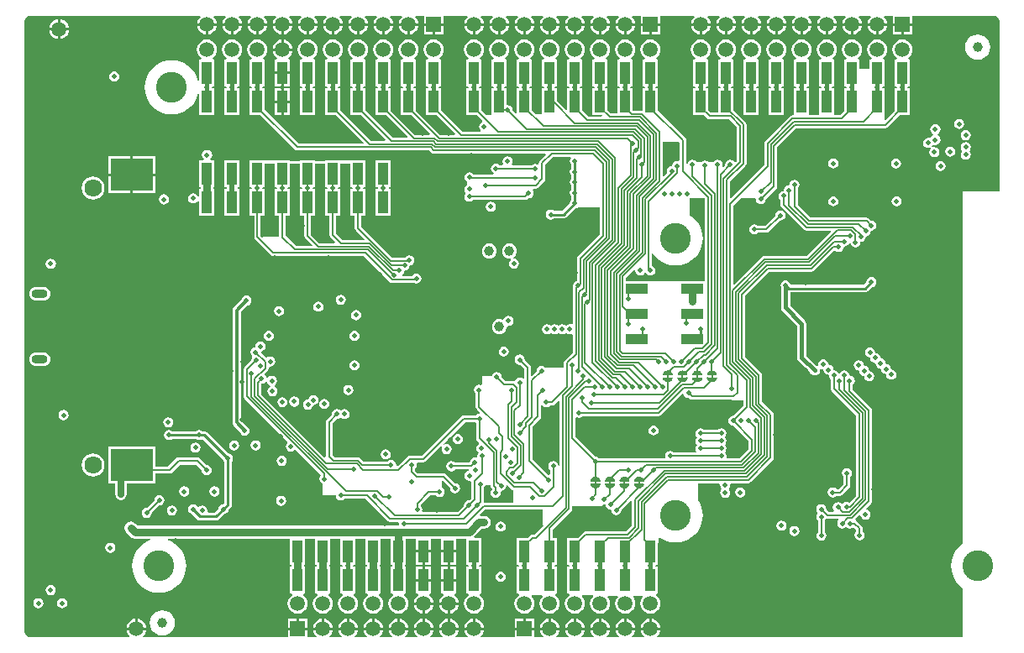
<source format=gbl>
G04*
G04 #@! TF.GenerationSoftware,Altium Limited,Altium Designer,21.4.1 (30)*
G04*
G04 Layer_Physical_Order=4*
G04 Layer_Color=16711680*
%FSLAX24Y24*%
%MOIN*%
G70*
G04*
G04 #@! TF.SameCoordinates,516B4A6D-3ECB-46AA-BE42-5657E3C56184*
G04*
G04*
G04 #@! TF.FilePolarity,Positive*
G04*
G01*
G75*
%ADD12C,0.0060*%
%ADD14C,0.0118*%
%ADD15C,0.0150*%
%ADD16C,0.0100*%
%ADD17C,0.0200*%
%ADD19C,0.0079*%
%ADD21C,0.0060*%
%ADD56R,0.0402X0.0862*%
%ADD64C,0.0394*%
%ADD105C,0.0197*%
%ADD149C,0.0079*%
%ADD154C,0.0300*%
%ADD155C,0.0250*%
%ADD158C,0.0080*%
%ADD164C,0.0591*%
%ADD165R,0.0591X0.0591*%
%ADD166C,0.1220*%
%ADD167O,0.0630X0.0354*%
%ADD168C,0.0390*%
%ADD169C,0.0701*%
%ADD171C,0.0240*%
%ADD172C,0.0260*%
%ADD173R,0.1654X0.1260*%
%ADD174R,0.0874X0.0402*%
G36*
X38696Y24827D02*
X38777Y24773D01*
X38831Y24692D01*
X38840Y24643D01*
X38847Y24596D01*
X38847Y24596D01*
X38847Y24547D01*
Y17896D01*
X38831Y17876D01*
X37401D01*
X37400Y3889D01*
X37366Y3868D01*
X37238Y3758D01*
X37128Y3630D01*
X37039Y3485D01*
X36975Y3329D01*
X36935Y3165D01*
X36922Y2996D01*
X36935Y2827D01*
X36975Y2663D01*
X37039Y2506D01*
X37128Y2362D01*
X37238Y2234D01*
X37366Y2124D01*
X37400Y2103D01*
X37400Y149D01*
X25279D01*
X25262Y199D01*
X25282Y214D01*
X25345Y297D01*
X25385Y393D01*
X25392Y446D01*
X24608D01*
X24615Y393D01*
X24655Y297D01*
X24718Y214D01*
X24738Y199D01*
X24721Y149D01*
X24279D01*
X24262Y199D01*
X24282Y214D01*
X24345Y297D01*
X24385Y393D01*
X24392Y446D01*
X23608D01*
X23615Y393D01*
X23655Y297D01*
X23718Y214D01*
X23738Y199D01*
X23721Y149D01*
X23279D01*
X23262Y199D01*
X23282Y214D01*
X23345Y297D01*
X23385Y393D01*
X23392Y446D01*
X22608D01*
X22615Y393D01*
X22655Y297D01*
X22718Y214D01*
X22738Y199D01*
X22721Y149D01*
X22279D01*
X22262Y199D01*
X22282Y214D01*
X22345Y297D01*
X22385Y393D01*
X22392Y446D01*
X21608D01*
X21615Y393D01*
X21655Y297D01*
X21718Y214D01*
X21738Y199D01*
X21721Y149D01*
X21279D01*
X21262Y199D01*
X21282Y214D01*
X21345Y297D01*
X21385Y393D01*
X21392Y446D01*
X20608D01*
X20615Y393D01*
X20655Y297D01*
X20718Y214D01*
X20738Y199D01*
X20721Y149D01*
X20395D01*
Y446D01*
X19605D01*
Y149D01*
X18279D01*
X18262Y199D01*
X18282Y214D01*
X18345Y297D01*
X18385Y393D01*
X18392Y446D01*
X17608D01*
X17615Y393D01*
X17655Y297D01*
X17718Y214D01*
X17738Y199D01*
X17721Y149D01*
X17279D01*
X17262Y199D01*
X17282Y214D01*
X17345Y297D01*
X17385Y393D01*
X17392Y446D01*
X16608D01*
X16615Y393D01*
X16655Y297D01*
X16718Y214D01*
X16738Y199D01*
X16721Y149D01*
X16279D01*
X16262Y199D01*
X16282Y214D01*
X16345Y297D01*
X16385Y393D01*
X16392Y446D01*
X15608D01*
X15615Y393D01*
X15655Y297D01*
X15718Y214D01*
X15738Y199D01*
X15721Y149D01*
X15279D01*
X15262Y199D01*
X15282Y214D01*
X15345Y297D01*
X15385Y393D01*
X15392Y446D01*
X14608D01*
X14615Y393D01*
X14655Y297D01*
X14718Y214D01*
X14738Y199D01*
X14721Y149D01*
X14279D01*
X14262Y199D01*
X14282Y214D01*
X14345Y297D01*
X14385Y393D01*
X14392Y446D01*
X13608D01*
X13615Y393D01*
X13655Y297D01*
X13718Y214D01*
X13738Y199D01*
X13721Y149D01*
X13279D01*
X13262Y199D01*
X13282Y214D01*
X13345Y297D01*
X13385Y393D01*
X13392Y446D01*
X12608D01*
X12615Y393D01*
X12655Y297D01*
X12718Y214D01*
X12738Y199D01*
X12721Y149D01*
X12279D01*
X12262Y199D01*
X12282Y214D01*
X12345Y297D01*
X12385Y393D01*
X12392Y446D01*
X11608D01*
X11615Y393D01*
X11655Y297D01*
X11718Y214D01*
X11738Y199D01*
X11721Y149D01*
X11395D01*
Y446D01*
X10605D01*
Y149D01*
X4875D01*
X4858Y199D01*
X4877Y214D01*
X4941Y297D01*
X4981Y393D01*
X4988Y446D01*
X4203D01*
X4210Y393D01*
X4250Y297D01*
X4314Y214D01*
X4333Y199D01*
X4316Y149D01*
X400D01*
X393Y148D01*
X304Y165D01*
X223Y219D01*
X169Y300D01*
X152Y389D01*
X153Y396D01*
X153Y24606D01*
X152Y24610D01*
X169Y24695D01*
X222Y24774D01*
X301Y24827D01*
X351Y24837D01*
X398Y24843D01*
X400Y24843D01*
X448Y24843D01*
X7121D01*
X7138Y24793D01*
X7118Y24778D01*
X7055Y24695D01*
X7015Y24599D01*
X7008Y24546D01*
X7400D01*
X7792D01*
X7785Y24599D01*
X7745Y24695D01*
X7682Y24778D01*
X7662Y24793D01*
X7679Y24843D01*
X8121D01*
X8138Y24793D01*
X8118Y24778D01*
X8055Y24695D01*
X8015Y24599D01*
X8008Y24546D01*
X8400D01*
X8792D01*
X8785Y24599D01*
X8745Y24695D01*
X8682Y24778D01*
X8662Y24793D01*
X8679Y24843D01*
X9121D01*
X9138Y24793D01*
X9118Y24778D01*
X9055Y24695D01*
X9015Y24599D01*
X9008Y24546D01*
X9400D01*
X9792D01*
X9785Y24599D01*
X9745Y24695D01*
X9682Y24778D01*
X9662Y24793D01*
X9679Y24843D01*
X10121D01*
X10138Y24793D01*
X10118Y24778D01*
X10055Y24695D01*
X10015Y24599D01*
X10008Y24546D01*
X10400D01*
X10792D01*
X10785Y24599D01*
X10745Y24695D01*
X10682Y24778D01*
X10662Y24793D01*
X10679Y24843D01*
X11121D01*
X11138Y24793D01*
X11118Y24778D01*
X11055Y24695D01*
X11015Y24599D01*
X11008Y24546D01*
X11400D01*
X11792D01*
X11785Y24599D01*
X11745Y24695D01*
X11682Y24778D01*
X11662Y24793D01*
X11679Y24843D01*
X12121D01*
X12138Y24793D01*
X12118Y24778D01*
X12055Y24695D01*
X12015Y24599D01*
X12008Y24546D01*
X12400D01*
X12792D01*
X12785Y24599D01*
X12745Y24695D01*
X12682Y24778D01*
X12662Y24793D01*
X12679Y24843D01*
X13121D01*
X13138Y24793D01*
X13118Y24778D01*
X13055Y24695D01*
X13015Y24599D01*
X13008Y24546D01*
X13400D01*
X13792D01*
X13785Y24599D01*
X13745Y24695D01*
X13682Y24778D01*
X13662Y24793D01*
X13679Y24843D01*
X14121D01*
X14138Y24793D01*
X14118Y24778D01*
X14055Y24695D01*
X14015Y24599D01*
X14008Y24546D01*
X14400D01*
X14792D01*
X14785Y24599D01*
X14745Y24695D01*
X14682Y24778D01*
X14662Y24793D01*
X14679Y24843D01*
X15121D01*
X15138Y24793D01*
X15118Y24778D01*
X15055Y24695D01*
X15015Y24599D01*
X15008Y24546D01*
X15400D01*
X15792D01*
X15785Y24599D01*
X15745Y24695D01*
X15682Y24778D01*
X15662Y24793D01*
X15679Y24843D01*
X16005D01*
Y24546D01*
X16400D01*
X16795D01*
Y24843D01*
X17721D01*
X17738Y24793D01*
X17718Y24778D01*
X17655Y24695D01*
X17615Y24599D01*
X17608Y24546D01*
X18000D01*
X18392D01*
X18385Y24599D01*
X18345Y24695D01*
X18282Y24778D01*
X18262Y24793D01*
X18279Y24843D01*
X18721D01*
X18738Y24793D01*
X18718Y24778D01*
X18655Y24695D01*
X18615Y24599D01*
X18608Y24546D01*
X19000D01*
X19392D01*
X19385Y24599D01*
X19345Y24695D01*
X19282Y24778D01*
X19262Y24793D01*
X19279Y24843D01*
X19721D01*
X19738Y24793D01*
X19718Y24778D01*
X19655Y24695D01*
X19615Y24599D01*
X19608Y24546D01*
X20000D01*
X20392D01*
X20385Y24599D01*
X20345Y24695D01*
X20282Y24778D01*
X20262Y24793D01*
X20279Y24843D01*
X20721D01*
X20738Y24793D01*
X20718Y24778D01*
X20655Y24695D01*
X20615Y24599D01*
X20608Y24546D01*
X21000D01*
X21392D01*
X21385Y24599D01*
X21345Y24695D01*
X21282Y24778D01*
X21262Y24793D01*
X21279Y24843D01*
X21721D01*
X21738Y24793D01*
X21718Y24778D01*
X21655Y24695D01*
X21615Y24599D01*
X21608Y24546D01*
X22000D01*
X22392D01*
X22385Y24599D01*
X22345Y24695D01*
X22282Y24778D01*
X22262Y24793D01*
X22279Y24843D01*
X22721D01*
X22738Y24793D01*
X22718Y24778D01*
X22655Y24695D01*
X22615Y24599D01*
X22608Y24546D01*
X23000D01*
X23392D01*
X23385Y24599D01*
X23345Y24695D01*
X23282Y24778D01*
X23262Y24793D01*
X23279Y24843D01*
X23721D01*
X23738Y24793D01*
X23718Y24778D01*
X23655Y24695D01*
X23615Y24599D01*
X23608Y24546D01*
X24000D01*
X24392D01*
X24385Y24599D01*
X24345Y24695D01*
X24282Y24778D01*
X24262Y24793D01*
X24279Y24843D01*
X24605D01*
Y24546D01*
X25000D01*
X25395D01*
Y24843D01*
X26721D01*
X26738Y24793D01*
X26718Y24778D01*
X26655Y24695D01*
X26615Y24599D01*
X26608Y24546D01*
X27000D01*
X27392D01*
X27385Y24599D01*
X27345Y24695D01*
X27282Y24778D01*
X27262Y24793D01*
X27279Y24843D01*
X27721D01*
X27738Y24793D01*
X27718Y24778D01*
X27655Y24695D01*
X27615Y24599D01*
X27608Y24546D01*
X28000D01*
X28392D01*
X28385Y24599D01*
X28345Y24695D01*
X28282Y24778D01*
X28262Y24793D01*
X28279Y24843D01*
X28721D01*
X28738Y24793D01*
X28718Y24778D01*
X28655Y24695D01*
X28615Y24599D01*
X28608Y24546D01*
X29000D01*
X29392D01*
X29385Y24599D01*
X29345Y24695D01*
X29282Y24778D01*
X29262Y24793D01*
X29279Y24843D01*
X29721D01*
X29738Y24793D01*
X29718Y24778D01*
X29655Y24695D01*
X29615Y24599D01*
X29608Y24546D01*
X30000D01*
X30392D01*
X30385Y24599D01*
X30345Y24695D01*
X30282Y24778D01*
X30262Y24793D01*
X30279Y24843D01*
X30721D01*
X30738Y24793D01*
X30718Y24778D01*
X30655Y24695D01*
X30615Y24599D01*
X30608Y24546D01*
X31000D01*
X31392D01*
X31385Y24599D01*
X31345Y24695D01*
X31282Y24778D01*
X31262Y24793D01*
X31279Y24843D01*
X31721D01*
X31738Y24793D01*
X31718Y24778D01*
X31655Y24695D01*
X31615Y24599D01*
X31608Y24546D01*
X32000D01*
X32392D01*
X32385Y24599D01*
X32345Y24695D01*
X32282Y24778D01*
X32262Y24793D01*
X32279Y24843D01*
X32721D01*
X32738Y24793D01*
X32718Y24778D01*
X32655Y24695D01*
X32615Y24599D01*
X32608Y24546D01*
X33000D01*
X33392D01*
X33385Y24599D01*
X33345Y24695D01*
X33282Y24778D01*
X33262Y24793D01*
X33279Y24843D01*
X33721D01*
X33738Y24793D01*
X33718Y24778D01*
X33655Y24695D01*
X33615Y24599D01*
X33608Y24546D01*
X34000D01*
X34392D01*
X34385Y24599D01*
X34345Y24695D01*
X34282Y24778D01*
X34262Y24793D01*
X34279Y24843D01*
X34605D01*
Y24546D01*
X35000D01*
X35395D01*
Y24843D01*
X38600D01*
X38607Y24844D01*
X38696Y24827D01*
D02*
G37*
%LPC*%
G36*
X1580Y24698D02*
Y24356D01*
X1922D01*
X1915Y24409D01*
X1875Y24505D01*
X1812Y24588D01*
X1729Y24651D01*
X1633Y24691D01*
X1580Y24698D01*
D02*
G37*
G36*
X1480D02*
X1427Y24691D01*
X1331Y24651D01*
X1248Y24588D01*
X1185Y24505D01*
X1145Y24409D01*
X1138Y24356D01*
X1480D01*
Y24698D01*
D02*
G37*
G36*
X34392Y24446D02*
X34050D01*
Y24104D01*
X34103Y24111D01*
X34199Y24151D01*
X34282Y24214D01*
X34345Y24297D01*
X34385Y24393D01*
X34392Y24446D01*
D02*
G37*
G36*
X33392D02*
X33050D01*
Y24104D01*
X33103Y24111D01*
X33199Y24151D01*
X33282Y24214D01*
X33345Y24297D01*
X33385Y24393D01*
X33392Y24446D01*
D02*
G37*
G36*
X32392D02*
X32050D01*
Y24104D01*
X32103Y24111D01*
X32199Y24151D01*
X32282Y24214D01*
X32345Y24297D01*
X32385Y24393D01*
X32392Y24446D01*
D02*
G37*
G36*
X31392D02*
X31050D01*
Y24104D01*
X31103Y24111D01*
X31199Y24151D01*
X31282Y24214D01*
X31345Y24297D01*
X31385Y24393D01*
X31392Y24446D01*
D02*
G37*
G36*
X30392D02*
X30050D01*
Y24104D01*
X30103Y24111D01*
X30199Y24151D01*
X30282Y24214D01*
X30345Y24297D01*
X30385Y24393D01*
X30392Y24446D01*
D02*
G37*
G36*
X29392D02*
X29050D01*
Y24104D01*
X29103Y24111D01*
X29199Y24151D01*
X29282Y24214D01*
X29345Y24297D01*
X29385Y24393D01*
X29392Y24446D01*
D02*
G37*
G36*
X28392D02*
X28050D01*
Y24104D01*
X28103Y24111D01*
X28199Y24151D01*
X28282Y24214D01*
X28345Y24297D01*
X28385Y24393D01*
X28392Y24446D01*
D02*
G37*
G36*
X27392D02*
X27050D01*
Y24104D01*
X27103Y24111D01*
X27199Y24151D01*
X27282Y24214D01*
X27345Y24297D01*
X27385Y24393D01*
X27392Y24446D01*
D02*
G37*
G36*
X33950D02*
X33608D01*
X33615Y24393D01*
X33655Y24297D01*
X33718Y24214D01*
X33801Y24151D01*
X33897Y24111D01*
X33950Y24104D01*
Y24446D01*
D02*
G37*
G36*
X32950D02*
X32608D01*
X32615Y24393D01*
X32655Y24297D01*
X32718Y24214D01*
X32801Y24151D01*
X32897Y24111D01*
X32950Y24104D01*
Y24446D01*
D02*
G37*
G36*
X31950D02*
X31608D01*
X31615Y24393D01*
X31655Y24297D01*
X31718Y24214D01*
X31801Y24151D01*
X31897Y24111D01*
X31950Y24104D01*
Y24446D01*
D02*
G37*
G36*
X30950D02*
X30608D01*
X30615Y24393D01*
X30655Y24297D01*
X30718Y24214D01*
X30801Y24151D01*
X30897Y24111D01*
X30950Y24104D01*
Y24446D01*
D02*
G37*
G36*
X29950D02*
X29608D01*
X29615Y24393D01*
X29655Y24297D01*
X29718Y24214D01*
X29801Y24151D01*
X29897Y24111D01*
X29950Y24104D01*
Y24446D01*
D02*
G37*
G36*
X28950D02*
X28608D01*
X28615Y24393D01*
X28655Y24297D01*
X28718Y24214D01*
X28801Y24151D01*
X28897Y24111D01*
X28950Y24104D01*
Y24446D01*
D02*
G37*
G36*
X27950D02*
X27608D01*
X27615Y24393D01*
X27655Y24297D01*
X27718Y24214D01*
X27801Y24151D01*
X27897Y24111D01*
X27950Y24104D01*
Y24446D01*
D02*
G37*
G36*
X26950D02*
X26608D01*
X26615Y24393D01*
X26655Y24297D01*
X26718Y24214D01*
X26801Y24151D01*
X26897Y24111D01*
X26950Y24104D01*
Y24446D01*
D02*
G37*
G36*
X24392Y24446D02*
X24050D01*
Y24104D01*
X24103Y24111D01*
X24199Y24151D01*
X24282Y24214D01*
X24345Y24297D01*
X24385Y24393D01*
X24392Y24446D01*
D02*
G37*
G36*
X23392D02*
X23050D01*
Y24104D01*
X23103Y24111D01*
X23199Y24151D01*
X23282Y24214D01*
X23345Y24297D01*
X23385Y24393D01*
X23392Y24446D01*
D02*
G37*
G36*
X22392D02*
X22050D01*
Y24104D01*
X22103Y24111D01*
X22199Y24151D01*
X22282Y24214D01*
X22345Y24297D01*
X22385Y24393D01*
X22392Y24446D01*
D02*
G37*
G36*
X21392D02*
X21050D01*
Y24104D01*
X21103Y24111D01*
X21199Y24151D01*
X21282Y24214D01*
X21345Y24297D01*
X21385Y24393D01*
X21392Y24446D01*
D02*
G37*
G36*
X20392D02*
X20050D01*
Y24104D01*
X20103Y24111D01*
X20199Y24151D01*
X20282Y24214D01*
X20345Y24297D01*
X20385Y24393D01*
X20392Y24446D01*
D02*
G37*
G36*
X19392D02*
X19050D01*
Y24104D01*
X19103Y24111D01*
X19199Y24151D01*
X19282Y24214D01*
X19345Y24297D01*
X19385Y24393D01*
X19392Y24446D01*
D02*
G37*
G36*
X18392D02*
X18050D01*
Y24104D01*
X18103Y24111D01*
X18199Y24151D01*
X18282Y24214D01*
X18345Y24297D01*
X18385Y24393D01*
X18392Y24446D01*
D02*
G37*
G36*
X15792D02*
X15450D01*
Y24104D01*
X15503Y24111D01*
X15599Y24151D01*
X15682Y24214D01*
X15745Y24297D01*
X15785Y24393D01*
X15792Y24446D01*
D02*
G37*
G36*
X14792D02*
X14450D01*
Y24104D01*
X14503Y24111D01*
X14599Y24151D01*
X14682Y24214D01*
X14745Y24297D01*
X14785Y24393D01*
X14792Y24446D01*
D02*
G37*
G36*
X13792D02*
X13450D01*
Y24104D01*
X13503Y24111D01*
X13599Y24151D01*
X13682Y24214D01*
X13745Y24297D01*
X13785Y24393D01*
X13792Y24446D01*
D02*
G37*
G36*
X12792D02*
X12450D01*
Y24104D01*
X12503Y24111D01*
X12599Y24151D01*
X12682Y24214D01*
X12745Y24297D01*
X12785Y24393D01*
X12792Y24446D01*
D02*
G37*
G36*
X11792D02*
X11450D01*
Y24104D01*
X11503Y24111D01*
X11599Y24151D01*
X11682Y24214D01*
X11745Y24297D01*
X11785Y24393D01*
X11792Y24446D01*
D02*
G37*
G36*
X10792D02*
X10450D01*
Y24104D01*
X10503Y24111D01*
X10599Y24151D01*
X10682Y24214D01*
X10745Y24297D01*
X10785Y24393D01*
X10792Y24446D01*
D02*
G37*
G36*
X9792D02*
X9450D01*
Y24104D01*
X9503Y24111D01*
X9599Y24151D01*
X9682Y24214D01*
X9745Y24297D01*
X9785Y24393D01*
X9792Y24446D01*
D02*
G37*
G36*
X8792D02*
X8450D01*
Y24104D01*
X8503Y24111D01*
X8599Y24151D01*
X8682Y24214D01*
X8745Y24297D01*
X8785Y24393D01*
X8792Y24446D01*
D02*
G37*
G36*
X7792D02*
X7450D01*
Y24104D01*
X7503Y24111D01*
X7599Y24151D01*
X7682Y24214D01*
X7745Y24297D01*
X7785Y24393D01*
X7792Y24446D01*
D02*
G37*
G36*
X23950D02*
X23608D01*
X23615Y24393D01*
X23655Y24297D01*
X23718Y24214D01*
X23801Y24151D01*
X23897Y24111D01*
X23950Y24104D01*
Y24446D01*
D02*
G37*
G36*
X22950D02*
X22608D01*
X22615Y24393D01*
X22655Y24297D01*
X22718Y24214D01*
X22801Y24151D01*
X22897Y24111D01*
X22950Y24104D01*
Y24446D01*
D02*
G37*
G36*
X21950D02*
X21608D01*
X21615Y24393D01*
X21655Y24297D01*
X21718Y24214D01*
X21801Y24151D01*
X21897Y24111D01*
X21950Y24104D01*
Y24446D01*
D02*
G37*
G36*
X20950D02*
X20608D01*
X20615Y24393D01*
X20655Y24297D01*
X20718Y24214D01*
X20801Y24151D01*
X20897Y24111D01*
X20950Y24104D01*
Y24446D01*
D02*
G37*
G36*
X19950D02*
X19608D01*
X19615Y24393D01*
X19655Y24297D01*
X19718Y24214D01*
X19801Y24151D01*
X19897Y24111D01*
X19950Y24104D01*
Y24446D01*
D02*
G37*
G36*
X18950D02*
X18608D01*
X18615Y24393D01*
X18655Y24297D01*
X18718Y24214D01*
X18801Y24151D01*
X18897Y24111D01*
X18950Y24104D01*
Y24446D01*
D02*
G37*
G36*
X17950D02*
X17608D01*
X17615Y24393D01*
X17655Y24297D01*
X17718Y24214D01*
X17801Y24151D01*
X17897Y24111D01*
X17950Y24104D01*
Y24446D01*
D02*
G37*
G36*
X15350D02*
X15008D01*
X15015Y24393D01*
X15055Y24297D01*
X15118Y24214D01*
X15201Y24151D01*
X15297Y24111D01*
X15350Y24104D01*
Y24446D01*
D02*
G37*
G36*
X14350D02*
X14008D01*
X14015Y24393D01*
X14055Y24297D01*
X14118Y24214D01*
X14201Y24151D01*
X14297Y24111D01*
X14350Y24104D01*
Y24446D01*
D02*
G37*
G36*
X13350D02*
X13008D01*
X13015Y24393D01*
X13055Y24297D01*
X13118Y24214D01*
X13201Y24151D01*
X13297Y24111D01*
X13350Y24104D01*
Y24446D01*
D02*
G37*
G36*
X12350D02*
X12008D01*
X12015Y24393D01*
X12055Y24297D01*
X12118Y24214D01*
X12201Y24151D01*
X12297Y24111D01*
X12350Y24104D01*
Y24446D01*
D02*
G37*
G36*
X11350D02*
X11008D01*
X11015Y24393D01*
X11055Y24297D01*
X11118Y24214D01*
X11201Y24151D01*
X11297Y24111D01*
X11350Y24104D01*
Y24446D01*
D02*
G37*
G36*
X10350D02*
X10008D01*
X10015Y24393D01*
X10055Y24297D01*
X10118Y24214D01*
X10201Y24151D01*
X10297Y24111D01*
X10350Y24104D01*
Y24446D01*
D02*
G37*
G36*
X9350D02*
X9008D01*
X9015Y24393D01*
X9055Y24297D01*
X9118Y24214D01*
X9201Y24151D01*
X9297Y24111D01*
X9350Y24104D01*
Y24446D01*
D02*
G37*
G36*
X8350D02*
X8008D01*
X8015Y24393D01*
X8055Y24297D01*
X8118Y24214D01*
X8201Y24151D01*
X8297Y24111D01*
X8350Y24104D01*
Y24446D01*
D02*
G37*
G36*
X7350D02*
X7008D01*
X7015Y24393D01*
X7055Y24297D01*
X7118Y24214D01*
X7201Y24151D01*
X7297Y24111D01*
X7350Y24104D01*
Y24446D01*
D02*
G37*
G36*
X35395Y24446D02*
X35050D01*
Y24101D01*
X35395D01*
Y24446D01*
D02*
G37*
G36*
X34950D02*
X34605D01*
Y24101D01*
X34950D01*
Y24446D01*
D02*
G37*
G36*
X25395Y24446D02*
X25050D01*
Y24101D01*
X25395D01*
Y24446D01*
D02*
G37*
G36*
X24950D02*
X24605D01*
Y24101D01*
X24950D01*
Y24446D01*
D02*
G37*
G36*
X16795D02*
X16450D01*
Y24101D01*
X16795D01*
Y24446D01*
D02*
G37*
G36*
X16350D02*
X16005D01*
Y24101D01*
X16350D01*
Y24446D01*
D02*
G37*
G36*
X1922Y24256D02*
X1580D01*
Y23914D01*
X1633Y23921D01*
X1729Y23961D01*
X1812Y24024D01*
X1875Y24107D01*
X1915Y24203D01*
X1922Y24256D01*
D02*
G37*
G36*
X1480D02*
X1138D01*
X1145Y24203D01*
X1185Y24107D01*
X1248Y24024D01*
X1331Y23961D01*
X1427Y23921D01*
X1480Y23914D01*
Y24256D01*
D02*
G37*
G36*
X10450Y23888D02*
Y23546D01*
X10792D01*
X10785Y23599D01*
X10745Y23695D01*
X10682Y23778D01*
X10599Y23841D01*
X10503Y23881D01*
X10450Y23888D01*
D02*
G37*
G36*
X10350Y23888D02*
X10297Y23881D01*
X10201Y23841D01*
X10118Y23778D01*
X10055Y23695D01*
X10015Y23599D01*
X10008Y23546D01*
X10350D01*
Y23888D01*
D02*
G37*
G36*
X37973Y24096D02*
X37843Y24079D01*
X37723Y24029D01*
X37619Y23950D01*
X37540Y23846D01*
X37490Y23725D01*
X37473Y23596D01*
X37490Y23467D01*
X37540Y23346D01*
X37619Y23242D01*
X37723Y23163D01*
X37843Y23113D01*
X37973Y23096D01*
X38102Y23113D01*
X38223Y23163D01*
X38326Y23242D01*
X38406Y23346D01*
X38456Y23467D01*
X38473Y23596D01*
X38456Y23725D01*
X38406Y23846D01*
X38326Y23950D01*
X38223Y24029D01*
X38102Y24079D01*
X37973Y24096D01*
D02*
G37*
G36*
X10792Y23446D02*
X10400D01*
X10008D01*
X10015Y23393D01*
X10055Y23297D01*
X10118Y23214D01*
X10197Y23154D01*
X10197Y23148D01*
X10163Y23104D01*
X10099D01*
Y22623D01*
X10400D01*
X10701D01*
Y23104D01*
X10637D01*
X10603Y23148D01*
X10603Y23154D01*
X10682Y23214D01*
X10745Y23297D01*
X10785Y23393D01*
X10792Y23446D01*
D02*
G37*
G36*
X7400Y23895D02*
X7297Y23881D01*
X7201Y23841D01*
X7118Y23778D01*
X7055Y23695D01*
X7015Y23599D01*
X7001Y23496D01*
X7015Y23393D01*
X7055Y23297D01*
X7118Y23214D01*
X7197Y23154D01*
X7197Y23148D01*
X7163Y23104D01*
X7099D01*
Y22236D01*
X7049Y22230D01*
X7025Y22329D01*
X6961Y22485D01*
X6872Y22630D01*
X6762Y22758D01*
X6634Y22868D01*
X6489Y22957D01*
X6333Y23021D01*
X6169Y23061D01*
X6000Y23074D01*
X5831Y23061D01*
X5667Y23021D01*
X5511Y22957D01*
X5366Y22868D01*
X5238Y22758D01*
X5128Y22630D01*
X5039Y22485D01*
X4975Y22329D01*
X4935Y22165D01*
X4922Y21996D01*
X4935Y21827D01*
X4975Y21663D01*
X5039Y21507D01*
X5128Y21362D01*
X5238Y21234D01*
X5366Y21124D01*
X5511Y21035D01*
X5667Y20971D01*
X5831Y20931D01*
X6000Y20918D01*
X6169Y20931D01*
X6333Y20971D01*
X6489Y21035D01*
X6634Y21124D01*
X6762Y21234D01*
X6872Y21362D01*
X6961Y21507D01*
X7025Y21663D01*
X7049Y21762D01*
X7099Y21756D01*
Y20888D01*
X7701D01*
Y21950D01*
X7633D01*
X7601Y21989D01*
X7602Y21996D01*
X7601Y22003D01*
X7633Y22042D01*
X7701D01*
Y23104D01*
X7637D01*
X7603Y23148D01*
X7603Y23154D01*
X7682Y23214D01*
X7745Y23297D01*
X7785Y23393D01*
X7799Y23496D01*
X7785Y23599D01*
X7745Y23695D01*
X7682Y23778D01*
X7599Y23841D01*
X7503Y23881D01*
X7400Y23895D01*
D02*
G37*
G36*
X3720Y22632D02*
X3643Y22617D01*
X3577Y22573D01*
X3533Y22507D01*
X3518Y22430D01*
X3533Y22353D01*
X3577Y22287D01*
X3643Y22243D01*
X3720Y22228D01*
X3797Y22243D01*
X3863Y22287D01*
X3907Y22353D01*
X3922Y22430D01*
X3907Y22507D01*
X3863Y22573D01*
X3797Y22617D01*
X3720Y22632D01*
D02*
G37*
G36*
X10701Y22523D02*
X10450D01*
Y22042D01*
X10701D01*
Y22523D01*
D02*
G37*
G36*
X10350D02*
X10099D01*
Y22042D01*
X10350D01*
Y22523D01*
D02*
G37*
G36*
X10701Y21950D02*
X10450D01*
Y21469D01*
X10701D01*
Y21950D01*
D02*
G37*
G36*
X10350D02*
X10099D01*
Y21469D01*
X10350D01*
Y21950D01*
D02*
G37*
G36*
X30000Y23895D02*
X29897Y23881D01*
X29801Y23841D01*
X29718Y23778D01*
X29655Y23695D01*
X29615Y23599D01*
X29601Y23496D01*
X29615Y23393D01*
X29655Y23297D01*
X29718Y23214D01*
X29797Y23154D01*
X29797Y23148D01*
X29763Y23104D01*
X29699D01*
Y22042D01*
X29767D01*
X29799Y22003D01*
X29798Y21996D01*
X29799Y21989D01*
X29767Y21950D01*
X29699D01*
Y20888D01*
X30301D01*
Y21950D01*
X30233D01*
X30201Y21989D01*
X30202Y21996D01*
X30201Y22003D01*
X30233Y22042D01*
X30301D01*
Y23104D01*
X30237D01*
X30203Y23148D01*
X30203Y23154D01*
X30282Y23214D01*
X30345Y23297D01*
X30385Y23393D01*
X30399Y23496D01*
X30385Y23599D01*
X30345Y23695D01*
X30282Y23778D01*
X30199Y23841D01*
X30103Y23881D01*
X30000Y23895D01*
D02*
G37*
G36*
X29000D02*
X28897Y23881D01*
X28801Y23841D01*
X28718Y23778D01*
X28655Y23695D01*
X28615Y23599D01*
X28601Y23496D01*
X28615Y23393D01*
X28655Y23297D01*
X28718Y23214D01*
X28797Y23154D01*
X28797Y23148D01*
X28763Y23104D01*
X28699D01*
Y22042D01*
X28767D01*
X28799Y22003D01*
X28798Y21996D01*
X28799Y21989D01*
X28767Y21950D01*
X28699D01*
Y20888D01*
X29301D01*
Y21950D01*
X29233D01*
X29201Y21989D01*
X29202Y21996D01*
X29201Y22003D01*
X29233Y22042D01*
X29301D01*
Y23104D01*
X29237D01*
X29203Y23148D01*
X29203Y23154D01*
X29282Y23214D01*
X29345Y23297D01*
X29385Y23393D01*
X29399Y23496D01*
X29385Y23599D01*
X29345Y23695D01*
X29282Y23778D01*
X29199Y23841D01*
X29103Y23881D01*
X29000Y23895D01*
D02*
G37*
G36*
X11400Y23895D02*
X11297Y23881D01*
X11201Y23841D01*
X11118Y23778D01*
X11055Y23695D01*
X11015Y23599D01*
X11001Y23496D01*
X11015Y23393D01*
X11055Y23297D01*
X11118Y23214D01*
X11197Y23154D01*
X11197Y23148D01*
X11163Y23104D01*
X11099D01*
Y22042D01*
X11167D01*
X11199Y22003D01*
X11198Y21996D01*
X11199Y21989D01*
X11167Y21950D01*
X11099D01*
Y20888D01*
X11701D01*
Y21950D01*
X11633D01*
X11601Y21989D01*
X11602Y21996D01*
X11601Y22003D01*
X11633Y22042D01*
X11701D01*
Y23104D01*
X11637D01*
X11603Y23148D01*
X11603Y23154D01*
X11682Y23214D01*
X11745Y23297D01*
X11785Y23393D01*
X11799Y23496D01*
X11785Y23599D01*
X11745Y23695D01*
X11682Y23778D01*
X11599Y23841D01*
X11503Y23881D01*
X11400Y23895D01*
D02*
G37*
G36*
X10701Y21369D02*
X10450D01*
Y20888D01*
X10701D01*
Y21369D01*
D02*
G37*
G36*
X10350D02*
X10099D01*
Y20888D01*
X10350D01*
Y21369D01*
D02*
G37*
G36*
X8400Y23895D02*
X8297Y23881D01*
X8201Y23841D01*
X8118Y23778D01*
X8055Y23695D01*
X8015Y23599D01*
X8001Y23496D01*
X8015Y23393D01*
X8055Y23297D01*
X8118Y23214D01*
X8197Y23154D01*
X8197Y23148D01*
X8163Y23104D01*
X8099D01*
Y22042D01*
X8167D01*
X8199Y22003D01*
X8198Y21996D01*
X8199Y21989D01*
X8167Y21950D01*
X8099D01*
Y20888D01*
X8701D01*
Y21950D01*
X8633D01*
X8601Y21989D01*
X8602Y21996D01*
X8601Y22003D01*
X8633Y22042D01*
X8701D01*
Y23104D01*
X8637D01*
X8603Y23148D01*
X8603Y23154D01*
X8682Y23214D01*
X8745Y23297D01*
X8785Y23393D01*
X8799Y23496D01*
X8785Y23599D01*
X8745Y23695D01*
X8682Y23778D01*
X8599Y23841D01*
X8503Y23881D01*
X8400Y23895D01*
D02*
G37*
G36*
X35000Y23895D02*
X34897Y23881D01*
X34801Y23841D01*
X34718Y23778D01*
X34655Y23695D01*
X34615Y23599D01*
X34601Y23496D01*
X34615Y23393D01*
X34655Y23297D01*
X34718Y23214D01*
X34797Y23154D01*
X34797Y23148D01*
X34763Y23104D01*
X34699D01*
Y22042D01*
X34767D01*
X34799Y22003D01*
X34798Y21996D01*
X34799Y21989D01*
X34767Y21950D01*
X34699D01*
Y21077D01*
X34324Y20701D01*
X34278Y20720D01*
Y20888D01*
X34301D01*
Y21950D01*
X34233D01*
X34201Y21989D01*
X34202Y21996D01*
X34201Y22003D01*
X34233Y22042D01*
X34301D01*
Y23104D01*
X34237D01*
X34203Y23148D01*
X34203Y23154D01*
X34282Y23214D01*
X34345Y23297D01*
X34385Y23393D01*
X34399Y23496D01*
X34385Y23599D01*
X34345Y23695D01*
X34282Y23778D01*
X34199Y23841D01*
X34103Y23881D01*
X34000Y23895D01*
X33897Y23881D01*
X33801Y23841D01*
X33718Y23778D01*
X33655Y23695D01*
X33615Y23599D01*
X33601Y23496D01*
X33615Y23393D01*
X33655Y23297D01*
X33718Y23214D01*
X33797Y23154D01*
X33797Y23148D01*
X33763Y23104D01*
X33699D01*
Y22728D01*
X33301D01*
Y23104D01*
X33237D01*
X33203Y23148D01*
X33203Y23154D01*
X33282Y23214D01*
X33345Y23297D01*
X33385Y23393D01*
X33399Y23496D01*
X33385Y23599D01*
X33345Y23695D01*
X33282Y23778D01*
X33199Y23841D01*
X33103Y23881D01*
X33000Y23895D01*
X32897Y23881D01*
X32801Y23841D01*
X32718Y23778D01*
X32655Y23695D01*
X32615Y23599D01*
X32601Y23496D01*
X32615Y23393D01*
X32655Y23297D01*
X32718Y23214D01*
X32797Y23154D01*
X32797Y23148D01*
X32763Y23104D01*
X32699D01*
Y22042D01*
X32767D01*
X32799Y22003D01*
X32798Y21996D01*
X32799Y21989D01*
X32767Y21950D01*
X32699D01*
Y21067D01*
X32515Y20883D01*
X32348D01*
X32301Y20888D01*
X32301Y20933D01*
Y21950D01*
X32233D01*
X32201Y21989D01*
X32202Y21996D01*
X32201Y22003D01*
X32233Y22042D01*
X32301D01*
Y23104D01*
X32237D01*
X32203Y23148D01*
X32203Y23154D01*
X32282Y23214D01*
X32345Y23297D01*
X32385Y23393D01*
X32399Y23496D01*
X32385Y23599D01*
X32345Y23695D01*
X32282Y23778D01*
X32199Y23841D01*
X32103Y23881D01*
X32000Y23895D01*
X31897Y23881D01*
X31801Y23841D01*
X31718Y23778D01*
X31655Y23695D01*
X31615Y23599D01*
X31601Y23496D01*
X31615Y23393D01*
X31655Y23297D01*
X31718Y23214D01*
X31797Y23154D01*
X31797Y23148D01*
X31763Y23104D01*
X31699D01*
Y22042D01*
X31767D01*
X31799Y22003D01*
X31798Y21996D01*
X31799Y21989D01*
X31767Y21950D01*
X31699D01*
Y20933D01*
X31699Y20888D01*
X31652Y20883D01*
X31348D01*
X31301Y20888D01*
X31301Y20933D01*
Y21950D01*
X31233D01*
X31201Y21989D01*
X31202Y21996D01*
X31201Y22003D01*
X31233Y22042D01*
X31301D01*
Y23104D01*
X31237D01*
X31203Y23148D01*
X31203Y23154D01*
X31282Y23214D01*
X31345Y23297D01*
X31385Y23393D01*
X31399Y23496D01*
X31385Y23599D01*
X31345Y23695D01*
X31282Y23778D01*
X31199Y23841D01*
X31103Y23881D01*
X31000Y23895D01*
X30897Y23881D01*
X30801Y23841D01*
X30718Y23778D01*
X30655Y23695D01*
X30615Y23599D01*
X30601Y23496D01*
X30615Y23393D01*
X30655Y23297D01*
X30718Y23214D01*
X30797Y23154D01*
X30797Y23148D01*
X30763Y23104D01*
X30699D01*
Y22042D01*
X30767D01*
X30799Y22003D01*
X30798Y21996D01*
X30799Y21989D01*
X30767Y21950D01*
X30699D01*
Y20933D01*
X30699Y20888D01*
X30652Y20883D01*
X30620D01*
X30569Y20872D01*
X30526Y20844D01*
X29556Y19874D01*
X29528Y19831D01*
X29517Y19780D01*
X29517Y18918D01*
X28199Y17599D01*
X28153Y17618D01*
Y18265D01*
X28764Y18877D01*
X28792Y18920D01*
X28803Y18970D01*
Y20520D01*
X28803Y20520D01*
X28792Y20571D01*
X28764Y20614D01*
X28301Y21077D01*
Y21950D01*
X28233D01*
X28201Y21989D01*
X28202Y21996D01*
X28201Y22003D01*
X28233Y22042D01*
X28301D01*
Y23104D01*
X28237D01*
X28203Y23148D01*
X28203Y23154D01*
X28282Y23214D01*
X28345Y23297D01*
X28385Y23393D01*
X28399Y23496D01*
X28385Y23599D01*
X28345Y23695D01*
X28282Y23778D01*
X28199Y23841D01*
X28103Y23881D01*
X28000Y23895D01*
X27897Y23881D01*
X27801Y23841D01*
X27718Y23778D01*
X27655Y23695D01*
X27615Y23599D01*
X27601Y23496D01*
X27615Y23393D01*
X27655Y23297D01*
X27718Y23214D01*
X27797Y23154D01*
X27797Y23148D01*
X27763Y23104D01*
X27699D01*
Y22042D01*
X27767D01*
X27799Y22003D01*
X27798Y21996D01*
X27799Y21989D01*
X27767Y21950D01*
X27699D01*
Y20983D01*
X27395D01*
X27301Y21077D01*
Y21950D01*
X27233D01*
X27201Y21989D01*
X27202Y21996D01*
X27201Y22003D01*
X27233Y22042D01*
X27301D01*
Y23104D01*
X27237D01*
X27203Y23148D01*
X27203Y23154D01*
X27282Y23214D01*
X27345Y23297D01*
X27385Y23393D01*
X27399Y23496D01*
X27385Y23599D01*
X27345Y23695D01*
X27282Y23778D01*
X27199Y23841D01*
X27103Y23881D01*
X27000Y23895D01*
X26897Y23881D01*
X26801Y23841D01*
X26718Y23778D01*
X26655Y23695D01*
X26615Y23599D01*
X26601Y23496D01*
X26615Y23393D01*
X26655Y23297D01*
X26718Y23214D01*
X26797Y23154D01*
X26797Y23148D01*
X26763Y23104D01*
X26699D01*
Y22042D01*
X26767D01*
X26799Y22003D01*
X26798Y21996D01*
X26799Y21989D01*
X26767Y21950D01*
X26699D01*
Y20888D01*
X27114D01*
X27246Y20756D01*
X27289Y20728D01*
X27340Y20717D01*
X28113D01*
X28417Y20413D01*
Y19075D01*
X28370Y19028D01*
X28321Y19033D01*
X28303Y19059D01*
X28237Y19103D01*
X28160Y19118D01*
X28083Y19103D01*
X28017Y19059D01*
X27973Y18993D01*
X27958Y18916D01*
X27960Y18903D01*
X27899Y18842D01*
X27852Y18867D01*
X27862Y18916D01*
X27847Y18993D01*
X27803Y19059D01*
X27737Y19103D01*
X27660Y19118D01*
X27583Y19103D01*
X27517Y19059D01*
X27487Y19014D01*
X27317D01*
X27303Y19035D01*
X27237Y19079D01*
X27160Y19094D01*
X27083Y19079D01*
X27017Y19035D01*
X27003Y19014D01*
X26860D01*
X26819Y19036D01*
X26803Y19059D01*
X26737Y19103D01*
X26660Y19118D01*
X26583Y19103D01*
X26517Y19059D01*
X26473Y18993D01*
X26472Y18986D01*
X26460Y18941D01*
X26456Y18941D01*
X26413Y18958D01*
Y19900D01*
X26402Y19951D01*
X26374Y19994D01*
X25301Y21067D01*
Y21950D01*
X25233D01*
X25201Y21989D01*
X25202Y21996D01*
X25201Y22003D01*
X25233Y22042D01*
X25301D01*
Y23104D01*
X25237D01*
X25203Y23148D01*
X25203Y23154D01*
X25282Y23214D01*
X25345Y23297D01*
X25385Y23393D01*
X25399Y23496D01*
X25385Y23599D01*
X25345Y23695D01*
X25282Y23778D01*
X25199Y23841D01*
X25103Y23881D01*
X25000Y23895D01*
X24897Y23881D01*
X24801Y23841D01*
X24718Y23778D01*
X24655Y23695D01*
X24615Y23599D01*
X24601Y23496D01*
X24615Y23393D01*
X24655Y23297D01*
X24718Y23214D01*
X24797Y23154D01*
X24797Y23148D01*
X24763Y23104D01*
X24699D01*
Y22042D01*
X24767D01*
X24799Y22003D01*
X24798Y21996D01*
X24799Y21989D01*
X24767Y21950D01*
X24699D01*
Y21112D01*
X24649Y21071D01*
X24639Y21073D01*
X24305D01*
X24301Y21077D01*
Y21950D01*
X24233D01*
X24201Y21989D01*
X24202Y21996D01*
X24201Y22003D01*
X24233Y22042D01*
X24301D01*
Y23104D01*
X24237D01*
X24203Y23148D01*
X24203Y23154D01*
X24282Y23214D01*
X24345Y23297D01*
X24385Y23393D01*
X24399Y23496D01*
X24385Y23599D01*
X24345Y23695D01*
X24282Y23778D01*
X24199Y23841D01*
X24103Y23881D01*
X24000Y23895D01*
X23897Y23881D01*
X23801Y23841D01*
X23718Y23778D01*
X23655Y23695D01*
X23615Y23599D01*
X23601Y23496D01*
X23615Y23393D01*
X23655Y23297D01*
X23718Y23214D01*
X23797Y23154D01*
X23797Y23148D01*
X23763Y23104D01*
X23699D01*
Y22042D01*
X23767D01*
X23799Y22003D01*
X23798Y21996D01*
X23799Y21989D01*
X23767Y21950D01*
X23699D01*
Y20953D01*
X23425D01*
X23301Y21077D01*
Y21950D01*
X23233D01*
X23201Y21989D01*
X23202Y21996D01*
X23201Y22003D01*
X23233Y22042D01*
X23301D01*
Y23104D01*
X23237D01*
X23203Y23148D01*
X23203Y23154D01*
X23282Y23214D01*
X23345Y23297D01*
X23385Y23393D01*
X23399Y23496D01*
X23385Y23599D01*
X23345Y23695D01*
X23282Y23778D01*
X23199Y23841D01*
X23103Y23881D01*
X23000Y23895D01*
X22897Y23881D01*
X22801Y23841D01*
X22718Y23778D01*
X22655Y23695D01*
X22615Y23599D01*
X22601Y23496D01*
X22615Y23393D01*
X22655Y23297D01*
X22718Y23214D01*
X22797Y23154D01*
X22797Y23148D01*
X22763Y23104D01*
X22699D01*
Y22042D01*
X22767D01*
X22799Y22003D01*
X22798Y21996D01*
X22799Y21989D01*
X22767Y21950D01*
X22699D01*
Y20888D01*
X23074D01*
X23077Y20883D01*
X23051Y20833D01*
X22545D01*
X22301Y21077D01*
Y21950D01*
X22233D01*
X22201Y21989D01*
X22202Y21996D01*
X22201Y22003D01*
X22233Y22042D01*
X22301D01*
Y23104D01*
X22237D01*
X22203Y23148D01*
X22203Y23154D01*
X22282Y23214D01*
X22345Y23297D01*
X22385Y23393D01*
X22399Y23496D01*
X22385Y23599D01*
X22345Y23695D01*
X22282Y23778D01*
X22199Y23841D01*
X22103Y23881D01*
X22000Y23895D01*
X21897Y23881D01*
X21801Y23841D01*
X21718Y23778D01*
X21655Y23695D01*
X21615Y23599D01*
X21601Y23496D01*
X21615Y23393D01*
X21655Y23297D01*
X21718Y23214D01*
X21797Y23154D01*
X21797Y23148D01*
X21763Y23104D01*
X21699D01*
Y22042D01*
X21767D01*
X21799Y22003D01*
X21798Y21996D01*
X21799Y21989D01*
X21767Y21950D01*
X21699D01*
Y21119D01*
X21653Y21100D01*
X21301Y21453D01*
Y21950D01*
X21233D01*
X21201Y21989D01*
X21202Y21996D01*
X21201Y22003D01*
X21233Y22042D01*
X21301D01*
Y23104D01*
X21237D01*
X21203Y23148D01*
X21203Y23154D01*
X21282Y23214D01*
X21345Y23297D01*
X21385Y23393D01*
X21399Y23496D01*
X21385Y23599D01*
X21345Y23695D01*
X21282Y23778D01*
X21199Y23841D01*
X21103Y23881D01*
X21000Y23895D01*
X20897Y23881D01*
X20801Y23841D01*
X20718Y23778D01*
X20655Y23695D01*
X20615Y23599D01*
X20601Y23496D01*
X20615Y23393D01*
X20655Y23297D01*
X20718Y23214D01*
X20797Y23154D01*
X20797Y23148D01*
X20763Y23104D01*
X20699D01*
Y22042D01*
X20767D01*
X20799Y22003D01*
X20798Y21996D01*
X20799Y21989D01*
X20767Y21950D01*
X20699D01*
Y20930D01*
X20453D01*
X20301Y21083D01*
Y21950D01*
X20233D01*
X20201Y21989D01*
X20202Y21996D01*
X20201Y22003D01*
X20233Y22042D01*
X20301D01*
Y23104D01*
X20237D01*
X20203Y23148D01*
X20203Y23154D01*
X20282Y23214D01*
X20345Y23297D01*
X20385Y23393D01*
X20399Y23496D01*
X20385Y23599D01*
X20345Y23695D01*
X20282Y23778D01*
X20199Y23841D01*
X20103Y23881D01*
X20000Y23895D01*
X19897Y23881D01*
X19801Y23841D01*
X19718Y23778D01*
X19655Y23695D01*
X19615Y23599D01*
X19601Y23496D01*
X19615Y23393D01*
X19655Y23297D01*
X19718Y23214D01*
X19797Y23154D01*
X19797Y23148D01*
X19763Y23104D01*
X19699D01*
Y22042D01*
X19767D01*
X19799Y22003D01*
X19798Y21996D01*
X19799Y21989D01*
X19767Y21950D01*
X19699D01*
Y20974D01*
X19653Y20954D01*
X19530Y21078D01*
X19532Y21090D01*
X19517Y21167D01*
X19473Y21233D01*
X19407Y21277D01*
X19330Y21292D01*
X19301Y21316D01*
Y21950D01*
X19233D01*
X19201Y21989D01*
X19202Y21996D01*
X19201Y22003D01*
X19233Y22042D01*
X19301D01*
Y23104D01*
X19237D01*
X19203Y23148D01*
X19203Y23154D01*
X19282Y23214D01*
X19345Y23297D01*
X19385Y23393D01*
X19399Y23496D01*
X19385Y23599D01*
X19345Y23695D01*
X19282Y23778D01*
X19199Y23841D01*
X19103Y23881D01*
X19000Y23895D01*
X18897Y23881D01*
X18801Y23841D01*
X18718Y23778D01*
X18655Y23695D01*
X18615Y23599D01*
X18601Y23496D01*
X18615Y23393D01*
X18655Y23297D01*
X18718Y23214D01*
X18797Y23154D01*
X18797Y23148D01*
X18763Y23104D01*
X18699D01*
Y22042D01*
X18767D01*
X18799Y22003D01*
X18798Y21996D01*
X18799Y21989D01*
X18767Y21950D01*
X18699D01*
Y20900D01*
X18473D01*
X18301Y21073D01*
Y21950D01*
X18233D01*
X18201Y21989D01*
X18202Y21996D01*
X18201Y22003D01*
X18233Y22042D01*
X18301D01*
Y23104D01*
X18237D01*
X18203Y23148D01*
X18203Y23154D01*
X18282Y23214D01*
X18345Y23297D01*
X18385Y23393D01*
X18399Y23496D01*
X18385Y23599D01*
X18345Y23695D01*
X18282Y23778D01*
X18199Y23841D01*
X18103Y23881D01*
X18000Y23895D01*
X17897Y23881D01*
X17801Y23841D01*
X17718Y23778D01*
X17655Y23695D01*
X17615Y23599D01*
X17601Y23496D01*
X17615Y23393D01*
X17655Y23297D01*
X17718Y23214D01*
X17797Y23154D01*
X17797Y23148D01*
X17763Y23104D01*
X17699D01*
Y22042D01*
X17767D01*
X17799Y22003D01*
X17798Y21996D01*
X17799Y21989D01*
X17767Y21950D01*
X17699D01*
Y20888D01*
X18110D01*
X18333Y20665D01*
X18316Y20612D01*
X18257Y20573D01*
X18213Y20507D01*
X18198Y20430D01*
X18213Y20353D01*
X18257Y20287D01*
X18264Y20283D01*
X18248Y20233D01*
X17553D01*
X16701Y21084D01*
Y21950D01*
X16633D01*
X16601Y21989D01*
X16602Y21996D01*
X16601Y22003D01*
X16633Y22042D01*
X16701D01*
Y23104D01*
X16637D01*
X16603Y23148D01*
X16603Y23154D01*
X16682Y23214D01*
X16745Y23297D01*
X16785Y23393D01*
X16799Y23496D01*
X16785Y23599D01*
X16745Y23695D01*
X16682Y23778D01*
X16599Y23841D01*
X16503Y23881D01*
X16400Y23895D01*
X16297Y23881D01*
X16201Y23841D01*
X16118Y23778D01*
X16055Y23695D01*
X16015Y23599D01*
X16001Y23496D01*
X16015Y23393D01*
X16055Y23297D01*
X16118Y23214D01*
X16197Y23154D01*
X16197Y23148D01*
X16163Y23104D01*
X16099D01*
Y22042D01*
X16167D01*
X16199Y22003D01*
X16198Y21996D01*
X16199Y21989D01*
X16167Y21950D01*
X16099D01*
Y20888D01*
X16522D01*
X17251Y20159D01*
X17232Y20113D01*
X16661D01*
X15701Y21073D01*
Y21950D01*
X15633D01*
X15601Y21989D01*
X15602Y21996D01*
X15601Y22003D01*
X15633Y22042D01*
X15701D01*
Y23104D01*
X15637D01*
X15603Y23148D01*
X15603Y23154D01*
X15682Y23214D01*
X15745Y23297D01*
X15785Y23393D01*
X15799Y23496D01*
X15785Y23599D01*
X15745Y23695D01*
X15682Y23778D01*
X15599Y23841D01*
X15503Y23881D01*
X15400Y23895D01*
X15297Y23881D01*
X15201Y23841D01*
X15118Y23778D01*
X15055Y23695D01*
X15015Y23599D01*
X15001Y23496D01*
X15015Y23393D01*
X15055Y23297D01*
X15118Y23214D01*
X15197Y23154D01*
X15197Y23148D01*
X15163Y23104D01*
X15099D01*
Y22042D01*
X15167D01*
X15199Y22003D01*
X15198Y21996D01*
X15199Y21989D01*
X15167Y21950D01*
X15099D01*
Y20888D01*
X15510D01*
X16240Y20159D01*
X16221Y20113D01*
X15661D01*
X14701Y21073D01*
Y21950D01*
X14633D01*
X14601Y21989D01*
X14602Y21996D01*
X14601Y22003D01*
X14633Y22042D01*
X14701D01*
Y23104D01*
X14637D01*
X14603Y23148D01*
X14603Y23154D01*
X14682Y23214D01*
X14745Y23297D01*
X14785Y23393D01*
X14799Y23496D01*
X14785Y23599D01*
X14745Y23695D01*
X14682Y23778D01*
X14599Y23841D01*
X14503Y23881D01*
X14400Y23895D01*
X14297Y23881D01*
X14201Y23841D01*
X14118Y23778D01*
X14055Y23695D01*
X14015Y23599D01*
X14001Y23496D01*
X14015Y23393D01*
X14055Y23297D01*
X14118Y23214D01*
X14197Y23154D01*
X14197Y23148D01*
X14163Y23104D01*
X14099D01*
Y22042D01*
X14167D01*
X14199Y22003D01*
X14198Y21996D01*
X14199Y21989D01*
X14167Y21950D01*
X14099D01*
Y20888D01*
X14510D01*
X15360Y20039D01*
X15341Y19993D01*
X14781D01*
X13701Y21073D01*
Y21950D01*
X13633D01*
X13601Y21989D01*
X13602Y21996D01*
X13601Y22003D01*
X13633Y22042D01*
X13701D01*
Y23104D01*
X13637D01*
X13603Y23148D01*
X13603Y23154D01*
X13682Y23214D01*
X13745Y23297D01*
X13785Y23393D01*
X13799Y23496D01*
X13785Y23599D01*
X13745Y23695D01*
X13682Y23778D01*
X13599Y23841D01*
X13503Y23881D01*
X13400Y23895D01*
X13297Y23881D01*
X13201Y23841D01*
X13118Y23778D01*
X13055Y23695D01*
X13015Y23599D01*
X13001Y23496D01*
X13015Y23393D01*
X13055Y23297D01*
X13118Y23214D01*
X13197Y23154D01*
X13197Y23148D01*
X13163Y23104D01*
X13099D01*
Y22042D01*
X13167D01*
X13199Y22003D01*
X13198Y21996D01*
X13199Y21989D01*
X13167Y21950D01*
X13099D01*
Y20888D01*
X13510D01*
X14480Y19919D01*
X14461Y19873D01*
X13911D01*
X12701Y21083D01*
Y21950D01*
X12633D01*
X12601Y21989D01*
X12602Y21996D01*
X12601Y22003D01*
X12633Y22042D01*
X12701D01*
Y23104D01*
X12637D01*
X12603Y23148D01*
X12603Y23154D01*
X12682Y23214D01*
X12745Y23297D01*
X12785Y23393D01*
X12799Y23496D01*
X12785Y23599D01*
X12745Y23695D01*
X12682Y23778D01*
X12599Y23841D01*
X12503Y23881D01*
X12400Y23895D01*
X12297Y23881D01*
X12201Y23841D01*
X12118Y23778D01*
X12055Y23695D01*
X12015Y23599D01*
X12001Y23496D01*
X12015Y23393D01*
X12055Y23297D01*
X12118Y23214D01*
X12197Y23154D01*
X12197Y23148D01*
X12163Y23104D01*
X12099D01*
Y22042D01*
X12167D01*
X12199Y22003D01*
X12198Y21996D01*
X12199Y21989D01*
X12167Y21950D01*
X12099D01*
Y20888D01*
X12520D01*
X13610Y19799D01*
X13591Y19753D01*
X11035D01*
X9701Y21087D01*
Y21950D01*
X9633D01*
X9601Y21989D01*
X9602Y21996D01*
X9601Y22003D01*
X9633Y22042D01*
X9701D01*
Y23104D01*
X9637D01*
X9603Y23148D01*
X9603Y23154D01*
X9682Y23214D01*
X9745Y23297D01*
X9785Y23393D01*
X9799Y23496D01*
X9785Y23599D01*
X9745Y23695D01*
X9682Y23778D01*
X9599Y23841D01*
X9503Y23881D01*
X9400Y23895D01*
X9297Y23881D01*
X9201Y23841D01*
X9118Y23778D01*
X9055Y23695D01*
X9015Y23599D01*
X9001Y23496D01*
X9015Y23393D01*
X9055Y23297D01*
X9118Y23214D01*
X9197Y23154D01*
X9197Y23148D01*
X9163Y23104D01*
X9099D01*
Y22042D01*
X9167D01*
X9199Y22003D01*
X9198Y21996D01*
X9199Y21989D01*
X9167Y21950D01*
X9099D01*
Y20888D01*
X9524D01*
X10886Y19526D01*
X10929Y19498D01*
X10980Y19487D01*
X16226D01*
X16307Y19406D01*
X16350Y19378D01*
X16401Y19367D01*
X20823D01*
X20842Y19321D01*
X20605Y19085D01*
X20577Y19042D01*
X20567Y18991D01*
Y18958D01*
X20517Y18931D01*
X20497Y18945D01*
X20419Y18960D01*
X20342Y18945D01*
X20279Y18903D01*
X19524D01*
X19498Y18953D01*
X19516Y18980D01*
X19532Y19058D01*
X19516Y19135D01*
X19472Y19201D01*
X19407Y19245D01*
X19329Y19260D01*
X19252Y19245D01*
X19186Y19201D01*
X19142Y19135D01*
X19127Y19058D01*
X19142Y18980D01*
X19161Y18953D01*
X19134Y18903D01*
X19010D01*
X19003Y18913D01*
X18937Y18957D01*
X18860Y18972D01*
X18783Y18957D01*
X18717Y18913D01*
X18673Y18847D01*
X18658Y18770D01*
X18673Y18693D01*
X18717Y18627D01*
X18772Y18590D01*
X18761Y18540D01*
X17972D01*
X17954Y18567D01*
X17889Y18611D01*
X17811Y18626D01*
X17734Y18611D01*
X17668Y18567D01*
X17624Y18501D01*
X17609Y18424D01*
X17624Y18347D01*
X17668Y18281D01*
X17706Y18255D01*
Y18120D01*
X17668Y18095D01*
X17624Y18029D01*
X17609Y17952D01*
X17624Y17874D01*
X17647Y17840D01*
X17665Y17802D01*
X17647Y17763D01*
X17624Y17729D01*
X17609Y17651D01*
X17624Y17574D01*
X17668Y17508D01*
X17734Y17465D01*
X17811Y17449D01*
X17889Y17465D01*
X17954Y17508D01*
X17961Y17519D01*
X20017D01*
X20068Y17529D01*
X20111Y17558D01*
X20151Y17598D01*
X20163Y17595D01*
X20240Y17611D01*
X20306Y17655D01*
X20350Y17720D01*
X20365Y17798D01*
X20350Y17875D01*
X20316Y17926D01*
X20336Y17976D01*
X20453D01*
X20504Y17987D01*
X20547Y18015D01*
X20793Y18261D01*
X20822Y18304D01*
X20832Y18355D01*
Y18936D01*
X21143Y19247D01*
X21820D01*
X21838Y19197D01*
X21802Y19144D01*
X21787Y19066D01*
X21802Y18989D01*
X21836Y18938D01*
Y18774D01*
X21802Y18724D01*
X21787Y18646D01*
X21802Y18569D01*
X21836Y18518D01*
Y18354D01*
X21802Y18304D01*
X21787Y18226D01*
X21802Y18149D01*
X21836Y18098D01*
Y17934D01*
X21802Y17884D01*
X21787Y17806D01*
X21802Y17729D01*
X21836Y17678D01*
Y17514D01*
X21802Y17464D01*
X21791Y17404D01*
X21477Y17091D01*
X21171D01*
X21120Y17125D01*
X21043Y17140D01*
X20966Y17125D01*
X20900Y17081D01*
X20856Y17015D01*
X20841Y16938D01*
X20856Y16860D01*
X20900Y16795D01*
X20966Y16751D01*
X21043Y16735D01*
X21120Y16751D01*
X21171Y16785D01*
X21541D01*
X21599Y16796D01*
X21649Y16830D01*
X22007Y17187D01*
X22067Y17199D01*
X22077Y17206D01*
X22117Y17231D01*
Y17231D01*
X22117Y17231D01*
X22987D01*
Y16156D01*
X22124Y15292D01*
X22095Y15249D01*
X22085Y15199D01*
Y14313D01*
X22053Y14307D01*
X21987Y14263D01*
X21943Y14197D01*
X21928Y14120D01*
X21931Y14101D01*
X21918Y14081D01*
X21907Y14030D01*
Y12612D01*
X21857Y12581D01*
X21800Y12592D01*
X21723Y12577D01*
X21689Y12554D01*
X21650Y12536D01*
X21611Y12554D01*
X21577Y12577D01*
X21500Y12592D01*
X21423Y12577D01*
X21389Y12554D01*
X21350Y12536D01*
X21311Y12554D01*
X21277Y12577D01*
X21200Y12592D01*
X21123Y12577D01*
X21089Y12554D01*
X21050Y12536D01*
X21011Y12554D01*
X20977Y12577D01*
X20900Y12592D01*
X20823Y12577D01*
X20757Y12533D01*
X20713Y12467D01*
X20698Y12390D01*
X20713Y12313D01*
X20757Y12247D01*
X20823Y12203D01*
X20900Y12188D01*
X20977Y12203D01*
X21011Y12226D01*
X21050Y12244D01*
X21089Y12226D01*
X21123Y12203D01*
X21200Y12188D01*
X21277Y12203D01*
X21311Y12226D01*
X21350Y12244D01*
X21389Y12226D01*
X21423Y12203D01*
X21500Y12188D01*
X21577Y12203D01*
X21611Y12226D01*
X21650Y12244D01*
X21689Y12226D01*
X21723Y12203D01*
X21800Y12188D01*
X21857Y12199D01*
X21907Y12168D01*
Y11465D01*
X21586Y11144D01*
X21558Y11101D01*
X21547Y11050D01*
Y10853D01*
X20826D01*
X20813Y10873D01*
X20747Y10917D01*
X20670Y10932D01*
X20593Y10917D01*
X20527Y10873D01*
X20483Y10807D01*
X20468Y10730D01*
X20470Y10718D01*
X20299Y10546D01*
X20253Y10565D01*
Y10870D01*
X20242Y10921D01*
X20214Y10964D01*
X20010Y11168D01*
X20012Y11180D01*
X19997Y11257D01*
X19953Y11323D01*
X19887Y11367D01*
X19810Y11382D01*
X19733Y11367D01*
X19667Y11323D01*
X19623Y11257D01*
X19608Y11180D01*
X19623Y11103D01*
X19667Y11037D01*
X19733Y10993D01*
X19810Y10978D01*
X19822Y10980D01*
X19987Y10815D01*
Y10444D01*
X19937Y10423D01*
X19887Y10456D01*
X19810Y10471D01*
X19733Y10456D01*
X19667Y10412D01*
X19623Y10346D01*
X19583Y10319D01*
X19567Y10323D01*
X19249D01*
X19094Y10478D01*
X19096Y10490D01*
X19081Y10567D01*
X19037Y10633D01*
X18971Y10677D01*
X18894Y10692D01*
X18817Y10677D01*
X18751Y10633D01*
X18707Y10567D01*
X18701Y10538D01*
X18418D01*
Y10538D01*
X18418Y10538D01*
X18302D01*
Y10426D01*
X18307D01*
Y10203D01*
X18257Y10171D01*
X18200Y10182D01*
X18123Y10167D01*
X18057Y10123D01*
X18013Y10057D01*
X17998Y9980D01*
X18013Y9903D01*
X18057Y9837D01*
X18067Y9830D01*
Y9300D01*
X18078Y9249D01*
X18106Y9206D01*
X18234Y9079D01*
X18210Y9032D01*
X18133Y9017D01*
X18067Y8973D01*
X18060Y8963D01*
X17580D01*
X17530Y8952D01*
X17487Y8924D01*
X15935Y7372D01*
X15435D01*
X15384Y7361D01*
X15341Y7333D01*
X14970Y6962D01*
X14947Y6963D01*
X14903Y6998D01*
X14888Y7075D01*
X14844Y7141D01*
X14778Y7185D01*
X14701Y7200D01*
X14623Y7185D01*
X14558Y7141D01*
X14551Y7131D01*
X13603D01*
X13480Y7254D01*
X13437Y7282D01*
X13386Y7293D01*
X12468D01*
X12369Y7391D01*
Y8646D01*
X12540Y8816D01*
X12552Y8814D01*
X12629Y8829D01*
X12695Y8873D01*
X12743Y8854D01*
X12771Y8835D01*
X12848Y8820D01*
X12926Y8835D01*
X12991Y8879D01*
X13035Y8945D01*
X13050Y9022D01*
X13035Y9100D01*
X12991Y9165D01*
X12926Y9209D01*
X12848Y9225D01*
X12771Y9209D01*
X12705Y9165D01*
X12658Y9184D01*
X12629Y9203D01*
X12552Y9218D01*
X12475Y9203D01*
X12409Y9159D01*
X12365Y9093D01*
X12350Y9016D01*
X12352Y9004D01*
X12143Y8795D01*
X12114Y8752D01*
X12104Y8701D01*
Y7337D01*
X12107Y7324D01*
X12061Y7300D01*
X9548Y9812D01*
Y10170D01*
X9562Y10218D01*
X9639Y10234D01*
X9705Y10277D01*
X9729Y10314D01*
X9782Y10304D01*
X9790Y10266D01*
X9834Y10200D01*
X9900Y10156D01*
X9907Y10104D01*
X9855Y10070D01*
X9811Y10004D01*
X9796Y9926D01*
X9811Y9849D01*
X9855Y9783D01*
X9921Y9740D01*
X9998Y9724D01*
X10076Y9740D01*
X10141Y9783D01*
X10185Y9849D01*
X10201Y9926D01*
X10185Y10004D01*
X10141Y10070D01*
X10076Y10113D01*
X10069Y10166D01*
X10120Y10200D01*
X10164Y10266D01*
X10179Y10343D01*
X10164Y10420D01*
X10120Y10486D01*
X10054Y10530D01*
X9977Y10545D01*
X9900Y10530D01*
X9834Y10486D01*
X9809Y10449D01*
X9756Y10460D01*
X9749Y10498D01*
X9705Y10564D01*
X9684Y10577D01*
X9679Y10627D01*
X9803Y10751D01*
X9831Y10794D01*
X9841Y10844D01*
Y10876D01*
X9880Y10908D01*
X9909Y10903D01*
X9986Y10918D01*
X10052Y10962D01*
X10096Y11027D01*
X10111Y11105D01*
X10096Y11182D01*
X10052Y11248D01*
X9986Y11292D01*
X9909Y11307D01*
X9831Y11292D01*
X9766Y11248D01*
X9751Y11246D01*
X9541Y11456D01*
X9551Y11509D01*
X9596Y11518D01*
X9661Y11562D01*
X9705Y11627D01*
X9720Y11705D01*
X9705Y11782D01*
X9661Y11848D01*
X9596Y11892D01*
X9518Y11907D01*
X9441Y11892D01*
X9375Y11848D01*
X9331Y11782D01*
X9316Y11705D01*
X9321Y11680D01*
X9253Y11667D01*
X9187Y11623D01*
X9143Y11557D01*
X9128Y11480D01*
X9143Y11402D01*
X9187Y11337D01*
X9190Y11275D01*
X9172Y11247D01*
X9157Y11170D01*
X9159Y11158D01*
X8882Y10880D01*
X8853Y10837D01*
X8843Y10786D01*
Y9734D01*
X8853Y9684D01*
X8882Y9641D01*
X10594Y7928D01*
X10589Y7878D01*
X10578Y7870D01*
X10535Y7805D01*
X10519Y7727D01*
X10535Y7650D01*
X10578Y7584D01*
X10644Y7540D01*
X10721Y7525D01*
X10799Y7540D01*
X10865Y7584D01*
X10872Y7595D01*
X10922Y7600D01*
X11894Y6628D01*
X11917Y6583D01*
X11873Y6517D01*
X11858Y6440D01*
X11873Y6363D01*
X11917Y6297D01*
X11983Y6253D01*
X11993Y6251D01*
Y5810D01*
X12104Y5812D01*
Y5812D01*
X12490D01*
X12508Y5790D01*
X12523Y5713D01*
X12567Y5647D01*
X12633Y5603D01*
X12710Y5588D01*
X12787Y5603D01*
X12853Y5647D01*
X12860Y5657D01*
X13685D01*
X14566Y4776D01*
X14609Y4748D01*
X14660Y4737D01*
X14992D01*
X15033Y4687D01*
X15028Y4660D01*
X15033Y4631D01*
X14992Y4581D01*
X4650D01*
X4550Y4680D01*
X4468Y4735D01*
X4370Y4755D01*
X4272Y4735D01*
X4190Y4680D01*
X4135Y4598D01*
X4115Y4500D01*
X4135Y4402D01*
X4190Y4320D01*
X4364Y4146D01*
X4446Y4090D01*
X4544Y4071D01*
X5160D01*
X5167Y4021D01*
X5010Y3957D01*
X4866Y3868D01*
X4738Y3758D01*
X4628Y3630D01*
X4539Y3485D01*
X4475Y3329D01*
X4435Y3165D01*
X4422Y2996D01*
X4435Y2827D01*
X4475Y2663D01*
X4539Y2506D01*
X4628Y2362D01*
X4738Y2234D01*
X4866Y2124D01*
X5010Y2035D01*
X5167Y1971D01*
X5331Y1931D01*
X5500Y1918D01*
X5669Y1931D01*
X5833Y1971D01*
X5989Y2035D01*
X6134Y2124D01*
X6262Y2234D01*
X6372Y2362D01*
X6461Y2506D01*
X6525Y2663D01*
X6565Y2827D01*
X6578Y2996D01*
X6565Y3165D01*
X6525Y3329D01*
X6461Y3485D01*
X6372Y3630D01*
X6262Y3758D01*
X6134Y3868D01*
X5989Y3957D01*
X5833Y4021D01*
X5840Y4071D01*
X10699D01*
Y3042D01*
X10745D01*
Y2950D01*
X10699D01*
Y1888D01*
X10763D01*
X10797Y1844D01*
X10797Y1838D01*
X10718Y1778D01*
X10655Y1695D01*
X10615Y1599D01*
X10601Y1496D01*
X10615Y1393D01*
X10655Y1297D01*
X10718Y1214D01*
X10801Y1151D01*
X10897Y1111D01*
X11000Y1097D01*
X11103Y1111D01*
X11199Y1151D01*
X11282Y1214D01*
X11345Y1297D01*
X11385Y1393D01*
X11399Y1496D01*
X11385Y1599D01*
X11345Y1695D01*
X11282Y1778D01*
X11203Y1838D01*
X11203Y1844D01*
X11237Y1888D01*
X11301D01*
Y2950D01*
X11255D01*
Y3042D01*
X11301D01*
Y4071D01*
X11699D01*
Y3042D01*
X11745D01*
Y2950D01*
X11699D01*
Y1888D01*
X11763D01*
X11797Y1844D01*
X11797Y1838D01*
X11718Y1778D01*
X11655Y1695D01*
X11615Y1599D01*
X11601Y1496D01*
X11615Y1393D01*
X11655Y1297D01*
X11718Y1214D01*
X11801Y1151D01*
X11897Y1111D01*
X12000Y1097D01*
X12103Y1111D01*
X12199Y1151D01*
X12282Y1214D01*
X12345Y1297D01*
X12385Y1393D01*
X12399Y1496D01*
X12385Y1599D01*
X12345Y1695D01*
X12282Y1778D01*
X12203Y1838D01*
X12203Y1844D01*
X12237Y1888D01*
X12301D01*
Y2950D01*
X12255D01*
Y3042D01*
X12301D01*
Y4071D01*
X12699D01*
Y3042D01*
X12767D01*
X12799Y3003D01*
X12798Y2996D01*
X12799Y2989D01*
X12767Y2950D01*
X12699D01*
Y1888D01*
X12763D01*
X12797Y1844D01*
X12797Y1838D01*
X12718Y1778D01*
X12655Y1695D01*
X12615Y1599D01*
X12601Y1496D01*
X12615Y1393D01*
X12655Y1297D01*
X12718Y1214D01*
X12801Y1151D01*
X12897Y1111D01*
X13000Y1097D01*
X13103Y1111D01*
X13199Y1151D01*
X13282Y1214D01*
X13345Y1297D01*
X13385Y1393D01*
X13399Y1496D01*
X13385Y1599D01*
X13345Y1695D01*
X13282Y1778D01*
X13203Y1838D01*
X13203Y1844D01*
X13237Y1888D01*
X13301D01*
Y2950D01*
X13233D01*
X13201Y2989D01*
X13202Y2996D01*
X13201Y3003D01*
X13233Y3042D01*
X13301D01*
Y4071D01*
X13699D01*
Y3042D01*
X13745D01*
Y2950D01*
X13699D01*
Y1888D01*
X13763D01*
X13797Y1844D01*
X13797Y1838D01*
X13718Y1778D01*
X13655Y1695D01*
X13615Y1599D01*
X13601Y1496D01*
X13615Y1393D01*
X13655Y1297D01*
X13718Y1214D01*
X13801Y1151D01*
X13897Y1111D01*
X14000Y1097D01*
X14103Y1111D01*
X14199Y1151D01*
X14282Y1214D01*
X14345Y1297D01*
X14385Y1393D01*
X14399Y1496D01*
X14385Y1599D01*
X14345Y1695D01*
X14282Y1778D01*
X14203Y1838D01*
X14203Y1844D01*
X14237Y1888D01*
X14301D01*
Y2950D01*
X14255D01*
Y3042D01*
X14301D01*
Y4071D01*
X14699D01*
Y3042D01*
X14745D01*
Y2950D01*
X14699D01*
Y1888D01*
X14763D01*
X14797Y1844D01*
X14797Y1838D01*
X14718Y1778D01*
X14655Y1695D01*
X14615Y1599D01*
X14601Y1496D01*
X14615Y1393D01*
X14655Y1297D01*
X14718Y1214D01*
X14801Y1151D01*
X14897Y1111D01*
X15000Y1097D01*
X15103Y1111D01*
X15199Y1151D01*
X15282Y1214D01*
X15345Y1297D01*
X15385Y1393D01*
X15399Y1496D01*
X15385Y1599D01*
X15345Y1695D01*
X15282Y1778D01*
X15203Y1838D01*
X15203Y1844D01*
X15237Y1888D01*
X15301D01*
Y2950D01*
X15255D01*
Y3042D01*
X15301D01*
Y4071D01*
X15699D01*
Y3623D01*
X16301D01*
Y4071D01*
X16699D01*
Y3623D01*
X17301D01*
Y4071D01*
X17699D01*
Y3042D01*
X17767D01*
X17799Y3003D01*
X17798Y2996D01*
X17799Y2989D01*
X17767Y2950D01*
X17699D01*
Y1888D01*
X17763D01*
X17797Y1844D01*
X17797Y1838D01*
X17718Y1778D01*
X17655Y1695D01*
X17615Y1599D01*
X17601Y1496D01*
X17615Y1393D01*
X17655Y1297D01*
X17718Y1214D01*
X17801Y1151D01*
X17897Y1111D01*
X18000Y1097D01*
X18103Y1111D01*
X18199Y1151D01*
X18282Y1214D01*
X18345Y1297D01*
X18385Y1393D01*
X18399Y1496D01*
X18385Y1599D01*
X18345Y1695D01*
X18282Y1778D01*
X18203Y1838D01*
X18203Y1844D01*
X18237Y1888D01*
X18301D01*
Y2950D01*
X18233D01*
X18201Y2989D01*
X18202Y2996D01*
X18201Y3003D01*
X18233Y3042D01*
X18301D01*
Y4104D01*
X18005D01*
X17993Y4154D01*
X18303Y4463D01*
X18400D01*
X18498Y4482D01*
X18580Y4538D01*
X18635Y4620D01*
X18655Y4718D01*
X18635Y4816D01*
X18580Y4898D01*
X18498Y4953D01*
X18400Y4973D01*
X18238D01*
X18217Y5023D01*
X18442Y5247D01*
X20724D01*
Y4634D01*
X20724D01*
X20742Y4589D01*
X20394Y4241D01*
X20302D01*
X20252Y4231D01*
X20209Y4202D01*
X20110Y4104D01*
X19699D01*
Y3042D01*
X19767D01*
X19799Y3003D01*
X19798Y2996D01*
X19799Y2989D01*
X19767Y2950D01*
X19699D01*
Y1888D01*
X19763D01*
X19797Y1844D01*
X19797Y1838D01*
X19718Y1778D01*
X19655Y1695D01*
X19615Y1599D01*
X19601Y1496D01*
X19615Y1393D01*
X19655Y1297D01*
X19718Y1214D01*
X19801Y1151D01*
X19897Y1111D01*
X20000Y1097D01*
X20103Y1111D01*
X20199Y1151D01*
X20282Y1214D01*
X20345Y1297D01*
X20385Y1393D01*
X20399Y1496D01*
X20385Y1599D01*
X20345Y1695D01*
X20284Y1776D01*
X20286Y1793D01*
X20297Y1826D01*
X20698D01*
X20715Y1786D01*
X20716Y1776D01*
X20655Y1695D01*
X20615Y1599D01*
X20601Y1496D01*
X20615Y1393D01*
X20655Y1297D01*
X20718Y1214D01*
X20801Y1151D01*
X20897Y1111D01*
X21000Y1097D01*
X21103Y1111D01*
X21199Y1151D01*
X21282Y1214D01*
X21345Y1297D01*
X21385Y1393D01*
X21399Y1496D01*
X21385Y1599D01*
X21345Y1695D01*
X21282Y1778D01*
X21203Y1838D01*
X21203Y1844D01*
X21237Y1888D01*
X21301D01*
Y2950D01*
X21233D01*
X21201Y2989D01*
X21202Y2996D01*
X21201Y3003D01*
X21233Y3042D01*
X21301D01*
Y4104D01*
X21133D01*
Y4435D01*
X21854Y5156D01*
X21882Y5199D01*
X21893Y5250D01*
Y5378D01*
X23097D01*
Y5392D01*
X23135Y5424D01*
X23166Y5418D01*
X23214Y5427D01*
X23229Y5353D01*
X23273Y5287D01*
X23338Y5243D01*
X23416Y5228D01*
X23439Y5181D01*
X23449Y5134D01*
X23493Y5068D01*
X23558Y5025D01*
X23636Y5009D01*
X23713Y5025D01*
X23779Y5068D01*
X23823Y5134D01*
X23838Y5211D01*
X23836Y5224D01*
X24217Y5606D01*
X24267Y5585D01*
Y4598D01*
X24032Y4363D01*
X22430D01*
X22379Y4352D01*
X22336Y4324D01*
X22116Y4104D01*
X21699D01*
Y3042D01*
X21767D01*
X21799Y3003D01*
X21798Y2996D01*
X21799Y2989D01*
X21767Y2950D01*
X21699D01*
Y1888D01*
X21763D01*
X21797Y1844D01*
X21797Y1838D01*
X21718Y1778D01*
X21655Y1695D01*
X21615Y1599D01*
X21601Y1496D01*
X21615Y1393D01*
X21655Y1297D01*
X21718Y1214D01*
X21801Y1151D01*
X21897Y1111D01*
X22000Y1097D01*
X22103Y1111D01*
X22199Y1151D01*
X22282Y1214D01*
X22345Y1297D01*
X22385Y1393D01*
X22399Y1496D01*
X22385Y1599D01*
X22345Y1695D01*
X22284Y1776D01*
X22286Y1793D01*
X22297Y1826D01*
X22703D01*
X22714Y1793D01*
X22716Y1776D01*
X22655Y1695D01*
X22615Y1599D01*
X22601Y1496D01*
X22615Y1393D01*
X22655Y1297D01*
X22718Y1214D01*
X22801Y1151D01*
X22897Y1111D01*
X23000Y1097D01*
X23103Y1111D01*
X23199Y1151D01*
X23282Y1214D01*
X23345Y1297D01*
X23385Y1393D01*
X23399Y1496D01*
X23385Y1599D01*
X23345Y1695D01*
X23293Y1763D01*
X23313Y1813D01*
X23685D01*
X23688Y1810D01*
X23707Y1763D01*
X23655Y1695D01*
X23615Y1599D01*
X23601Y1496D01*
X23615Y1393D01*
X23655Y1297D01*
X23718Y1214D01*
X23801Y1151D01*
X23897Y1111D01*
X24000Y1097D01*
X24103Y1111D01*
X24199Y1151D01*
X24282Y1214D01*
X24345Y1297D01*
X24385Y1393D01*
X24399Y1496D01*
X24385Y1599D01*
X24345Y1695D01*
X24305Y1748D01*
X24330Y1797D01*
X24670D01*
X24695Y1748D01*
X24655Y1695D01*
X24615Y1599D01*
X24601Y1496D01*
X24615Y1393D01*
X24655Y1297D01*
X24718Y1214D01*
X24801Y1151D01*
X24897Y1111D01*
X25000Y1097D01*
X25103Y1111D01*
X25199Y1151D01*
X25282Y1214D01*
X25345Y1297D01*
X25385Y1393D01*
X25399Y1496D01*
X25385Y1599D01*
X25345Y1695D01*
X25282Y1778D01*
X25203Y1838D01*
X25203Y1844D01*
X25237Y1888D01*
X25301D01*
Y2950D01*
X25233D01*
X25201Y2989D01*
X25202Y2996D01*
X25201Y3003D01*
X25233Y3042D01*
X25301D01*
Y3905D01*
X25309Y3905D01*
Y4113D01*
X25354Y4134D01*
X25366Y4124D01*
X25510Y4035D01*
X25667Y3971D01*
X25831Y3931D01*
X26000Y3918D01*
X26169Y3931D01*
X26333Y3971D01*
X26490Y4035D01*
X26634Y4124D01*
X26762Y4234D01*
X26872Y4362D01*
X26961Y4507D01*
X27025Y4663D01*
X27065Y4827D01*
X27078Y4996D01*
X27065Y5165D01*
X27025Y5329D01*
X26961Y5485D01*
X26888Y5604D01*
X26873Y5650D01*
X26873Y5650D01*
X26873Y5650D01*
Y6277D01*
X27722D01*
X27763Y6227D01*
X27758Y6200D01*
X27773Y6123D01*
X27796Y6089D01*
X27814Y6050D01*
X27796Y6011D01*
X27773Y5977D01*
X27758Y5900D01*
X27773Y5823D01*
X27817Y5757D01*
X27883Y5713D01*
X27960Y5698D01*
X28037Y5713D01*
X28103Y5757D01*
X28147Y5823D01*
X28162Y5900D01*
X28147Y5977D01*
X28124Y6011D01*
X28106Y6050D01*
X28124Y6089D01*
X28147Y6123D01*
X28162Y6200D01*
X28157Y6227D01*
X28198Y6277D01*
X28879D01*
X28929Y6288D01*
X28972Y6316D01*
X29844Y7188D01*
X29872Y7231D01*
X29883Y7281D01*
Y8997D01*
X29872Y9048D01*
X29844Y9091D01*
X29433Y9502D01*
Y10557D01*
X29422Y10607D01*
X29394Y10650D01*
X28753Y11292D01*
Y13715D01*
X29715Y14677D01*
X31396D01*
X31447Y14688D01*
X31490Y14716D01*
X32275Y15502D01*
X32322Y15522D01*
X32387Y15478D01*
X32465Y15463D01*
X32542Y15478D01*
X32608Y15522D01*
X32652Y15588D01*
X32660Y15630D01*
X32685Y15673D01*
X32762Y15688D01*
X32828Y15732D01*
X32872Y15798D01*
X32876Y15821D01*
X32927D01*
X32938Y15768D01*
X32982Y15702D01*
X33047Y15658D01*
X33125Y15643D01*
X33202Y15658D01*
X33268Y15702D01*
X33312Y15768D01*
X33327Y15845D01*
X33325Y15854D01*
X33335Y15863D01*
X33412Y15878D01*
X33478Y15922D01*
X33522Y15988D01*
X33537Y16065D01*
X33583Y16091D01*
X33622Y16098D01*
X33688Y16142D01*
X33732Y16208D01*
X33747Y16285D01*
X33793Y16311D01*
X33832Y16318D01*
X33898Y16362D01*
X33942Y16428D01*
X33957Y16505D01*
X33942Y16583D01*
X33898Y16648D01*
X33832Y16692D01*
X33755Y16708D01*
X33742Y16705D01*
X33668Y16779D01*
X33625Y16808D01*
X33575Y16818D01*
X31339D01*
X30837Y17320D01*
Y17975D01*
X30848Y17982D01*
X30892Y18048D01*
X30907Y18125D01*
X30892Y18203D01*
X30848Y18268D01*
X30782Y18312D01*
X30705Y18328D01*
X30627Y18312D01*
X30562Y18268D01*
X30518Y18203D01*
X30502Y18125D01*
X30456Y18100D01*
X30417Y18092D01*
X30352Y18048D01*
X30308Y17983D01*
X30292Y17905D01*
X30246Y17880D01*
X30207Y17872D01*
X30142Y17828D01*
X30098Y17763D01*
X30082Y17685D01*
X30098Y17608D01*
X30142Y17542D01*
X30152Y17535D01*
Y17346D01*
X30162Y17295D01*
X30191Y17252D01*
X31091Y16352D01*
X31134Y16323D01*
X31185Y16313D01*
X32137D01*
X32156Y16267D01*
X31192Y15303D01*
X29510D01*
X29459Y15292D01*
X29416Y15264D01*
X28319Y14166D01*
X28273Y14185D01*
Y17298D01*
X28581Y17607D01*
X29150D01*
X29181Y17568D01*
X29178Y17550D01*
X29193Y17473D01*
X29237Y17407D01*
X29303Y17363D01*
X29380Y17348D01*
X29457Y17363D01*
X29523Y17407D01*
X29567Y17473D01*
X29582Y17550D01*
X29580Y17562D01*
X29984Y17966D01*
X30012Y18009D01*
X30023Y18060D01*
Y19625D01*
X30775Y20377D01*
X34320D01*
X34371Y20388D01*
X34414Y20416D01*
X34886Y20888D01*
X35301D01*
Y21950D01*
X35233D01*
X35201Y21989D01*
X35202Y21996D01*
X35201Y22003D01*
X35233Y22042D01*
X35301D01*
Y23104D01*
X35237D01*
X35203Y23148D01*
X35203Y23154D01*
X35282Y23214D01*
X35345Y23297D01*
X35385Y23393D01*
X35399Y23496D01*
X35385Y23599D01*
X35345Y23695D01*
X35282Y23778D01*
X35199Y23841D01*
X35103Y23881D01*
X35000Y23895D01*
D02*
G37*
G36*
X37247Y20742D02*
X37169Y20727D01*
X37104Y20683D01*
X37060Y20617D01*
X37045Y20540D01*
X37060Y20463D01*
X37104Y20397D01*
X37169Y20353D01*
X37247Y20338D01*
X37324Y20353D01*
X37390Y20397D01*
X37434Y20463D01*
X37449Y20540D01*
X37434Y20617D01*
X37390Y20683D01*
X37324Y20727D01*
X37247Y20742D01*
D02*
G37*
G36*
X36299Y20532D02*
X36222Y20517D01*
X36156Y20473D01*
X36113Y20407D01*
X36097Y20330D01*
X36113Y20253D01*
X36156Y20187D01*
X36216Y20147D01*
X36219Y20120D01*
X36216Y20093D01*
X36156Y20053D01*
X36131Y20015D01*
X36097Y19977D01*
X36020Y19992D01*
X35943Y19977D01*
X35877Y19933D01*
X35833Y19867D01*
X35818Y19790D01*
X35833Y19713D01*
X35877Y19647D01*
X35943Y19603D01*
X36020Y19588D01*
X36087Y19601D01*
X36103Y19581D01*
X36114Y19559D01*
X36073Y19497D01*
X36058Y19420D01*
X36073Y19343D01*
X36117Y19277D01*
X36183Y19233D01*
X36260Y19218D01*
X36337Y19233D01*
X36403Y19277D01*
X36447Y19343D01*
X36462Y19420D01*
X36447Y19497D01*
X36403Y19563D01*
X36337Y19607D01*
X36260Y19622D01*
X36193Y19609D01*
X36177Y19629D01*
X36166Y19651D01*
X36189Y19685D01*
X36222Y19723D01*
X36299Y19708D01*
X36377Y19723D01*
X36442Y19767D01*
X36486Y19833D01*
X36502Y19910D01*
X36486Y19987D01*
X36442Y20053D01*
X36382Y20093D01*
X36379Y20120D01*
X36382Y20147D01*
X36442Y20187D01*
X36486Y20253D01*
X36502Y20330D01*
X36486Y20407D01*
X36442Y20473D01*
X36377Y20517D01*
X36299Y20532D01*
D02*
G37*
G36*
X37510Y20302D02*
X37433Y20287D01*
X37367Y20243D01*
X37323Y20177D01*
X37308Y20100D01*
X37323Y20023D01*
X37367Y19957D01*
X37433Y19913D01*
X37510Y19898D01*
X37587Y19913D01*
X37653Y19957D01*
X37697Y20023D01*
X37712Y20100D01*
X37697Y20177D01*
X37653Y20243D01*
X37587Y20287D01*
X37510Y20302D01*
D02*
G37*
G36*
X36890Y19642D02*
X36813Y19627D01*
X36747Y19583D01*
X36703Y19517D01*
X36688Y19440D01*
X36703Y19363D01*
X36747Y19297D01*
X36813Y19253D01*
X36890Y19238D01*
X36967Y19253D01*
X37033Y19297D01*
X37077Y19363D01*
X37092Y19440D01*
X37077Y19517D01*
X37033Y19583D01*
X36967Y19627D01*
X36890Y19642D01*
D02*
G37*
G36*
X37510Y19822D02*
X37433Y19807D01*
X37367Y19763D01*
X37323Y19697D01*
X37308Y19620D01*
X37323Y19543D01*
X37346Y19509D01*
X37364Y19470D01*
X37346Y19431D01*
X37323Y19397D01*
X37308Y19320D01*
X37323Y19243D01*
X37367Y19177D01*
X37433Y19133D01*
X37510Y19118D01*
X37587Y19133D01*
X37653Y19177D01*
X37697Y19243D01*
X37712Y19320D01*
X37697Y19397D01*
X37674Y19431D01*
X37656Y19470D01*
X37674Y19509D01*
X37697Y19543D01*
X37712Y19620D01*
X37697Y19697D01*
X37653Y19763D01*
X37587Y19807D01*
X37510Y19822D01*
D02*
G37*
G36*
X13701Y19104D02*
X13099D01*
Y19085D01*
X12701D01*
Y19104D01*
X12099D01*
Y19079D01*
X11701D01*
Y19104D01*
X11099D01*
Y19070D01*
X10701D01*
Y19104D01*
X10099D01*
Y19083D01*
X9701D01*
Y19104D01*
X9099D01*
Y18042D01*
X9167D01*
X9199Y18003D01*
X9198Y17996D01*
X9199Y17989D01*
X9167Y17950D01*
X9099D01*
Y16888D01*
X9268D01*
Y16056D01*
X9268Y16056D01*
X9278Y16005D01*
X9306Y15962D01*
X9938Y15331D01*
X9938Y15331D01*
X9981Y15302D01*
X10031Y15292D01*
X10031Y15292D01*
X13621D01*
X14653Y14260D01*
X14653Y14260D01*
X14696Y14231D01*
X14746Y14221D01*
X14746Y14221D01*
X15622D01*
X15622Y14221D01*
X15622Y14221D01*
X15631Y14216D01*
X15708Y14200D01*
X15786Y14216D01*
X15851Y14260D01*
X15895Y14325D01*
X15910Y14403D01*
X15895Y14480D01*
X15851Y14546D01*
X15786Y14590D01*
X15708Y14605D01*
X15631Y14590D01*
X15565Y14546D01*
X15525Y14486D01*
X15145D01*
X15139Y14495D01*
X15151Y14563D01*
X15172Y14577D01*
X15216Y14643D01*
X15222Y14672D01*
X15238Y14720D01*
X15315Y14735D01*
X15381Y14779D01*
X15425Y14844D01*
X15440Y14922D01*
X15439Y14926D01*
X15502Y14939D01*
X15568Y14982D01*
X15612Y15048D01*
X15627Y15126D01*
X15612Y15203D01*
X15568Y15269D01*
X15502Y15312D01*
X15425Y15328D01*
X15347Y15312D01*
X15282Y15269D01*
X15265Y15244D01*
X14746D01*
X13533Y16457D01*
Y16888D01*
X13701D01*
Y17950D01*
X13633D01*
X13601Y17989D01*
X13602Y17996D01*
X13601Y18003D01*
X13633Y18042D01*
X13701D01*
Y19104D01*
D02*
G37*
G36*
X32250Y19175D02*
X32173Y19160D01*
X32107Y19116D01*
X32063Y19051D01*
X32048Y18973D01*
X32063Y18896D01*
X32107Y18830D01*
X32173Y18786D01*
X32250Y18771D01*
X32327Y18786D01*
X32393Y18830D01*
X32437Y18896D01*
X32452Y18973D01*
X32437Y19051D01*
X32393Y19116D01*
X32327Y19160D01*
X32250Y19175D01*
D02*
G37*
G36*
X34740Y19172D02*
X34663Y19157D01*
X34597Y19113D01*
X34553Y19047D01*
X34538Y18970D01*
X34553Y18893D01*
X34597Y18827D01*
X34663Y18783D01*
X34740Y18768D01*
X34817Y18783D01*
X34883Y18827D01*
X34927Y18893D01*
X34942Y18970D01*
X34927Y19047D01*
X34883Y19113D01*
X34817Y19157D01*
X34740Y19172D01*
D02*
G37*
G36*
X36510Y19072D02*
X36433Y19057D01*
X36367Y19013D01*
X36323Y18947D01*
X36308Y18870D01*
X36323Y18793D01*
X36367Y18727D01*
X36433Y18683D01*
X36510Y18668D01*
X36587Y18683D01*
X36653Y18727D01*
X36697Y18793D01*
X36712Y18870D01*
X36697Y18947D01*
X36653Y19013D01*
X36587Y19057D01*
X36510Y19072D01*
D02*
G37*
G36*
X5337Y19250D02*
X4461D01*
Y18570D01*
X5337D01*
Y19250D01*
D02*
G37*
G36*
X4361D02*
X3484D01*
Y18570D01*
X4361D01*
Y19250D01*
D02*
G37*
G36*
X5337Y18470D02*
X4461D01*
Y17790D01*
X5337D01*
Y18470D01*
D02*
G37*
G36*
X4361D02*
X3484D01*
Y17790D01*
X4361D01*
Y18470D01*
D02*
G37*
G36*
X7400Y19508D02*
X7323Y19493D01*
X7257Y19449D01*
X7213Y19383D01*
X7198Y19306D01*
X7213Y19229D01*
X7257Y19163D01*
X7271Y19154D01*
X7255Y19104D01*
X7099D01*
Y18042D01*
X7145D01*
Y17950D01*
X7099D01*
Y17606D01*
X7049Y17602D01*
X7046Y17618D01*
X7037Y17663D01*
X6993Y17729D01*
X6927Y17773D01*
X6850Y17788D01*
X6773Y17773D01*
X6707Y17729D01*
X6663Y17663D01*
X6648Y17586D01*
X6663Y17509D01*
X6707Y17443D01*
X6773Y17399D01*
X6850Y17384D01*
X6927Y17399D01*
X6993Y17443D01*
X7037Y17509D01*
X7046Y17554D01*
X7049Y17570D01*
X7099Y17566D01*
Y16888D01*
X7701D01*
Y17950D01*
X7655D01*
Y18042D01*
X7701D01*
Y19104D01*
X7545D01*
X7529Y19154D01*
X7543Y19163D01*
X7587Y19229D01*
X7602Y19306D01*
X7587Y19383D01*
X7543Y19449D01*
X7477Y19493D01*
X7400Y19508D01*
D02*
G37*
G36*
X2880Y18450D02*
X2762Y18435D01*
X2653Y18389D01*
X2559Y18317D01*
X2486Y18223D01*
X2441Y18114D01*
X2426Y17996D01*
X2441Y17878D01*
X2486Y17769D01*
X2559Y17675D01*
X2653Y17603D01*
X2762Y17557D01*
X2880Y17542D01*
X2998Y17557D01*
X3107Y17603D01*
X3201Y17675D01*
X3273Y17769D01*
X3319Y17878D01*
X3334Y17996D01*
X3319Y18114D01*
X3273Y18223D01*
X3201Y18317D01*
X3107Y18389D01*
X2998Y18435D01*
X2880Y18450D01*
D02*
G37*
G36*
X5690Y17748D02*
X5613Y17733D01*
X5547Y17689D01*
X5503Y17623D01*
X5488Y17546D01*
X5503Y17469D01*
X5547Y17403D01*
X5613Y17359D01*
X5690Y17344D01*
X5767Y17359D01*
X5833Y17403D01*
X5877Y17469D01*
X5892Y17546D01*
X5877Y17623D01*
X5833Y17689D01*
X5767Y17733D01*
X5690Y17748D01*
D02*
G37*
G36*
X34760Y17672D02*
X34683Y17657D01*
X34617Y17613D01*
X34573Y17547D01*
X34558Y17470D01*
X34573Y17393D01*
X34617Y17327D01*
X34683Y17283D01*
X34760Y17268D01*
X34837Y17283D01*
X34903Y17327D01*
X34947Y17393D01*
X34962Y17470D01*
X34947Y17547D01*
X34903Y17613D01*
X34837Y17657D01*
X34760Y17672D01*
D02*
G37*
G36*
X32250D02*
X32173Y17657D01*
X32107Y17613D01*
X32063Y17547D01*
X32048Y17470D01*
X32063Y17393D01*
X32107Y17327D01*
X32173Y17283D01*
X32250Y17268D01*
X32327Y17283D01*
X32393Y17327D01*
X32437Y17393D01*
X32452Y17470D01*
X32437Y17547D01*
X32393Y17613D01*
X32327Y17657D01*
X32250Y17672D01*
D02*
G37*
G36*
X18660Y17460D02*
X18582Y17445D01*
X18517Y17401D01*
X18473Y17335D01*
X18458Y17258D01*
X18473Y17180D01*
X18517Y17115D01*
X18582Y17071D01*
X18660Y17055D01*
X18737Y17071D01*
X18803Y17115D01*
X18847Y17180D01*
X18862Y17258D01*
X18847Y17335D01*
X18803Y17401D01*
X18737Y17445D01*
X18660Y17460D01*
D02*
G37*
G36*
X14701Y19104D02*
X14099D01*
Y18042D01*
X14169D01*
X14200Y18003D01*
X14198Y17989D01*
X14166Y17950D01*
X14099D01*
Y16888D01*
X14701D01*
Y17950D01*
X14634D01*
X14602Y17989D01*
X14600Y18003D01*
X14631Y18042D01*
X14701D01*
Y19104D01*
D02*
G37*
G36*
X8701D02*
X8099D01*
Y18042D01*
X8196D01*
Y17950D01*
X8099D01*
Y16888D01*
X8701D01*
Y17950D01*
X8604D01*
Y18042D01*
X8701D01*
Y19104D01*
D02*
G37*
G36*
X30150Y17112D02*
X30073Y17097D01*
X30007Y17053D01*
X29963Y16987D01*
X29948Y16910D01*
X29950Y16898D01*
X29545Y16493D01*
X29270D01*
X29263Y16503D01*
X29197Y16547D01*
X29120Y16562D01*
X29043Y16547D01*
X28977Y16503D01*
X28933Y16437D01*
X28918Y16360D01*
X28933Y16283D01*
X28977Y16217D01*
X29043Y16173D01*
X29120Y16158D01*
X29197Y16173D01*
X29263Y16217D01*
X29270Y16227D01*
X29600D01*
X29651Y16238D01*
X29694Y16266D01*
X30138Y16710D01*
X30150Y16708D01*
X30227Y16723D01*
X30293Y16767D01*
X30337Y16833D01*
X30352Y16910D01*
X30337Y16987D01*
X30293Y17053D01*
X30227Y17097D01*
X30150Y17112D01*
D02*
G37*
G36*
X18600Y15794D02*
X18523Y15783D01*
X18451Y15754D01*
X18390Y15706D01*
X18342Y15645D01*
X18313Y15573D01*
X18302Y15496D01*
X18313Y15419D01*
X18342Y15347D01*
X18390Y15286D01*
X18451Y15238D01*
X18523Y15209D01*
X18600Y15198D01*
X18677Y15209D01*
X18749Y15238D01*
X18810Y15286D01*
X18858Y15347D01*
X18887Y15419D01*
X18898Y15496D01*
X18887Y15573D01*
X18858Y15645D01*
X18810Y15706D01*
X18749Y15754D01*
X18677Y15783D01*
X18600Y15794D01*
D02*
G37*
G36*
X19400D02*
X19323Y15783D01*
X19251Y15754D01*
X19190Y15706D01*
X19142Y15645D01*
X19113Y15573D01*
X19102Y15496D01*
X19113Y15419D01*
X19142Y15347D01*
X19190Y15286D01*
X19251Y15238D01*
X19323Y15209D01*
X19400Y15198D01*
X19445Y15204D01*
X19463Y15156D01*
X19437Y15139D01*
X19393Y15073D01*
X19378Y14996D01*
X19393Y14919D01*
X19437Y14853D01*
X19503Y14809D01*
X19580Y14794D01*
X19657Y14809D01*
X19723Y14853D01*
X19767Y14919D01*
X19782Y14996D01*
X19767Y15073D01*
X19723Y15139D01*
X19657Y15183D01*
X19580Y15198D01*
X19573Y15197D01*
X19571Y15199D01*
X19557Y15245D01*
X19610Y15286D01*
X19658Y15347D01*
X19687Y15419D01*
X19698Y15496D01*
X19687Y15573D01*
X19658Y15645D01*
X19610Y15706D01*
X19549Y15754D01*
X19477Y15783D01*
X19400Y15794D01*
D02*
G37*
G36*
X1200Y15192D02*
X1123Y15177D01*
X1057Y15133D01*
X1013Y15067D01*
X998Y14990D01*
X1013Y14913D01*
X1057Y14847D01*
X1123Y14803D01*
X1200Y14788D01*
X1277Y14803D01*
X1343Y14847D01*
X1387Y14913D01*
X1402Y14990D01*
X1387Y15067D01*
X1343Y15133D01*
X1277Y15177D01*
X1200Y15192D01*
D02*
G37*
G36*
X33765Y14464D02*
X33687Y14449D01*
X33622Y14405D01*
X33578Y14339D01*
X33566Y14279D01*
X33441Y14155D01*
X30554D01*
X30543Y14207D01*
X30499Y14272D01*
X30434Y14316D01*
X30356Y14332D01*
X30279Y14316D01*
X30213Y14272D01*
X30169Y14207D01*
X30154Y14129D01*
X30169Y14052D01*
X30178Y14039D01*
Y13248D01*
X30191Y13180D01*
X30230Y13122D01*
X30817Y12535D01*
Y11271D01*
X30830Y11203D01*
X30869Y11145D01*
X31325Y10689D01*
X31328Y10674D01*
X31372Y10609D01*
X31437Y10565D01*
X31515Y10549D01*
X31592Y10565D01*
X31658Y10609D01*
X31702Y10674D01*
X31717Y10752D01*
X31708Y10796D01*
X31753Y10826D01*
X31773Y10813D01*
X31850Y10798D01*
X31864Y10750D01*
X31873Y10703D01*
X31917Y10637D01*
X31983Y10593D01*
X32022Y10585D01*
X32068Y10560D01*
X32083Y10483D01*
X32127Y10417D01*
X32137Y10410D01*
Y10038D01*
X32148Y9988D01*
X32176Y9945D01*
X33157Y8963D01*
Y5775D01*
X32889Y5506D01*
X32857Y5527D01*
X32780Y5542D01*
X32703Y5527D01*
X32637Y5483D01*
X32628Y5470D01*
X32568Y5471D01*
X32514Y5507D01*
X32437Y5522D01*
X32359Y5507D01*
X32294Y5463D01*
X32250Y5397D01*
X32234Y5320D01*
X32250Y5243D01*
X32283Y5193D01*
X32262Y5143D01*
X32062D01*
X31976Y5228D01*
X31979Y5240D01*
X31964Y5317D01*
X31920Y5383D01*
X31854Y5427D01*
X31777Y5442D01*
X31699Y5427D01*
X31634Y5383D01*
X31590Y5317D01*
X31574Y5240D01*
X31590Y5163D01*
X31612Y5129D01*
X31630Y5090D01*
X31612Y5051D01*
X31590Y5017D01*
X31574Y4940D01*
X31590Y4863D01*
X31634Y4797D01*
X31644Y4790D01*
Y4344D01*
X31637Y4339D01*
X31593Y4274D01*
X31578Y4196D01*
X31593Y4119D01*
X31637Y4053D01*
X31703Y4009D01*
X31780Y3994D01*
X31858Y4009D01*
X31923Y4053D01*
X31967Y4119D01*
X31982Y4196D01*
X31967Y4274D01*
X31923Y4339D01*
X31909Y4349D01*
Y4790D01*
X31920Y4797D01*
X31964Y4863D01*
X31968Y4885D01*
X32007Y4877D01*
X32455D01*
X32470Y4827D01*
X32464Y4823D01*
X32420Y4757D01*
X32404Y4680D01*
X32420Y4603D01*
X32464Y4537D01*
X32529Y4493D01*
X32607Y4478D01*
X32684Y4493D01*
X32750Y4537D01*
X32764D01*
X32829Y4493D01*
X32907Y4478D01*
X32984Y4493D01*
X33050Y4537D01*
X33052Y4537D01*
X33158Y4431D01*
Y4356D01*
X33147Y4349D01*
X33103Y4284D01*
X33088Y4206D01*
X33103Y4129D01*
X33147Y4063D01*
X33213Y4019D01*
X33290Y4004D01*
X33368Y4019D01*
X33433Y4063D01*
X33477Y4129D01*
X33492Y4206D01*
X33477Y4284D01*
X33433Y4349D01*
X33423Y4356D01*
Y4486D01*
X33413Y4537D01*
X33384Y4580D01*
X33190Y4774D01*
X33147Y4802D01*
X33142Y4804D01*
X33125Y4858D01*
X33277Y5010D01*
X33332Y4993D01*
X33340Y4953D01*
X33384Y4887D01*
X33449Y4843D01*
X33527Y4828D01*
X33604Y4843D01*
X33670Y4887D01*
X33714Y4953D01*
X33729Y5030D01*
X33714Y5107D01*
X33670Y5173D01*
X33604Y5217D01*
X33563Y5225D01*
X33547Y5279D01*
X33744Y5476D01*
X33772Y5519D01*
X33783Y5570D01*
Y9175D01*
X33772Y9226D01*
X33744Y9269D01*
X33033Y9980D01*
Y10190D01*
X33043Y10197D01*
X33087Y10263D01*
X33102Y10340D01*
X33087Y10417D01*
X33043Y10483D01*
X32977Y10527D01*
X32935Y10535D01*
X32892Y10560D01*
X32877Y10637D01*
X32833Y10703D01*
X32767Y10747D01*
X32690Y10762D01*
X32613Y10747D01*
X32547Y10703D01*
X32507Y10643D01*
X32480Y10640D01*
X32453Y10643D01*
X32413Y10703D01*
X32347Y10747D01*
X32305Y10755D01*
X32262Y10780D01*
X32247Y10857D01*
X32203Y10923D01*
X32137Y10967D01*
X32060Y10982D01*
X32046Y11031D01*
X32037Y11078D01*
X31993Y11143D01*
X31927Y11187D01*
X31850Y11203D01*
X31773Y11187D01*
X31707Y11143D01*
X31663Y11078D01*
X31648Y11000D01*
X31657Y10956D01*
X31612Y10925D01*
X31592Y10939D01*
X31577Y10941D01*
X31174Y11345D01*
Y12609D01*
X31174Y12609D01*
X31160Y12678D01*
X31121Y12735D01*
X30535Y13322D01*
Y13849D01*
X33505D01*
X33563Y13860D01*
X33613Y13893D01*
X33782Y14063D01*
X33842Y14075D01*
X33908Y14119D01*
X33951Y14184D01*
X33967Y14262D01*
X33951Y14339D01*
X33908Y14405D01*
X33842Y14449D01*
X33765Y14464D01*
D02*
G37*
G36*
X903Y14075D02*
X627D01*
X555Y14065D01*
X488Y14037D01*
X430Y13993D01*
X385Y13935D01*
X357Y13868D01*
X348Y13795D01*
X357Y13723D01*
X385Y13655D01*
X430Y13598D01*
X488Y13553D01*
X555Y13525D01*
X627Y13516D01*
X903D01*
X975Y13525D01*
X1043Y13553D01*
X1101Y13598D01*
X1145Y13655D01*
X1173Y13723D01*
X1183Y13795D01*
X1173Y13868D01*
X1145Y13935D01*
X1101Y13993D01*
X1043Y14037D01*
X975Y14065D01*
X903Y14075D01*
D02*
G37*
G36*
X12710Y13761D02*
X12633Y13746D01*
X12567Y13702D01*
X12523Y13636D01*
X12508Y13559D01*
X12523Y13482D01*
X12567Y13416D01*
X12633Y13372D01*
X12710Y13357D01*
X12788Y13372D01*
X12853Y13416D01*
X12897Y13482D01*
X12913Y13559D01*
X12897Y13636D01*
X12853Y13702D01*
X12788Y13746D01*
X12710Y13761D01*
D02*
G37*
G36*
X11818Y13485D02*
X11741Y13470D01*
X11675Y13426D01*
X11631Y13360D01*
X11616Y13283D01*
X11631Y13205D01*
X11675Y13140D01*
X11741Y13096D01*
X11818Y13081D01*
X11896Y13096D01*
X11961Y13140D01*
X12005Y13205D01*
X12020Y13283D01*
X12005Y13360D01*
X11961Y13426D01*
X11896Y13470D01*
X11818Y13485D01*
D02*
G37*
G36*
X10256Y13310D02*
X10179Y13295D01*
X10113Y13251D01*
X10070Y13185D01*
X10054Y13108D01*
X10070Y13030D01*
X10113Y12965D01*
X10179Y12921D01*
X10256Y12905D01*
X10334Y12921D01*
X10400Y12965D01*
X10443Y13030D01*
X10459Y13108D01*
X10443Y13185D01*
X10400Y13251D01*
X10334Y13295D01*
X10256Y13310D01*
D02*
G37*
G36*
X19360Y12923D02*
X19283Y12907D01*
X19217Y12864D01*
X19173Y12798D01*
X19173Y12795D01*
X19116Y12767D01*
X19077Y12783D01*
X19000Y12794D01*
X18923Y12783D01*
X18851Y12754D01*
X18790Y12706D01*
X18742Y12645D01*
X18713Y12573D01*
X18702Y12496D01*
X18713Y12419D01*
X18742Y12347D01*
X18790Y12286D01*
X18851Y12238D01*
X18923Y12209D01*
X19000Y12198D01*
X19077Y12209D01*
X19149Y12238D01*
X19210Y12286D01*
X19258Y12347D01*
X19287Y12419D01*
X19295Y12480D01*
X19338Y12523D01*
X19360Y12518D01*
X19437Y12534D01*
X19503Y12577D01*
X19547Y12643D01*
X19562Y12721D01*
X19547Y12798D01*
X19503Y12864D01*
X19437Y12907D01*
X19360Y12923D01*
D02*
G37*
G36*
X13317Y13151D02*
X13239Y13136D01*
X13174Y13092D01*
X13130Y13026D01*
X13114Y12949D01*
X13130Y12871D01*
X13174Y12806D01*
X13239Y12762D01*
X13317Y12746D01*
X13394Y12762D01*
X13460Y12806D01*
X13504Y12871D01*
X13519Y12949D01*
X13504Y13026D01*
X13460Y13092D01*
X13394Y13136D01*
X13317Y13151D01*
D02*
G37*
G36*
X13250Y12334D02*
X13173Y12318D01*
X13107Y12275D01*
X13063Y12209D01*
X13048Y12131D01*
X13063Y12054D01*
X13107Y11988D01*
X13173Y11945D01*
X13250Y11929D01*
X13327Y11945D01*
X13393Y11988D01*
X13437Y12054D01*
X13452Y12131D01*
X13437Y12209D01*
X13393Y12275D01*
X13327Y12318D01*
X13250Y12334D01*
D02*
G37*
G36*
X9852D02*
X9775Y12318D01*
X9709Y12275D01*
X9665Y12209D01*
X9650Y12131D01*
X9665Y12054D01*
X9709Y11988D01*
X9775Y11945D01*
X9852Y11929D01*
X9930Y11945D01*
X9995Y11988D01*
X10039Y12054D01*
X10055Y12131D01*
X10039Y12209D01*
X9995Y12275D01*
X9930Y12318D01*
X9852Y12334D01*
D02*
G37*
G36*
X19178Y11703D02*
X19100Y11688D01*
X19035Y11644D01*
X18991Y11578D01*
X18976Y11501D01*
X18991Y11423D01*
X19035Y11358D01*
X19100Y11314D01*
X19178Y11298D01*
X19255Y11314D01*
X19321Y11358D01*
X19365Y11423D01*
X19380Y11501D01*
X19365Y11578D01*
X19321Y11644D01*
X19255Y11688D01*
X19178Y11703D01*
D02*
G37*
G36*
X903Y11476D02*
X627D01*
X555Y11467D01*
X488Y11439D01*
X430Y11394D01*
X385Y11337D01*
X357Y11269D01*
X348Y11197D01*
X357Y11124D01*
X385Y11057D01*
X430Y10999D01*
X488Y10955D01*
X555Y10927D01*
X627Y10917D01*
X903D01*
X975Y10927D01*
X1043Y10955D01*
X1101Y10999D01*
X1145Y11057D01*
X1173Y11124D01*
X1183Y11197D01*
X1173Y11269D01*
X1145Y11337D01*
X1101Y11394D01*
X1043Y11439D01*
X975Y11467D01*
X903Y11476D01*
D02*
G37*
G36*
X13250Y11162D02*
X13173Y11147D01*
X13107Y11103D01*
X13063Y11037D01*
X13048Y10960D01*
X13063Y10883D01*
X13107Y10817D01*
X13173Y10773D01*
X13250Y10758D01*
X13327Y10773D01*
X13393Y10817D01*
X13437Y10883D01*
X13452Y10960D01*
X13437Y11037D01*
X13393Y11103D01*
X13327Y11147D01*
X13250Y11162D01*
D02*
G37*
G36*
X33710Y11673D02*
X33633Y11657D01*
X33567Y11613D01*
X33523Y11548D01*
X33508Y11470D01*
X33523Y11393D01*
X33567Y11327D01*
X33633Y11283D01*
X33672Y11276D01*
X33718Y11250D01*
X33733Y11173D01*
X33777Y11107D01*
X33843Y11063D01*
X33882Y11056D01*
X33928Y11030D01*
X33943Y10953D01*
X33987Y10887D01*
X34053Y10843D01*
X34092Y10836D01*
X34138Y10810D01*
X34153Y10733D01*
X34197Y10667D01*
X34263Y10623D01*
X34305Y10615D01*
X34348Y10590D01*
X34363Y10513D01*
X34407Y10447D01*
X34473Y10403D01*
X34550Y10388D01*
X34627Y10403D01*
X34693Y10447D01*
X34737Y10513D01*
X34752Y10590D01*
X34737Y10668D01*
X34693Y10733D01*
X34627Y10777D01*
X34588Y10785D01*
X34542Y10810D01*
X34527Y10888D01*
X34483Y10953D01*
X34417Y10997D01*
X34378Y11005D01*
X34332Y11030D01*
X34317Y11108D01*
X34273Y11173D01*
X34207Y11217D01*
X34168Y11225D01*
X34122Y11250D01*
X34107Y11328D01*
X34063Y11393D01*
X33997Y11437D01*
X33958Y11445D01*
X33912Y11470D01*
X33897Y11548D01*
X33853Y11613D01*
X33787Y11657D01*
X33710Y11673D01*
D02*
G37*
G36*
X33260Y11162D02*
X33183Y11147D01*
X33117Y11103D01*
X33073Y11037D01*
X33058Y10960D01*
X33073Y10883D01*
X33117Y10817D01*
X33183Y10773D01*
X33225Y10765D01*
X33268Y10740D01*
X33283Y10663D01*
X33327Y10597D01*
X33393Y10553D01*
X33432Y10545D01*
X33478Y10520D01*
X33493Y10443D01*
X33537Y10377D01*
X33603Y10333D01*
X33680Y10318D01*
X33757Y10333D01*
X33823Y10377D01*
X33867Y10443D01*
X33882Y10520D01*
X33867Y10597D01*
X33823Y10663D01*
X33757Y10707D01*
X33718Y10715D01*
X33672Y10740D01*
X33657Y10817D01*
X33613Y10883D01*
X33547Y10927D01*
X33505Y10935D01*
X33462Y10960D01*
X33447Y11037D01*
X33403Y11103D01*
X33337Y11147D01*
X33260Y11162D01*
D02*
G37*
G36*
X13009Y10175D02*
X12932Y10159D01*
X12866Y10115D01*
X12822Y10050D01*
X12807Y9972D01*
X12822Y9895D01*
X12866Y9829D01*
X12932Y9785D01*
X13009Y9770D01*
X13086Y9785D01*
X13152Y9829D01*
X13196Y9895D01*
X13211Y9972D01*
X13196Y10050D01*
X13152Y10115D01*
X13086Y10159D01*
X13009Y10175D01*
D02*
G37*
G36*
X11624Y9778D02*
X11546Y9763D01*
X11481Y9719D01*
X11437Y9653D01*
X11425Y9594D01*
X11408Y9597D01*
X11331Y9582D01*
X11265Y9538D01*
X11221Y9472D01*
X11206Y9395D01*
X11221Y9318D01*
X11265Y9252D01*
X11331Y9208D01*
X11408Y9193D01*
X11486Y9208D01*
X11551Y9252D01*
X11595Y9318D01*
X11607Y9377D01*
X11624Y9374D01*
X11701Y9389D01*
X11767Y9433D01*
X11811Y9499D01*
X11826Y9576D01*
X11811Y9653D01*
X11767Y9719D01*
X11701Y9763D01*
X11624Y9778D01*
D02*
G37*
G36*
X10859Y9718D02*
X10782Y9702D01*
X10716Y9658D01*
X10672Y9593D01*
X10657Y9515D01*
X10672Y9438D01*
X10716Y9372D01*
X10782Y9328D01*
X10859Y9313D01*
X10937Y9328D01*
X11002Y9372D01*
X11046Y9438D01*
X11062Y9515D01*
X11046Y9593D01*
X11002Y9658D01*
X10937Y9702D01*
X10859Y9718D01*
D02*
G37*
G36*
X10391Y9694D02*
X10314Y9679D01*
X10248Y9635D01*
X10204Y9569D01*
X10189Y9492D01*
X10204Y9415D01*
X10248Y9349D01*
X10314Y9305D01*
X10391Y9290D01*
X10468Y9305D01*
X10534Y9349D01*
X10578Y9415D01*
X10593Y9492D01*
X10578Y9569D01*
X10534Y9635D01*
X10468Y9679D01*
X10391Y9694D01*
D02*
G37*
G36*
X12050Y9627D02*
X11973Y9611D01*
X11907Y9568D01*
X11863Y9502D01*
X11848Y9424D01*
X11863Y9347D01*
X11907Y9281D01*
X11973Y9238D01*
X12050Y9222D01*
X12128Y9238D01*
X12193Y9281D01*
X12237Y9347D01*
X12253Y9424D01*
X12237Y9502D01*
X12193Y9568D01*
X12128Y9611D01*
X12050Y9627D01*
D02*
G37*
G36*
X1710Y9182D02*
X1633Y9167D01*
X1567Y9123D01*
X1523Y9057D01*
X1508Y8980D01*
X1523Y8903D01*
X1567Y8837D01*
X1633Y8793D01*
X1710Y8778D01*
X1787Y8793D01*
X1853Y8837D01*
X1897Y8903D01*
X1912Y8980D01*
X1897Y9057D01*
X1853Y9123D01*
X1787Y9167D01*
X1710Y9182D01*
D02*
G37*
G36*
X5860Y8895D02*
X5783Y8879D01*
X5717Y8835D01*
X5673Y8770D01*
X5658Y8692D01*
X5673Y8615D01*
X5717Y8549D01*
X5783Y8505D01*
X5860Y8490D01*
X5937Y8505D01*
X6003Y8549D01*
X6047Y8615D01*
X6062Y8692D01*
X6047Y8770D01*
X6003Y8835D01*
X5937Y8879D01*
X5860Y8895D01*
D02*
G37*
G36*
X7090Y8392D02*
X7013Y8377D01*
X6962Y8343D01*
X6026D01*
X5975Y8377D01*
X5898Y8392D01*
X5820Y8377D01*
X5755Y8333D01*
X5711Y8267D01*
X5695Y8190D01*
X5711Y8113D01*
X5755Y8047D01*
X5820Y8003D01*
X5898Y7988D01*
X5975Y8003D01*
X6026Y8037D01*
X6962D01*
X7013Y8003D01*
X7090Y7988D01*
X7167Y8003D01*
X7218Y8037D01*
X7227D01*
X8031Y7233D01*
X8043Y7173D01*
X8077Y7122D01*
Y5481D01*
X8033Y5437D01*
X7973Y5425D01*
X7907Y5381D01*
X7863Y5315D01*
X7851Y5255D01*
X7699Y5103D01*
X7441D01*
X7402Y5153D01*
X7410Y5193D01*
X7394Y5271D01*
X7350Y5336D01*
X7285Y5380D01*
X7207Y5395D01*
X7130Y5380D01*
X7064Y5336D01*
X7013Y5350D01*
X6993Y5381D01*
X6927Y5425D01*
X6850Y5440D01*
X6773Y5425D01*
X6707Y5381D01*
X6663Y5315D01*
X6648Y5238D01*
X6663Y5160D01*
X6707Y5095D01*
X6773Y5051D01*
X6817Y5042D01*
X7017Y4842D01*
X7067Y4809D01*
X7125Y4797D01*
X7762D01*
X7821Y4809D01*
X7870Y4842D01*
X8067Y5039D01*
X8127Y5051D01*
X8193Y5095D01*
X8237Y5160D01*
X8249Y5220D01*
X8338Y5310D01*
X8371Y5359D01*
X8383Y5418D01*
Y7122D01*
X8417Y7173D01*
X8432Y7250D01*
X8417Y7327D01*
X8373Y7393D01*
X8307Y7437D01*
X8247Y7449D01*
X7398Y8298D01*
X7349Y8331D01*
X7290Y8343D01*
X7218D01*
X7167Y8377D01*
X7090Y8392D01*
D02*
G37*
G36*
X8961Y13735D02*
X8883Y13719D01*
X8818Y13675D01*
X8774Y13610D01*
X8765Y13566D01*
X8459Y13260D01*
X8424Y13208D01*
X8412Y13145D01*
Y8681D01*
X8424Y8619D01*
X8459Y8566D01*
X8693Y8332D01*
X8702Y8289D01*
X8746Y8223D01*
X8812Y8179D01*
X8889Y8164D01*
X8966Y8179D01*
X9032Y8223D01*
X9076Y8289D01*
X9091Y8366D01*
X9076Y8443D01*
X9032Y8509D01*
X8966Y8553D01*
X8923Y8562D01*
X8736Y8748D01*
Y13078D01*
X8995Y13337D01*
X9038Y13345D01*
X9104Y13389D01*
X9148Y13455D01*
X9163Y13532D01*
X9148Y13610D01*
X9104Y13675D01*
X9038Y13719D01*
X8961Y13735D01*
D02*
G37*
G36*
X9326Y7974D02*
X9248Y7959D01*
X9183Y7915D01*
X9139Y7849D01*
X9124Y7772D01*
X9139Y7695D01*
X9183Y7629D01*
X9248Y7585D01*
X9326Y7570D01*
X9403Y7585D01*
X9469Y7629D01*
X9513Y7695D01*
X9528Y7772D01*
X9513Y7849D01*
X9469Y7915D01*
X9403Y7959D01*
X9326Y7974D01*
D02*
G37*
G36*
X8479D02*
X8401Y7959D01*
X8336Y7915D01*
X8292Y7849D01*
X8276Y7772D01*
X8292Y7695D01*
X8336Y7629D01*
X8401Y7585D01*
X8479Y7570D01*
X8556Y7585D01*
X8622Y7629D01*
X8666Y7695D01*
X8681Y7772D01*
X8666Y7849D01*
X8622Y7915D01*
X8556Y7959D01*
X8479Y7974D01*
D02*
G37*
G36*
X6940Y7890D02*
X6863Y7875D01*
X6797Y7831D01*
X6753Y7765D01*
X6738Y7688D01*
X6753Y7610D01*
X6797Y7545D01*
X6863Y7501D01*
X6940Y7485D01*
X7017Y7501D01*
X7083Y7545D01*
X7127Y7610D01*
X7142Y7688D01*
X7127Y7765D01*
X7083Y7831D01*
X7017Y7875D01*
X6940Y7890D01*
D02*
G37*
G36*
X14489Y7625D02*
X14412Y7609D01*
X14346Y7565D01*
X14302Y7500D01*
X14287Y7422D01*
X14302Y7345D01*
X14346Y7279D01*
X14412Y7235D01*
X14489Y7220D01*
X14566Y7235D01*
X14632Y7279D01*
X14676Y7345D01*
X14691Y7422D01*
X14676Y7500D01*
X14632Y7565D01*
X14566Y7609D01*
X14489Y7625D01*
D02*
G37*
G36*
X10364Y7366D02*
X10287Y7351D01*
X10221Y7307D01*
X10177Y7241D01*
X10162Y7164D01*
X10177Y7086D01*
X10221Y7021D01*
X10287Y6977D01*
X10364Y6961D01*
X10442Y6977D01*
X10507Y7021D01*
X10551Y7086D01*
X10567Y7164D01*
X10551Y7241D01*
X10507Y7307D01*
X10442Y7351D01*
X10364Y7366D01*
D02*
G37*
G36*
X5337Y7715D02*
X3484D01*
Y6255D01*
X3751D01*
Y5842D01*
X3769Y5754D01*
X3818Y5680D01*
X3893Y5630D01*
X3981Y5613D01*
X4068Y5630D01*
X4143Y5680D01*
X4192Y5754D01*
X4210Y5842D01*
Y6255D01*
X5337D01*
Y6654D01*
X5914D01*
X5969Y6665D01*
X6015Y6696D01*
X6327Y7008D01*
X6970D01*
X7180Y6798D01*
X7180Y6796D01*
X7195Y6719D01*
X7239Y6653D01*
X7305Y6609D01*
X7382Y6594D01*
X7460Y6609D01*
X7525Y6653D01*
X7569Y6719D01*
X7585Y6796D01*
X7569Y6874D01*
X7525Y6939D01*
X7460Y6983D01*
X7382Y6999D01*
X7381Y6998D01*
X7129Y7250D01*
X7083Y7281D01*
X7029Y7292D01*
X6268D01*
X6214Y7281D01*
X6167Y7250D01*
X5856Y6938D01*
X5337D01*
Y7715D01*
D02*
G37*
G36*
X2880Y7450D02*
X2762Y7435D01*
X2653Y7389D01*
X2559Y7317D01*
X2486Y7223D01*
X2441Y7114D01*
X2426Y6996D01*
X2441Y6878D01*
X2486Y6769D01*
X2559Y6675D01*
X2653Y6603D01*
X2762Y6557D01*
X2880Y6542D01*
X2998Y6557D01*
X3107Y6603D01*
X3201Y6675D01*
X3273Y6769D01*
X3319Y6878D01*
X3334Y6996D01*
X3319Y7114D01*
X3273Y7223D01*
X3201Y7317D01*
X3107Y7389D01*
X2998Y7435D01*
X2880Y7450D01*
D02*
G37*
G36*
X32791Y6875D02*
X32714Y6860D01*
X32648Y6816D01*
X32604Y6750D01*
X32589Y6673D01*
X32604Y6595D01*
X32648Y6530D01*
X32659Y6523D01*
Y6236D01*
X32465Y6043D01*
X32377D01*
X32370Y6053D01*
X32304Y6097D01*
X32227Y6112D01*
X32149Y6097D01*
X32084Y6053D01*
X32040Y5987D01*
X32024Y5910D01*
X32040Y5833D01*
X32084Y5767D01*
X32149Y5723D01*
X32227Y5708D01*
X32304Y5723D01*
X32370Y5767D01*
X32377Y5777D01*
X32520D01*
X32571Y5788D01*
X32614Y5816D01*
X32885Y6088D01*
X32914Y6131D01*
X32924Y6181D01*
Y6523D01*
X32934Y6530D01*
X32978Y6595D01*
X32994Y6673D01*
X32978Y6750D01*
X32934Y6816D01*
X32869Y6860D01*
X32791Y6875D01*
D02*
G37*
G36*
X7693Y6149D02*
X7615Y6134D01*
X7550Y6090D01*
X7506Y6024D01*
X7490Y5947D01*
X7506Y5869D01*
X7550Y5804D01*
X7615Y5760D01*
X7693Y5745D01*
X7770Y5760D01*
X7836Y5804D01*
X7880Y5869D01*
X7895Y5947D01*
X7880Y6024D01*
X7836Y6090D01*
X7770Y6134D01*
X7693Y6149D01*
D02*
G37*
G36*
X6493D02*
X6415Y6134D01*
X6350Y6090D01*
X6306Y6024D01*
X6290Y5947D01*
X6306Y5869D01*
X6350Y5804D01*
X6415Y5760D01*
X6493Y5745D01*
X6570Y5760D01*
X6636Y5804D01*
X6680Y5869D01*
X6695Y5947D01*
X6680Y6024D01*
X6636Y6090D01*
X6570Y6134D01*
X6493Y6149D01*
D02*
G37*
G36*
X28557Y6112D02*
X28480Y6097D01*
X28414Y6053D01*
X28370Y5987D01*
X28355Y5910D01*
X28370Y5833D01*
X28414Y5767D01*
X28480Y5723D01*
X28557Y5708D01*
X28635Y5723D01*
X28700Y5767D01*
X28744Y5833D01*
X28760Y5910D01*
X28744Y5987D01*
X28700Y6053D01*
X28635Y6097D01*
X28557Y6112D01*
D02*
G37*
G36*
X5510Y5802D02*
X5433Y5787D01*
X5367Y5743D01*
X5323Y5677D01*
X5308Y5600D01*
X5310Y5588D01*
X5022Y5300D01*
X5010Y5302D01*
X4933Y5287D01*
X4867Y5243D01*
X4823Y5177D01*
X4808Y5100D01*
X4823Y5023D01*
X4867Y4957D01*
X4933Y4913D01*
X5010Y4898D01*
X5087Y4913D01*
X5153Y4957D01*
X5197Y5023D01*
X5212Y5100D01*
X5210Y5112D01*
X5498Y5400D01*
X5510Y5398D01*
X5587Y5413D01*
X5653Y5457D01*
X5697Y5523D01*
X5712Y5600D01*
X5697Y5677D01*
X5653Y5743D01*
X5587Y5787D01*
X5510Y5802D01*
D02*
G37*
G36*
X10341Y5779D02*
X10264Y5763D01*
X10198Y5720D01*
X10154Y5654D01*
X10139Y5577D01*
X10154Y5499D01*
X10198Y5434D01*
X10264Y5390D01*
X10341Y5374D01*
X10418Y5390D01*
X10484Y5434D01*
X10528Y5499D01*
X10543Y5577D01*
X10528Y5654D01*
X10484Y5720D01*
X10418Y5763D01*
X10341Y5779D01*
D02*
G37*
G36*
X6007Y5395D02*
X5930Y5380D01*
X5864Y5336D01*
X5820Y5271D01*
X5805Y5193D01*
X5820Y5116D01*
X5864Y5050D01*
X5930Y5006D01*
X6007Y4991D01*
X6085Y5006D01*
X6150Y5050D01*
X6194Y5116D01*
X6210Y5193D01*
X6194Y5271D01*
X6150Y5336D01*
X6085Y5380D01*
X6007Y5395D01*
D02*
G37*
G36*
X30199Y4789D02*
X30121Y4774D01*
X30056Y4730D01*
X30012Y4664D01*
X29997Y4587D01*
X30012Y4509D01*
X30056Y4444D01*
X30121Y4400D01*
X30199Y4384D01*
X30276Y4400D01*
X30342Y4444D01*
X30386Y4509D01*
X30401Y4587D01*
X30386Y4664D01*
X30342Y4730D01*
X30276Y4774D01*
X30199Y4789D01*
D02*
G37*
G36*
X19050Y4752D02*
X18973Y4737D01*
X18907Y4693D01*
X18863Y4627D01*
X18848Y4550D01*
X18863Y4473D01*
X18907Y4407D01*
X18973Y4363D01*
X19050Y4348D01*
X19127Y4363D01*
X19193Y4407D01*
X19237Y4473D01*
X19252Y4550D01*
X19237Y4627D01*
X19193Y4693D01*
X19127Y4737D01*
X19050Y4752D01*
D02*
G37*
G36*
X30709Y4578D02*
X30632Y4563D01*
X30566Y4519D01*
X30522Y4453D01*
X30507Y4376D01*
X30522Y4299D01*
X30566Y4233D01*
X30632Y4189D01*
X30709Y4174D01*
X30786Y4189D01*
X30852Y4233D01*
X30896Y4299D01*
X30911Y4376D01*
X30896Y4453D01*
X30852Y4519D01*
X30786Y4563D01*
X30709Y4578D01*
D02*
G37*
G36*
X3560Y3912D02*
X3483Y3897D01*
X3417Y3853D01*
X3373Y3787D01*
X3358Y3710D01*
X3373Y3633D01*
X3417Y3567D01*
X3483Y3523D01*
X3560Y3508D01*
X3637Y3523D01*
X3703Y3567D01*
X3747Y3633D01*
X3762Y3710D01*
X3747Y3787D01*
X3703Y3853D01*
X3637Y3897D01*
X3560Y3912D01*
D02*
G37*
G36*
X17301Y3523D02*
X17050D01*
Y3042D01*
X17301D01*
Y3523D01*
D02*
G37*
G36*
X16950D02*
X16699D01*
Y3042D01*
X16950D01*
Y3523D01*
D02*
G37*
G36*
X16301D02*
X16050D01*
Y3042D01*
X16301D01*
Y3523D01*
D02*
G37*
G36*
X15950D02*
X15699D01*
Y3042D01*
X15950D01*
Y3523D01*
D02*
G37*
G36*
X17301Y2950D02*
X17050D01*
Y2469D01*
X17301D01*
Y2950D01*
D02*
G37*
G36*
X16950D02*
X16699D01*
Y2469D01*
X16950D01*
Y2950D01*
D02*
G37*
G36*
X16301D02*
X16050D01*
Y2469D01*
X16301D01*
Y2950D01*
D02*
G37*
G36*
X15950D02*
X15699D01*
Y2469D01*
X15950D01*
Y2950D01*
D02*
G37*
G36*
X19050Y2768D02*
X18973Y2753D01*
X18907Y2709D01*
X18863Y2643D01*
X18848Y2566D01*
X18863Y2489D01*
X18907Y2423D01*
X18973Y2379D01*
X19050Y2364D01*
X19127Y2379D01*
X19193Y2423D01*
X19237Y2489D01*
X19252Y2566D01*
X19237Y2643D01*
X19193Y2709D01*
X19127Y2753D01*
X19050Y2768D01*
D02*
G37*
G36*
X1196Y2235D02*
X1118Y2220D01*
X1053Y2176D01*
X1009Y2110D01*
X993Y2033D01*
X1009Y1955D01*
X1053Y1890D01*
X1118Y1846D01*
X1196Y1830D01*
X1273Y1846D01*
X1339Y1890D01*
X1383Y1955D01*
X1398Y2033D01*
X1383Y2110D01*
X1339Y2176D01*
X1273Y2220D01*
X1196Y2235D01*
D02*
G37*
G36*
X17301Y2369D02*
X16699D01*
Y1888D01*
X16763D01*
X16797Y1844D01*
X16797Y1838D01*
X16718Y1778D01*
X16655Y1695D01*
X16615Y1599D01*
X16608Y1546D01*
X17392D01*
X17385Y1599D01*
X17345Y1695D01*
X17282Y1778D01*
X17203Y1838D01*
X17203Y1844D01*
X17237Y1888D01*
X17301D01*
Y2369D01*
D02*
G37*
G36*
X16301D02*
X15699D01*
Y1888D01*
X15763D01*
X15797Y1844D01*
X15797Y1838D01*
X15718Y1778D01*
X15655Y1695D01*
X15615Y1599D01*
X15608Y1546D01*
X16392D01*
X16385Y1599D01*
X16345Y1695D01*
X16282Y1778D01*
X16203Y1838D01*
X16203Y1844D01*
X16237Y1888D01*
X16301D01*
Y2369D01*
D02*
G37*
G36*
X1650Y1709D02*
X1573Y1694D01*
X1507Y1650D01*
X1463Y1584D01*
X1448Y1507D01*
X1463Y1429D01*
X1507Y1364D01*
X1573Y1320D01*
X1650Y1304D01*
X1727Y1320D01*
X1793Y1364D01*
X1837Y1429D01*
X1852Y1507D01*
X1837Y1584D01*
X1793Y1650D01*
X1727Y1694D01*
X1650Y1709D01*
D02*
G37*
G36*
X707D02*
X630Y1694D01*
X564Y1650D01*
X520Y1584D01*
X505Y1507D01*
X520Y1429D01*
X564Y1364D01*
X630Y1320D01*
X707Y1304D01*
X784Y1320D01*
X850Y1364D01*
X894Y1429D01*
X909Y1507D01*
X894Y1584D01*
X850Y1650D01*
X784Y1694D01*
X707Y1709D01*
D02*
G37*
G36*
X17392Y1446D02*
X17050D01*
Y1104D01*
X17103Y1111D01*
X17199Y1151D01*
X17282Y1214D01*
X17345Y1297D01*
X17385Y1393D01*
X17392Y1446D01*
D02*
G37*
G36*
X16950D02*
X16608D01*
X16615Y1393D01*
X16655Y1297D01*
X16718Y1214D01*
X16801Y1151D01*
X16897Y1111D01*
X16950Y1104D01*
Y1446D01*
D02*
G37*
G36*
X16392D02*
X16050D01*
Y1104D01*
X16103Y1111D01*
X16199Y1151D01*
X16282Y1214D01*
X16345Y1297D01*
X16385Y1393D01*
X16392Y1446D01*
D02*
G37*
G36*
X15950D02*
X15608D01*
X15615Y1393D01*
X15655Y1297D01*
X15718Y1214D01*
X15801Y1151D01*
X15897Y1111D01*
X15950Y1104D01*
Y1446D01*
D02*
G37*
G36*
X25050Y888D02*
Y546D01*
X25392D01*
X25385Y599D01*
X25345Y695D01*
X25282Y778D01*
X25199Y841D01*
X25103Y881D01*
X25050Y888D01*
D02*
G37*
G36*
X24950D02*
X24897Y881D01*
X24801Y841D01*
X24718Y778D01*
X24655Y695D01*
X24615Y599D01*
X24608Y546D01*
X24950D01*
Y888D01*
D02*
G37*
G36*
X24050D02*
Y546D01*
X24392D01*
X24385Y599D01*
X24345Y695D01*
X24282Y778D01*
X24199Y841D01*
X24103Y881D01*
X24050Y888D01*
D02*
G37*
G36*
X23950D02*
X23897Y881D01*
X23801Y841D01*
X23718Y778D01*
X23655Y695D01*
X23615Y599D01*
X23608Y546D01*
X23950D01*
Y888D01*
D02*
G37*
G36*
X23050D02*
Y546D01*
X23392D01*
X23385Y599D01*
X23345Y695D01*
X23282Y778D01*
X23199Y841D01*
X23103Y881D01*
X23050Y888D01*
D02*
G37*
G36*
X22950D02*
X22897Y881D01*
X22801Y841D01*
X22718Y778D01*
X22655Y695D01*
X22615Y599D01*
X22608Y546D01*
X22950D01*
Y888D01*
D02*
G37*
G36*
X22050D02*
Y546D01*
X22392D01*
X22385Y599D01*
X22345Y695D01*
X22282Y778D01*
X22199Y841D01*
X22103Y881D01*
X22050Y888D01*
D02*
G37*
G36*
X21950D02*
X21897Y881D01*
X21801Y841D01*
X21718Y778D01*
X21655Y695D01*
X21615Y599D01*
X21608Y546D01*
X21950D01*
Y888D01*
D02*
G37*
G36*
X21050D02*
Y546D01*
X21392D01*
X21385Y599D01*
X21345Y695D01*
X21282Y778D01*
X21199Y841D01*
X21103Y881D01*
X21050Y888D01*
D02*
G37*
G36*
X20950D02*
X20897Y881D01*
X20801Y841D01*
X20718Y778D01*
X20655Y695D01*
X20615Y599D01*
X20608Y546D01*
X20950D01*
Y888D01*
D02*
G37*
G36*
X20395Y891D02*
X20050D01*
Y546D01*
X20395D01*
Y891D01*
D02*
G37*
G36*
X19950D02*
X19605D01*
Y546D01*
X19950D01*
Y891D01*
D02*
G37*
G36*
X18050Y888D02*
Y546D01*
X18392D01*
X18385Y599D01*
X18345Y695D01*
X18282Y778D01*
X18199Y841D01*
X18103Y881D01*
X18050Y888D01*
D02*
G37*
G36*
X17950D02*
X17897Y881D01*
X17801Y841D01*
X17718Y778D01*
X17655Y695D01*
X17615Y599D01*
X17608Y546D01*
X17950D01*
Y888D01*
D02*
G37*
G36*
X17050D02*
Y546D01*
X17392D01*
X17385Y599D01*
X17345Y695D01*
X17282Y778D01*
X17199Y841D01*
X17103Y881D01*
X17050Y888D01*
D02*
G37*
G36*
X16950D02*
X16897Y881D01*
X16801Y841D01*
X16718Y778D01*
X16655Y695D01*
X16615Y599D01*
X16608Y546D01*
X16950D01*
Y888D01*
D02*
G37*
G36*
X16050D02*
Y546D01*
X16392D01*
X16385Y599D01*
X16345Y695D01*
X16282Y778D01*
X16199Y841D01*
X16103Y881D01*
X16050Y888D01*
D02*
G37*
G36*
X15950D02*
X15897Y881D01*
X15801Y841D01*
X15718Y778D01*
X15655Y695D01*
X15615Y599D01*
X15608Y546D01*
X15950D01*
Y888D01*
D02*
G37*
G36*
X15050D02*
Y546D01*
X15392D01*
X15385Y599D01*
X15345Y695D01*
X15282Y778D01*
X15199Y841D01*
X15103Y881D01*
X15050Y888D01*
D02*
G37*
G36*
X14950D02*
X14897Y881D01*
X14801Y841D01*
X14718Y778D01*
X14655Y695D01*
X14615Y599D01*
X14608Y546D01*
X14950D01*
Y888D01*
D02*
G37*
G36*
X14050D02*
Y546D01*
X14392D01*
X14385Y599D01*
X14345Y695D01*
X14282Y778D01*
X14199Y841D01*
X14103Y881D01*
X14050Y888D01*
D02*
G37*
G36*
X13950D02*
X13897Y881D01*
X13801Y841D01*
X13718Y778D01*
X13655Y695D01*
X13615Y599D01*
X13608Y546D01*
X13950D01*
Y888D01*
D02*
G37*
G36*
X13050D02*
Y546D01*
X13392D01*
X13385Y599D01*
X13345Y695D01*
X13282Y778D01*
X13199Y841D01*
X13103Y881D01*
X13050Y888D01*
D02*
G37*
G36*
X12950D02*
X12897Y881D01*
X12801Y841D01*
X12718Y778D01*
X12655Y695D01*
X12615Y599D01*
X12608Y546D01*
X12950D01*
Y888D01*
D02*
G37*
G36*
X12050D02*
Y546D01*
X12392D01*
X12385Y599D01*
X12345Y695D01*
X12282Y778D01*
X12199Y841D01*
X12103Y881D01*
X12050Y888D01*
D02*
G37*
G36*
X11950D02*
X11897Y881D01*
X11801Y841D01*
X11718Y778D01*
X11655Y695D01*
X11615Y599D01*
X11608Y546D01*
X11950D01*
Y888D01*
D02*
G37*
G36*
X11395Y891D02*
X11050D01*
Y546D01*
X11395D01*
Y891D01*
D02*
G37*
G36*
X10950D02*
X10605D01*
Y546D01*
X10950D01*
Y891D01*
D02*
G37*
G36*
X4645Y888D02*
Y546D01*
X4988D01*
X4981Y599D01*
X4941Y695D01*
X4877Y778D01*
X4795Y841D01*
X4699Y881D01*
X4645Y888D01*
D02*
G37*
G36*
X4545D02*
X4492Y881D01*
X4396Y841D01*
X4314Y778D01*
X4250Y695D01*
X4210Y599D01*
X4203Y546D01*
X4545D01*
Y888D01*
D02*
G37*
G36*
X5630Y1230D02*
X5501Y1213D01*
X5380Y1163D01*
X5276Y1084D01*
X5197Y980D01*
X5147Y859D01*
X5130Y730D01*
X5147Y601D01*
X5197Y480D01*
X5276Y376D01*
X5380Y297D01*
X5501Y247D01*
X5630Y230D01*
X5759Y247D01*
X5880Y297D01*
X5984Y376D01*
X6063Y480D01*
X6113Y601D01*
X6130Y730D01*
X6113Y859D01*
X6063Y980D01*
X5984Y1084D01*
X5880Y1163D01*
X5759Y1213D01*
X5630Y1230D01*
D02*
G37*
%LPD*%
G36*
X26119Y19820D02*
X26147Y19782D01*
Y19116D01*
X26097Y19075D01*
X26060Y19082D01*
X25983Y19067D01*
X25917Y19023D01*
X25873Y18957D01*
X25865Y18915D01*
X25840Y18872D01*
X25763Y18857D01*
X25697Y18813D01*
X25653Y18747D01*
X25638Y18670D01*
X25653Y18593D01*
X25654Y18591D01*
X25529Y18465D01*
X25483Y18484D01*
Y19820D01*
X26119D01*
D02*
G37*
G36*
X27167Y17583D02*
Y14297D01*
X24033D01*
Y14435D01*
X24345Y14747D01*
X24391Y14723D01*
X24406Y14646D01*
X24450Y14580D01*
X24516Y14536D01*
X24593Y14521D01*
X24671Y14536D01*
X24736Y14580D01*
X24761Y14617D01*
X24821Y14616D01*
X24847Y14577D01*
X24913Y14533D01*
X24990Y14518D01*
X25067Y14533D01*
X25133Y14577D01*
X25177Y14643D01*
X25192Y14720D01*
X25177Y14797D01*
X25133Y14863D01*
X25067Y14907D01*
X25053Y14910D01*
Y15393D01*
X25101Y15406D01*
X25128Y15362D01*
X25238Y15234D01*
X25366Y15124D01*
X25510Y15035D01*
X25667Y14971D01*
X25831Y14931D01*
X26000Y14918D01*
X26169Y14931D01*
X26333Y14971D01*
X26490Y15035D01*
X26634Y15124D01*
X26762Y15234D01*
X26872Y15362D01*
X26961Y15507D01*
X27025Y15663D01*
X27065Y15827D01*
X27078Y15996D01*
X27065Y16165D01*
X27025Y16329D01*
X26961Y16486D01*
X26872Y16630D01*
X26762Y16758D01*
X26634Y16868D01*
X26560Y16913D01*
X26549Y16962D01*
X26549D01*
X26549Y16962D01*
Y17596D01*
X27155D01*
X27167Y17583D01*
D02*
G37*
G36*
X27511Y10735D02*
X27550Y10712D01*
X27573Y10691D01*
X27602Y10662D01*
X27619Y10636D01*
X27634Y10590D01*
X27605Y10560D01*
X27266D01*
X27245Y10572D01*
X27238Y10592D01*
X27250Y10632D01*
X27273Y10668D01*
X27305Y10701D01*
X27359Y10734D01*
X27387Y10744D01*
X27474Y10746D01*
X27511Y10735D01*
D02*
G37*
G36*
X26926D02*
X26965Y10712D01*
X26988Y10691D01*
X27017Y10662D01*
X27034Y10636D01*
X27049Y10590D01*
X27020Y10560D01*
X26681D01*
X26660Y10572D01*
X26653Y10592D01*
X26665Y10632D01*
X26688Y10668D01*
X26720Y10701D01*
X26774Y10734D01*
X26802Y10744D01*
X26889Y10746D01*
X26926Y10735D01*
D02*
G37*
G36*
X26341D02*
X26380Y10712D01*
X26403Y10691D01*
X26432Y10662D01*
X26449Y10636D01*
X26464Y10590D01*
X26435Y10560D01*
X26096D01*
X26075Y10572D01*
X26068Y10592D01*
X26080Y10632D01*
X26103Y10668D01*
X26135Y10701D01*
X26189Y10734D01*
X26217Y10744D01*
X26304Y10746D01*
X26341Y10735D01*
D02*
G37*
G36*
X25756D02*
X25795Y10712D01*
X25818Y10691D01*
X25847Y10662D01*
X25864Y10636D01*
X25879Y10590D01*
X25850Y10560D01*
X25511D01*
X25490Y10572D01*
X25483Y10592D01*
X25495Y10632D01*
X25518Y10668D01*
X25550Y10701D01*
X25604Y10734D01*
X25632Y10744D01*
X25719Y10746D01*
X25756Y10735D01*
D02*
G37*
G36*
X27625Y10468D02*
X27632Y10448D01*
X27620Y10408D01*
X27597Y10372D01*
X27565Y10339D01*
X27511Y10306D01*
X27483Y10296D01*
X27396Y10294D01*
X27359Y10305D01*
X27320Y10328D01*
X27297Y10349D01*
X27268Y10378D01*
X27251Y10403D01*
X27236Y10450D01*
X27265Y10479D01*
X27604D01*
X27625Y10468D01*
D02*
G37*
G36*
X27040D02*
X27047Y10448D01*
X27035Y10408D01*
X27012Y10372D01*
X26980Y10339D01*
X26926Y10306D01*
X26898Y10296D01*
X26811Y10294D01*
X26774Y10305D01*
X26735Y10328D01*
X26712Y10349D01*
X26683Y10378D01*
X26666Y10403D01*
X26651Y10450D01*
X26680Y10479D01*
X27019D01*
X27040Y10468D01*
D02*
G37*
G36*
X26455D02*
X26462Y10448D01*
X26450Y10408D01*
X26427Y10372D01*
X26395Y10339D01*
X26341Y10306D01*
X26313Y10296D01*
X26226Y10294D01*
X26189Y10305D01*
X26150Y10328D01*
X26127Y10349D01*
X26098Y10378D01*
X26081Y10403D01*
X26066Y10450D01*
X26095Y10479D01*
X26434D01*
X26455Y10468D01*
D02*
G37*
G36*
X25870D02*
X25877Y10448D01*
X25865Y10408D01*
X25842Y10372D01*
X25810Y10339D01*
X25756Y10306D01*
X25728Y10296D01*
X25641Y10294D01*
X25604Y10305D01*
X25565Y10328D01*
X25542Y10349D01*
X25513Y10378D01*
X25496Y10403D01*
X25481Y10450D01*
X25510Y10479D01*
X25849D01*
X25870Y10468D01*
D02*
G37*
G36*
X21387Y9538D02*
Y6984D01*
X21337Y6980D01*
X21328Y7026D01*
X21284Y7092D01*
X21219Y7136D01*
X21141Y7151D01*
X21064Y7136D01*
X20998Y7092D01*
X20954Y7026D01*
X20939Y6949D01*
X20954Y6871D01*
X20998Y6806D01*
X21017Y6793D01*
Y6628D01*
X20967Y6587D01*
X20940Y6592D01*
X20928Y6590D01*
X20303Y7215D01*
Y8505D01*
X20619Y8821D01*
X20647Y8864D01*
X20658Y8915D01*
Y9349D01*
X20708Y9365D01*
X20717Y9351D01*
X20782Y9307D01*
X20860Y9291D01*
X20937Y9307D01*
X21003Y9351D01*
X21010Y9361D01*
X21091D01*
X21142Y9371D01*
X21185Y9400D01*
X21341Y9557D01*
X21387Y9538D01*
D02*
G37*
G36*
X26314Y9806D02*
X26321Y9773D01*
X26365Y9707D01*
X26431Y9663D01*
X26508Y9648D01*
X26520Y9650D01*
X26542Y9629D01*
X26585Y9600D01*
X26635Y9590D01*
X28221D01*
X28222Y9571D01*
X28687D01*
Y9355D01*
X28292Y8960D01*
X28280Y8962D01*
X28203Y8947D01*
X28137Y8903D01*
X28093Y8837D01*
X28078Y8760D01*
X28093Y8683D01*
X28137Y8617D01*
X28203Y8573D01*
X28280Y8558D01*
X28292Y8560D01*
X28897Y7955D01*
Y7635D01*
X28525Y7263D01*
X28046D01*
X28005Y7313D01*
X28012Y7350D01*
X27997Y7427D01*
X27974Y7461D01*
X27956Y7500D01*
X27974Y7539D01*
X27997Y7573D01*
X28012Y7650D01*
X27997Y7727D01*
X27974Y7762D01*
X27956Y7801D01*
X27974Y7839D01*
X27997Y7874D01*
X28012Y7952D01*
X27997Y8029D01*
X27953Y8095D01*
Y8111D01*
X27997Y8176D01*
X28012Y8254D01*
X27997Y8331D01*
X27953Y8397D01*
X27887Y8441D01*
X27810Y8456D01*
X27733Y8441D01*
X27667Y8397D01*
X27657Y8383D01*
X27140D01*
X27130Y8397D01*
X27065Y8441D01*
X26987Y8456D01*
X26910Y8441D01*
X26844Y8397D01*
X26800Y8331D01*
X26785Y8254D01*
X26800Y8176D01*
X26824Y8141D01*
X26841Y8103D01*
X26824Y8064D01*
X26800Y8029D01*
X26785Y7952D01*
X26800Y7874D01*
X26844Y7809D01*
Y7793D01*
X26800Y7727D01*
X26785Y7650D01*
X26800Y7573D01*
X26827Y7533D01*
X26800Y7483D01*
X25927D01*
X25920Y7493D01*
X25855Y7537D01*
X25777Y7552D01*
X25700Y7537D01*
X25634Y7493D01*
X25590Y7427D01*
X25575Y7350D01*
X25582Y7313D01*
X25541Y7263D01*
X22960D01*
X22953Y7273D01*
X22887Y7317D01*
X22810Y7332D01*
X22798Y7330D01*
X22013Y8115D01*
Y8880D01*
X22063Y8906D01*
X22083Y8893D01*
X22160Y8878D01*
X22237Y8893D01*
X22303Y8937D01*
X22310Y8947D01*
X25330D01*
X25381Y8958D01*
X25424Y8986D01*
X26260Y9823D01*
X26314Y9806D01*
D02*
G37*
G36*
X18067Y8687D02*
X18077Y8680D01*
Y8063D01*
X18088Y8012D01*
X18116Y7969D01*
X18193Y7892D01*
X18182Y7833D01*
X18137Y7803D01*
X18093Y7737D01*
X18078Y7660D01*
X18093Y7583D01*
X18137Y7517D01*
X18183Y7486D01*
X18147Y7431D01*
X18131Y7354D01*
X18136Y7328D01*
X18127Y7315D01*
X18093Y7290D01*
X18030Y7302D01*
X17953Y7287D01*
X17887Y7243D01*
X17843Y7177D01*
X17828Y7100D01*
X17780Y7081D01*
X17249D01*
X17242Y7092D01*
X17176Y7136D01*
X17099Y7151D01*
X17021Y7136D01*
X16956Y7092D01*
X16912Y7026D01*
X16896Y6949D01*
X16912Y6871D01*
X16956Y6806D01*
X17021Y6762D01*
X17099Y6746D01*
X17176Y6762D01*
X17242Y6806D01*
X17249Y6816D01*
X17772D01*
X17777Y6766D01*
X17727Y6756D01*
X17662Y6712D01*
X17618Y6647D01*
X17602Y6569D01*
X17618Y6492D01*
X17662Y6426D01*
X17727Y6382D01*
X17805Y6367D01*
X17849Y6376D01*
X17850Y6376D01*
X17897Y6337D01*
Y5675D01*
X17821Y5598D01*
X17800Y5602D01*
X17723Y5587D01*
X17657Y5543D01*
X17613Y5477D01*
X17598Y5400D01*
X17602Y5379D01*
X17345Y5123D01*
X15969D01*
X15933Y5173D01*
X15942Y5220D01*
X15927Y5297D01*
X15883Y5363D01*
X15877Y5367D01*
X15874Y5417D01*
X16255Y5797D01*
X16480D01*
X16487Y5787D01*
X16553Y5743D01*
X16630Y5728D01*
X16707Y5743D01*
X16773Y5787D01*
X16817Y5853D01*
X16832Y5930D01*
X16817Y6007D01*
X16773Y6073D01*
X16710Y6115D01*
Y6352D01*
X16760Y6372D01*
X17040Y6092D01*
X17038Y6080D01*
X17053Y6003D01*
X17097Y5937D01*
X17163Y5893D01*
X17240Y5878D01*
X17317Y5893D01*
X17383Y5937D01*
X17427Y6003D01*
X17442Y6080D01*
X17427Y6157D01*
X17383Y6223D01*
X17317Y6267D01*
X17240Y6282D01*
X17228Y6280D01*
X16874Y6634D01*
X16831Y6662D01*
X16780Y6673D01*
X15765D01*
X15663Y6775D01*
Y6850D01*
X15673Y6857D01*
X15717Y6923D01*
X15732Y7000D01*
X15721Y7056D01*
X15753Y7106D01*
X15989D01*
X16040Y7117D01*
X16083Y7145D01*
X16690Y7753D01*
X16729Y7721D01*
X16719Y7705D01*
X16704Y7628D01*
X16719Y7551D01*
X16763Y7485D01*
X16829Y7441D01*
X16906Y7426D01*
X16983Y7441D01*
X17049Y7485D01*
X17093Y7551D01*
X17108Y7628D01*
X17093Y7705D01*
X17049Y7771D01*
X16983Y7815D01*
X16906Y7830D01*
X16829Y7815D01*
X16813Y7805D01*
X16781Y7844D01*
X17635Y8697D01*
X18060D01*
X18067Y8687D01*
D02*
G37*
G36*
X24616Y6519D02*
X24655Y6496D01*
X24678Y6475D01*
X24707Y6446D01*
X24723Y6421D01*
X24739Y6374D01*
X24710Y6344D01*
X24370D01*
X24350Y6356D01*
X24343Y6376D01*
X24355Y6416D01*
X24378Y6452D01*
X24410Y6485D01*
X24464Y6518D01*
X24492Y6528D01*
X24579Y6530D01*
X24616Y6519D01*
D02*
G37*
G36*
X24041D02*
X24080Y6496D01*
X24103Y6475D01*
X24132Y6446D01*
X24149Y6421D01*
X24164Y6374D01*
X24135Y6344D01*
X23796D01*
X23775Y6356D01*
X23768Y6376D01*
X23781Y6416D01*
X23803Y6452D01*
X23835Y6485D01*
X23889Y6518D01*
X23917Y6528D01*
X24004Y6530D01*
X24041Y6519D01*
D02*
G37*
G36*
X23467D02*
X23506Y6496D01*
X23529Y6475D01*
X23558Y6446D01*
X23575Y6421D01*
X23590Y6374D01*
X23561Y6344D01*
X23221D01*
X23201Y6356D01*
X23194Y6376D01*
X23206Y6416D01*
X23229Y6452D01*
X23261Y6485D01*
X23315Y6518D01*
X23343Y6528D01*
X23430Y6530D01*
X23467Y6519D01*
D02*
G37*
G36*
X22892D02*
X22931Y6496D01*
X22954Y6475D01*
X22983Y6446D01*
X23000Y6421D01*
X23015Y6374D01*
X22986Y6344D01*
X22647D01*
X22626Y6356D01*
X22619Y6376D01*
X22632Y6416D01*
X22654Y6452D01*
X22686Y6485D01*
X22740Y6518D01*
X22768Y6528D01*
X22855Y6530D01*
X22892Y6519D01*
D02*
G37*
G36*
X24730Y6252D02*
X24737Y6232D01*
X24724Y6192D01*
X24702Y6156D01*
X24670Y6123D01*
X24616Y6090D01*
X24588Y6080D01*
X24501Y6078D01*
X24464Y6089D01*
X24425Y6112D01*
X24402Y6133D01*
X24373Y6162D01*
X24356Y6187D01*
X24341Y6234D01*
X24370Y6264D01*
X24709D01*
X24730Y6252D01*
D02*
G37*
G36*
X24155D02*
X24162Y6232D01*
X24150Y6192D01*
X24127Y6156D01*
X24095Y6123D01*
X24041Y6090D01*
X24013Y6080D01*
X23926Y6078D01*
X23889Y6089D01*
X23850Y6112D01*
X23827Y6133D01*
X23798Y6162D01*
X23781Y6187D01*
X23766Y6234D01*
X23795Y6264D01*
X24134D01*
X24155Y6252D01*
D02*
G37*
G36*
X23581D02*
X23588Y6232D01*
X23575Y6192D01*
X23553Y6156D01*
X23521Y6123D01*
X23467Y6090D01*
X23439Y6080D01*
X23352Y6078D01*
X23315Y6089D01*
X23276Y6112D01*
X23253Y6133D01*
X23224Y6162D01*
X23207Y6187D01*
X23192Y6234D01*
X23221Y6264D01*
X23560D01*
X23581Y6252D01*
D02*
G37*
G36*
X23006D02*
X23013Y6232D01*
X23001Y6192D01*
X22978Y6156D01*
X22946Y6123D01*
X22892Y6090D01*
X22864Y6080D01*
X22777Y6078D01*
X22740Y6089D01*
X22701Y6112D01*
X22678Y6133D01*
X22649Y6162D01*
X22632Y6187D01*
X22617Y6234D01*
X22646Y6264D01*
X22986D01*
X23006Y6252D01*
D02*
G37*
G36*
X18647Y6167D02*
X18658Y6116D01*
X18686Y6073D01*
X18708Y6052D01*
X18707Y6043D01*
X18663Y5977D01*
X18648Y5900D01*
X18663Y5823D01*
X18707Y5757D01*
X18773Y5713D01*
X18850Y5698D01*
X18927Y5713D01*
X18993Y5757D01*
X19037Y5823D01*
X19052Y5900D01*
X19044Y5942D01*
X19070Y5968D01*
X19147Y5983D01*
X19213Y6027D01*
X19257Y6093D01*
X19272Y6170D01*
X19270Y6182D01*
X19316Y6207D01*
X19486Y6036D01*
X19529Y6008D01*
X19556Y6002D01*
Y5513D01*
X18418D01*
X18380Y5535D01*
X18373Y5561D01*
Y6080D01*
X18383Y6087D01*
X18427Y6153D01*
X18438Y6211D01*
X18647D01*
Y6167D01*
D02*
G37*
%LPC*%
G36*
X25120Y8572D02*
X25043Y8557D01*
X24977Y8513D01*
X24933Y8447D01*
X24918Y8370D01*
X24933Y8293D01*
X24977Y8227D01*
X25043Y8183D01*
X25120Y8168D01*
X25197Y8183D01*
X25263Y8227D01*
X25307Y8293D01*
X25322Y8370D01*
X25307Y8447D01*
X25263Y8513D01*
X25197Y8557D01*
X25120Y8572D01*
D02*
G37*
G36*
X17353Y8229D02*
X17276Y8214D01*
X17210Y8170D01*
X17166Y8104D01*
X17151Y8027D01*
X17166Y7949D01*
X17210Y7884D01*
X17276Y7840D01*
X17353Y7825D01*
X17431Y7840D01*
X17496Y7884D01*
X17540Y7949D01*
X17555Y8027D01*
X17540Y8104D01*
X17496Y8170D01*
X17431Y8214D01*
X17353Y8229D01*
D02*
G37*
%LPD*%
G36*
X10099Y18042D02*
X10167D01*
X10199Y18003D01*
X10198Y17996D01*
X10199Y17989D01*
X10167Y17950D01*
X10099D01*
Y16888D01*
X10267D01*
Y16061D01*
X9648D01*
Y16061D01*
X9601Y16042D01*
X9532Y16111D01*
Y16888D01*
X9701D01*
Y17950D01*
X9633D01*
X9601Y17989D01*
X9602Y17996D01*
X9601Y18003D01*
X9633Y18042D01*
X9701D01*
Y18971D01*
X10099D01*
Y18042D01*
D02*
G37*
G36*
X13099D02*
X13167D01*
X13199Y18003D01*
X13198Y17996D01*
X13199Y17989D01*
X13167Y17950D01*
X13099D01*
Y16888D01*
X13267D01*
Y16402D01*
X13278Y16352D01*
X13306Y16309D01*
X13640Y15975D01*
X13621Y15929D01*
X12780D01*
X12533Y16176D01*
Y16888D01*
X12701D01*
Y17950D01*
X12633D01*
X12601Y17989D01*
X12602Y17996D01*
X12601Y18003D01*
X12633Y18042D01*
X12701D01*
Y18974D01*
X13099D01*
Y18042D01*
D02*
G37*
G36*
X12099D02*
X12167D01*
X12199Y18003D01*
X12198Y17996D01*
X12199Y17989D01*
X12167Y17950D01*
X12099D01*
Y16888D01*
X12267D01*
Y16121D01*
X12278Y16071D01*
X12306Y16028D01*
X12475Y15859D01*
X12456Y15813D01*
X11866D01*
X11533Y16146D01*
Y16888D01*
X11701D01*
Y17950D01*
X11633D01*
X11601Y17989D01*
X11602Y17996D01*
X11601Y18003D01*
X11633Y18042D01*
X11701D01*
Y18967D01*
X12099D01*
Y18042D01*
D02*
G37*
G36*
X11099D02*
X11167D01*
X11199Y18003D01*
X11198Y17996D01*
X11199Y17989D01*
X11167Y17950D01*
X11099D01*
Y16888D01*
X11267D01*
Y16091D01*
X11278Y16040D01*
X11306Y15997D01*
X11569Y15735D01*
X11550Y15688D01*
X10939D01*
X10533Y16095D01*
Y16888D01*
X10701D01*
Y17950D01*
X10633D01*
X10601Y17989D01*
X10602Y17996D01*
X10601Y18003D01*
X10633Y18042D01*
X10701D01*
Y18959D01*
X11099D01*
Y18042D01*
D02*
G37*
D12*
X25849Y10590D02*
G03*
X25510Y10590I-170J-44D01*
G01*
Y10449D02*
G03*
X25849Y10449I170J44D01*
G01*
X26435Y10590D02*
G03*
X26096Y10590I-170J-44D01*
G01*
Y10449D02*
G03*
X26435Y10449I170J44D01*
G01*
X27605Y10590D02*
G03*
X27266Y10590I-170J-44D01*
G01*
Y10449D02*
G03*
X27605Y10449I170J44D01*
G01*
X27020Y10590D02*
G03*
X26681Y10590I-170J-44D01*
G01*
Y10449D02*
G03*
X27020Y10449I170J44D01*
G01*
X24709Y6374D02*
G03*
X24370Y6374I-170J-44D01*
G01*
Y6234D02*
G03*
X24709Y6234I170J44D01*
G01*
X24135Y6374D02*
G03*
X23796Y6374I-170J-44D01*
G01*
Y6234D02*
G03*
X24135Y6234I170J44D01*
G01*
X23560Y6374D02*
G03*
X23221Y6374I-170J-44D01*
G01*
Y6234D02*
G03*
X23560Y6234I170J44D01*
G01*
X22986Y6374D02*
G03*
X22647Y6374I-170J-44D01*
G01*
Y6234D02*
G03*
X22986Y6234I170J44D01*
G01*
X14773Y14720D02*
X15029D01*
X13813Y15680D02*
X14773Y14720D01*
X14808Y14531D02*
X14820D01*
X13783Y15556D02*
X14808Y14531D01*
X14726Y14922D02*
X15238D01*
X14691Y15111D02*
X15410D01*
X15425Y15126D01*
X13852Y15796D02*
X14726Y14922D01*
X13400Y16402D02*
X14691Y15111D01*
X11400Y17419D02*
Y17996D01*
Y18573D01*
X10400Y17419D02*
Y17996D01*
Y18573D01*
X13548Y6998D02*
X14701D01*
X12237Y8701D02*
X12552Y9016D01*
X12237Y7337D02*
Y8701D01*
Y7337D02*
X12414Y7160D01*
X13386D01*
X13548Y6998D01*
X12124Y7049D02*
X13342D01*
X13589Y6802D01*
X9415Y9757D02*
X12124Y7049D01*
X13589Y6802D02*
X14998D01*
X11811Y15680D02*
X13813D01*
X10884Y15556D02*
X13783D01*
X12725Y15796D02*
X13852D01*
X13400Y16402D02*
Y17419D01*
Y17996D01*
Y18573D01*
X12400Y17996D02*
Y18573D01*
Y16121D02*
X12725Y15796D01*
X12400Y17419D02*
Y17996D01*
Y16121D02*
Y17419D01*
X11400Y16091D02*
X11811Y15680D01*
X11400Y16091D02*
Y17419D01*
X10400Y16040D02*
X10884Y15556D01*
X10400Y16040D02*
Y17419D01*
X8975Y9734D02*
X12060Y6649D01*
X8975Y9734D02*
Y10786D01*
X9283Y9736D02*
Y10418D01*
X9155Y9709D02*
X12902Y5962D01*
X9283Y9736D02*
X12178Y6840D01*
X9283Y10418D02*
X9709Y10844D01*
X9155Y9709D02*
Y10647D01*
X9415Y10274D02*
X9562Y10421D01*
X9415Y9757D02*
Y10274D01*
X12178Y6840D02*
X13223D01*
X14147Y5962D02*
X14379Y5730D01*
X12902Y5962D02*
X14147D01*
X12060Y6440D02*
Y6649D01*
X8975Y10786D02*
X9359Y11170D01*
X27160Y18150D02*
Y18892D01*
X27660Y11630D02*
Y18916D01*
X27780Y11450D02*
Y18536D01*
X28160Y18916D01*
X14998Y6802D02*
X15435Y7239D01*
X15989D01*
X9330Y11480D02*
X9709Y11101D01*
Y10844D02*
Y11101D01*
X15989Y7239D02*
X17580Y8830D01*
X18210D01*
X14379Y5730D02*
X14610D01*
X22160Y9080D02*
X25330D01*
X26318Y10068D01*
X27117D01*
X27435Y10387D01*
X26653Y10190D02*
X26850Y10387D01*
X26265Y10190D02*
X26653D01*
X25300Y9225D02*
X26265Y10190D01*
X22556Y9225D02*
X25300D01*
X22270Y9511D02*
X22556Y9225D01*
X22270Y9511D02*
Y9670D01*
X25352Y9460D02*
X26265Y10373D01*
X22650Y9460D02*
X25352D01*
X26265Y10373D02*
Y10387D01*
X25680Y9970D02*
Y10387D01*
X25503Y9793D02*
X25680Y9970D01*
X22743Y9793D02*
X25503D01*
X27430Y10658D02*
X27435Y10653D01*
X27430Y10658D02*
Y11100D01*
X26850Y10653D02*
Y10820D01*
X27130Y11100D01*
X26265Y10653D02*
X26383D01*
X26830Y11100D01*
X25680Y10653D02*
X25913Y10886D01*
X26316D01*
X26530Y11100D01*
X20860Y9494D02*
X21091D01*
X23416Y5430D02*
X23965Y5979D01*
Y6171D01*
X23166Y5620D02*
X23391Y5845D01*
Y6171D01*
X24082Y6437D02*
X24447Y6802D01*
X23965Y6437D02*
X24082D01*
X23756Y6802D02*
X24120D01*
X23391Y6437D02*
X23756Y6802D01*
X22675Y5679D02*
X22816Y5821D01*
Y6171D01*
X22810Y6443D02*
X22816Y6437D01*
X22810Y6443D02*
Y7130D01*
X26635Y9723D02*
X28301D01*
X26508Y9850D02*
X26635Y9723D01*
X19770Y6500D02*
X19960Y6690D01*
X26987Y7952D02*
X27810D01*
X26987Y7650D02*
X27810D01*
X21000Y21419D02*
X21147D01*
X21000D02*
X21000D01*
X26991Y8250D02*
X27810D01*
X26987Y8254D02*
X26991Y8250D01*
X17400Y4990D02*
X18030Y5620D01*
X14660Y4870D02*
X17580D01*
X18105Y5405D02*
X18240Y5540D01*
X17580Y4870D02*
X18110Y5400D01*
X24677Y11996D02*
Y12400D01*
X24540Y6115D02*
Y6171D01*
X23636Y5211D02*
X24540Y6115D01*
X22810Y7130D02*
X28580D01*
X24447Y6802D02*
X24620D01*
X24757Y6437D02*
X25120Y6800D01*
X24540Y6437D02*
X24757D01*
X29030Y7580D02*
Y8010D01*
X28580Y7130D02*
X29030Y7580D01*
X28280Y8760D02*
X29030Y8010D01*
X29150Y7530D02*
Y8490D01*
X28630Y7010D02*
X29150Y7530D01*
X28880Y8760D02*
X29150Y8490D01*
X29270Y7480D02*
Y8670D01*
X28680Y6890D02*
X29270Y7480D01*
X29180Y8760D02*
X29270Y8670D01*
X19770Y6500D02*
X19773D01*
X27430Y11100D02*
X27780Y11450D01*
X27130Y11100D02*
X27660Y11630D01*
X27540Y11748D02*
Y17770D01*
X26830Y11100D02*
X27106Y11376D01*
X27169D01*
X27540Y11748D01*
X26530Y11100D02*
X26930Y11501D01*
X27420Y11812D02*
Y17690D01*
X27108Y11501D02*
X27420Y11812D01*
X26930Y11501D02*
X27108D01*
X26220Y11100D02*
X26747Y11627D01*
X27300Y11868D02*
Y17638D01*
X27059Y11627D02*
X27300Y11868D01*
X26747Y11627D02*
X27059D01*
X23890Y11430D02*
X25590D01*
X25920Y11100D01*
X23790Y11190D02*
X25230D01*
X25320Y11100D01*
X23840Y11310D02*
X25410D01*
X25620Y11100D01*
X17677Y4670D02*
X18387Y5380D01*
X15240Y4670D02*
X17677D01*
X18387Y5380D02*
X21130D01*
X19480Y9520D02*
Y9960D01*
X19360Y9400D02*
X19480Y9520D01*
X19600Y9150D02*
X19810Y9360D01*
X19690Y9510D02*
Y10067D01*
X19480Y9300D02*
X19690Y9510D01*
X19810Y9360D02*
Y10269D01*
X19567Y10190D02*
X19690Y10067D01*
X20525Y8915D02*
Y9765D01*
X20730Y9970D01*
X19194Y10190D02*
X19567D01*
X19830Y11160D02*
X20120Y10870D01*
X18894Y10490D02*
X19194Y10190D01*
X18200Y9300D02*
Y9980D01*
Y9300D02*
X18980Y8520D01*
X18860Y18770D02*
X20407D01*
X16401Y19500D02*
X22777D01*
X22827Y19620D02*
X23360Y19087D01*
X16450Y19620D02*
X22827D01*
X16330Y19740D02*
X16450Y19620D01*
X16500Y19740D02*
X22876D01*
X16380Y19860D02*
X16500Y19740D01*
X16554Y19860D02*
X22926D01*
X16606Y19980D02*
X24100D01*
X15400Y21186D02*
X16606Y19980D01*
X17498Y20100D02*
X24280D01*
X16400Y21198D02*
X17498Y20100D01*
X18966Y20220D02*
X24330D01*
X18000Y21186D02*
X18966Y20220D01*
X20407Y18770D02*
X20419Y18758D01*
X17811Y18424D02*
X17828Y18408D01*
X20419D01*
X17811Y17651D02*
X20017D01*
X20163Y17798D01*
X15710Y6540D02*
X16780D01*
X15530Y6720D02*
X15710Y6540D01*
X15530Y6720D02*
Y7000D01*
X16780Y6540D02*
X17240Y6080D01*
X21130Y5380D02*
X21520Y5770D01*
X14840Y4990D02*
X17400D01*
X15740Y5220D02*
Y5470D01*
X13740Y5790D02*
X14660Y4870D01*
X14060Y5770D02*
X14840Y4990D01*
X15230Y4660D02*
X15240Y4670D01*
X12710Y5790D02*
X13740D01*
X18030Y6370D02*
X18332Y6672D01*
X18030Y5620D02*
Y6370D01*
X18332Y6672D02*
Y7352D01*
X18240Y5540D02*
Y6230D01*
X16200Y5930D02*
X16630D01*
X15740Y5470D02*
X16200Y5930D01*
X19040Y6670D02*
Y7510D01*
Y6670D02*
X19580Y6130D01*
X19590Y6290D02*
X20360D01*
X19270Y6610D02*
X19590Y6290D01*
X19270Y6610D02*
Y6737D01*
X19510Y6670D02*
Y6675D01*
X19580Y6130D02*
X20220D01*
X20774Y5770D02*
X21150Y6146D01*
Y6940D01*
X21141Y6949D02*
X21150Y6940D01*
X20580Y5770D02*
X20774D01*
X20220Y6130D02*
X20580Y5770D01*
X20360Y6290D02*
X20670Y5980D01*
X19423Y6890D02*
X19537D01*
X19270Y6737D02*
X19423Y6890D01*
X19537D02*
X19720Y7073D01*
X18250Y7660D02*
X18280D01*
X18780Y6167D02*
X18850Y6097D01*
Y5900D02*
Y6097D01*
X18900Y6340D02*
X19070Y6170D01*
X17099Y6949D02*
X17879D01*
X18030Y7100D01*
X21520Y5770D02*
Y9753D01*
X20449Y4108D02*
X21640Y5300D01*
X20302Y4108D02*
X20449D01*
X21640Y5300D02*
Y9700D01*
X21760Y5250D02*
Y9650D01*
X21000Y4490D02*
X21760Y5250D01*
X21000Y3573D02*
Y4490D01*
X20300Y10360D02*
X20670Y10730D01*
X19810Y11180D02*
X19830D01*
X21880Y8060D02*
Y9600D01*
X21760Y9650D02*
X22430Y10320D01*
X21640Y9700D02*
X22330Y10390D01*
X21520Y9753D02*
X21890Y10123D01*
X21880Y9600D02*
X22390Y10110D01*
X21890Y10123D02*
Y10950D01*
X21680Y10083D02*
Y11050D01*
X21091Y9494D02*
X21680Y10083D01*
Y11050D02*
X22040Y11410D01*
X21880Y8060D02*
X22810Y7130D01*
X32227Y5910D02*
X32520D01*
X30705Y17265D02*
Y18125D01*
X30495Y17305D02*
Y17905D01*
X30285Y17346D02*
Y17685D01*
Y17346D02*
X31185Y16445D01*
X30705Y17265D02*
X31284Y16685D01*
X30495Y17305D02*
X31235Y16565D01*
X29600Y16360D02*
X30150Y16910D01*
X29380Y17550D02*
X29890Y18060D01*
X29380Y17850D02*
X29770Y18240D01*
X29650Y18863D02*
X29650Y19780D01*
X28140Y17353D02*
X29650Y18863D01*
X18000Y21186D02*
Y21419D01*
X22280Y10900D02*
Y13670D01*
X22370Y13760D01*
X23660Y11490D02*
X23840Y11310D01*
X23780Y11540D02*
X23890Y11430D01*
X22370Y13750D02*
Y13760D01*
X22460Y13850D02*
Y15087D01*
X22370Y13760D02*
X22460Y13850D01*
X22700Y11079D02*
X23669Y10109D01*
X22820Y11129D02*
X23479Y10470D01*
X22940Y11178D02*
X23528Y10590D01*
X23060Y11238D02*
X23588Y10710D01*
X23180Y11288D02*
X23638Y10830D01*
X23300Y11338D02*
X23688Y10950D01*
X23420Y11387D02*
X23737Y11070D01*
X24510D01*
X23540Y11440D02*
X23790Y11190D01*
X21986Y20580D02*
X24490D01*
X21147Y21419D02*
X21986Y20580D01*
X22000Y21190D02*
X22490Y20700D01*
X23960Y15738D02*
Y17903D01*
X23840Y15788D02*
Y17953D01*
X23720Y15838D02*
Y18010D01*
X23600Y15887D02*
Y18062D01*
X23360Y15987D02*
Y18161D01*
X23240Y16036D02*
Y18211D01*
X23660Y14590D02*
X24560Y15490D01*
X23180Y14789D02*
X24080Y15689D01*
X23060Y14838D02*
X23960Y15738D01*
X22940Y14888D02*
X23840Y15788D01*
X22820Y14938D02*
X23720Y15838D01*
X22700Y14987D02*
X23600Y15887D01*
X22580Y15037D02*
X23480Y15937D01*
X22460Y15087D02*
X23360Y15987D01*
X22340Y15136D02*
X23240Y16036D01*
X23780Y14540D02*
X24680Y15440D01*
X33290Y5720D02*
Y9018D01*
X32910Y5340D02*
X33290Y5720D01*
X32780Y5340D02*
X32910D01*
X32870Y5130D02*
X33410Y5670D01*
X32920Y5010D02*
X33530Y5620D01*
X32970Y4890D02*
X33650Y5570D01*
X32627Y5130D02*
X32870D01*
X33410Y5670D02*
Y9071D01*
X32007Y5010D02*
X32920D01*
X33530Y5620D02*
Y9124D01*
X32817Y4890D02*
X32970D01*
X33650Y5570D02*
Y9175D01*
X32607Y4680D02*
X32817Y4890D01*
X31777Y5240D02*
X32007Y5010D01*
X32437Y5320D02*
X32627Y5130D01*
X32791Y6181D02*
Y6673D01*
X32520Y5910D02*
X32791Y6181D01*
X24510Y11070D02*
X25470Y10110D01*
X24330Y10950D02*
X25170Y10110D01*
X24150Y10830D02*
X24870Y10110D01*
X23970Y10710D02*
X24570Y10110D01*
X23790Y10590D02*
X24270Y10110D01*
X23610Y10470D02*
X23970Y10110D01*
X23479Y10470D02*
X23610D01*
X23528Y10590D02*
X23790D01*
X23688Y10950D02*
X24330D01*
X23638Y10830D02*
X24150D01*
X23588Y10710D02*
X23970D01*
X33290Y4206D02*
Y4486D01*
X33096Y4680D02*
X33290Y4486D01*
X32907Y4680D02*
X33096D01*
X31777Y4200D02*
X31780Y4196D01*
X31777Y4200D02*
Y4940D01*
X29300Y9447D02*
X29750Y8997D01*
X29180Y9398D02*
X29630Y8948D01*
X29060Y9348D02*
X29510Y8898D01*
X28940Y9298D02*
X29390Y8848D01*
X28020Y10980D02*
X28440Y10560D01*
X24620Y6802D02*
X24828Y7010D01*
X25120Y6800D02*
X25210Y6890D01*
X29630Y7331D02*
Y8948D01*
X29750Y7281D02*
Y8997D01*
X28879Y6410D02*
X29750Y7281D01*
X25699Y6410D02*
X28879D01*
X29510Y7381D02*
Y8898D01*
X29390Y7431D02*
Y8848D01*
X29300Y9447D02*
Y10557D01*
X29180Y9398D02*
Y10507D01*
X29060Y9348D02*
Y10457D01*
X28940Y9298D02*
Y10408D01*
X28620Y11237D02*
X29300Y10557D01*
X28380Y11137D02*
X29060Y10457D01*
X28260Y11088D02*
X28940Y10408D01*
X28829Y6530D02*
X29630Y7331D01*
X28779Y6650D02*
X29510Y7381D01*
X28729Y6770D02*
X29390Y7431D01*
X28620Y11237D02*
Y13770D01*
X28000Y21190D02*
Y21419D01*
Y21190D02*
X28670Y20520D01*
X25210Y6890D02*
X28680D01*
X24130Y13600D02*
Y14000D01*
Y12600D02*
Y12980D01*
X32570Y20750D02*
X33000Y21180D01*
X24204Y12996D02*
X24438D01*
X26425Y12616D02*
Y12996D01*
X24828Y7010D02*
X28630D01*
X9400Y21200D02*
Y21419D01*
X12400Y21196D02*
Y21419D01*
X13400Y21186D02*
Y21419D01*
X14400Y21186D02*
Y21419D01*
X25550Y6770D02*
X28729D01*
X35000Y21190D02*
Y21419D01*
X26425Y12996D02*
X26662D01*
X24202D02*
X24438D01*
X28500Y13820D02*
X29610Y14930D01*
X29120Y16360D02*
X29600D01*
X34000Y21190D02*
Y21419D01*
X15400Y21186D02*
Y21419D01*
X16400Y21198D02*
Y21419D01*
X24640Y4436D02*
Y5520D01*
X24000Y3796D02*
X24640Y4436D01*
X25000Y3573D02*
Y3796D01*
X24760Y4036D02*
X25000Y3796D01*
X20000Y3806D02*
X20302Y4108D01*
X20000Y21196D02*
Y21419D01*
X22000Y3573D02*
Y3800D01*
X22430Y4230D01*
X24520Y4493D02*
Y5570D01*
X25600Y6650D01*
X28779D01*
X24760Y4036D02*
Y5471D01*
X24640Y5520D02*
X25650Y6530D01*
X28829D01*
X24760Y5471D02*
X25699Y6410D01*
X23000Y3796D02*
X23314Y4110D01*
X24137D01*
X24520Y4493D01*
X22430Y4230D02*
X24087D01*
X24400Y4543D01*
Y5620D01*
X25550Y6770D01*
X28620Y13770D02*
X29660Y14810D01*
X22000Y21190D02*
Y21419D01*
X32270Y10038D02*
Y10560D01*
X32480Y10001D02*
Y10340D01*
X32690Y9964D02*
Y10560D01*
X32900Y9925D02*
Y10340D01*
Y9925D02*
X33650Y9175D01*
X32690Y9964D02*
X33530Y9124D01*
X32480Y10001D02*
X33410Y9071D01*
X32270Y10038D02*
X33290Y9018D01*
X28301Y9723D02*
X28440Y9861D01*
Y10560D01*
X22330Y10390D02*
Y10530D01*
X22430Y10320D02*
X22550D01*
X22390Y10110D02*
X22770D01*
X22110Y10740D02*
X22160Y10790D01*
X22280Y10900D02*
X23070Y10110D01*
X22400Y11080D02*
X23370Y10110D01*
X22400Y11080D02*
Y13390D01*
X22580Y13570D02*
Y15037D01*
X22490Y13480D02*
X22580Y13570D01*
X23900Y14490D02*
X24800Y15390D01*
X23900Y13300D02*
Y14490D01*
Y13300D02*
X24204Y12996D01*
X23780Y11540D02*
Y14540D01*
X23660Y11490D02*
Y14590D01*
X23540Y11440D02*
Y14639D01*
X23420Y11387D02*
Y14689D01*
X23300Y11338D02*
Y14739D01*
X23180Y11288D02*
Y14789D01*
X23060Y11238D02*
Y14838D01*
X22940Y11178D02*
Y14888D01*
X22820Y11129D02*
Y14938D01*
X22700Y11079D02*
Y14987D01*
X22400Y13390D02*
X22490Y13480D01*
X22160Y10790D02*
Y13850D01*
X22340Y14030D01*
Y15136D01*
X20000Y21196D02*
X20736Y20460D01*
X24441D01*
X20080Y20340D02*
X24379D01*
X13400Y21186D02*
X14726Y19860D01*
X19090Y21090D02*
X19330D01*
X19000Y21180D02*
X19090Y21090D01*
X19000Y21180D02*
Y21419D01*
X19330Y21090D02*
X20080Y20340D01*
X28670Y18970D02*
Y20520D01*
X28550Y19020D02*
Y20468D01*
X28280Y8760D02*
X28820Y9300D01*
Y10350D01*
X28140Y11030D02*
X28820Y10350D01*
X24990Y18421D02*
Y20080D01*
X24870Y18470D02*
Y20031D01*
X23300Y14739D02*
X24200Y15639D01*
X23420Y14689D02*
X24320Y15589D01*
X24680Y15440D02*
Y17602D01*
X25350Y18272D01*
X24560Y15490D02*
Y17651D01*
X25230Y18321D01*
Y20180D01*
X23540Y14639D02*
X24440Y15539D01*
Y17701D01*
X25110Y18371D01*
Y20130D01*
X24320Y15589D02*
Y17751D01*
X24990Y18421D01*
X24200Y15639D02*
Y17800D01*
X24870Y18470D01*
X24080Y15689D02*
Y17853D01*
X28020Y18320D02*
X28670Y18970D01*
X27900Y18370D02*
X28550Y19020D01*
X9400Y21200D02*
X10980Y19620D01*
X24441Y20460D02*
X24870Y20031D01*
X24490Y20580D02*
X24990Y20080D01*
X22490Y20700D02*
X24540D01*
X25110Y20130D01*
X23000Y21190D02*
Y21419D01*
X24000Y21190D02*
Y21419D01*
X24590Y20820D02*
X25230Y20180D01*
X23000Y21190D02*
X23370Y20820D01*
X24590D01*
X23480Y18111D02*
X23480Y18111D01*
X16281Y19620D02*
X16401Y19500D01*
X13856Y19740D02*
X16330D01*
X10980Y19620D02*
X16281D01*
X16434Y19980D02*
X16554Y19860D01*
X14400Y21186D02*
X15606Y19980D01*
X16434D01*
X14726Y19860D02*
X16380D01*
X12400Y21196D02*
X13856Y19740D01*
X24000Y21190D02*
X24250Y20940D01*
X34320Y20510D02*
X35000Y21190D01*
X33440Y20630D02*
X34000Y21190D01*
X30670Y20630D02*
X33440D01*
X29770Y19730D02*
X30670Y20630D01*
X29770Y18240D02*
Y19730D01*
X30720Y20510D02*
X34320D01*
X29890Y19680D02*
X30720Y20510D01*
X29890Y18060D02*
Y19680D01*
X30620Y20750D02*
X32570D01*
X28168Y20850D02*
X28550Y20468D01*
X27340Y20850D02*
X28168D01*
X27000Y21190D02*
X27340Y20850D01*
X27000Y21190D02*
Y21419D01*
X29650Y19780D02*
X30620Y20750D01*
X24920Y14790D02*
X24990Y14720D01*
X24800Y15390D02*
Y17549D01*
X25840Y18589D01*
Y18670D01*
X25000Y21180D02*
X26280Y19900D01*
X26050Y18870D02*
X26060Y18880D01*
X26050Y18583D02*
Y18870D01*
X24920Y17453D02*
X26050Y18583D01*
X24920Y14790D02*
Y17453D01*
X25777Y7350D02*
X27710D01*
X24000Y21190D02*
Y21419D01*
X25350Y18272D02*
Y20229D01*
X24250Y20940D02*
X24639D01*
X25350Y20229D01*
X24330Y20220D02*
X24630Y19920D01*
X24540Y19220D02*
X24630Y19310D01*
X24660Y18940D02*
X24750Y19030D01*
Y19969D01*
X24379Y20340D02*
X24750Y19969D01*
X24630Y19310D02*
Y19920D01*
X24510Y19590D02*
Y19870D01*
X24280Y20100D02*
X24510Y19870D01*
X24420Y19500D02*
X24510Y19590D01*
X24100Y19980D02*
X24300Y19780D01*
X24080Y17853D02*
X24660Y18433D01*
Y18940D01*
X23960Y17903D02*
X24450Y18393D01*
Y19130D01*
X24540Y19220D01*
X23840Y17953D02*
X24330Y18443D01*
Y19410D01*
X24420Y19500D01*
X23720Y18010D02*
X24210Y18500D01*
Y19690D01*
X24300Y19780D01*
X22777Y19500D02*
X23240Y19037D01*
X22876Y19740D02*
X23480Y19136D01*
X22926Y19860D02*
X23600Y19186D01*
X23240Y17990D02*
Y19037D01*
X23360Y17990D02*
Y19087D01*
X23480Y15937D02*
Y19136D01*
X23600Y17990D02*
Y19186D01*
X33335Y16065D02*
Y16122D01*
X33115Y15855D02*
X33125Y15845D01*
X33115Y15855D02*
Y16172D01*
X32962Y16325D02*
X33115Y16172D01*
X33575Y16685D02*
X33755Y16505D01*
X33265Y16565D02*
X33545Y16285D01*
X33011Y16445D02*
X33335Y16122D01*
X31284Y16685D02*
X33575D01*
X31235Y16565D02*
X33265D01*
X31185Y16445D02*
X33011D01*
X32402Y16325D02*
X32962D01*
X32332Y16085D02*
X32905D01*
X32292Y15875D02*
X32685D01*
X32251Y15665D02*
X32465D01*
X29660Y14810D02*
X31396D01*
X32251Y15665D01*
X29610Y14930D02*
X31346D01*
X32292Y15875D01*
X31297Y15050D02*
X32332Y16085D01*
X31247Y15170D02*
X32402Y16325D01*
X28260Y13920D02*
X29510Y15170D01*
X31247D01*
X28380Y13869D02*
X29561Y15050D01*
X31297D01*
X28500Y11187D02*
Y13820D01*
Y11187D02*
X29180Y10507D01*
X28380Y11137D02*
Y13869D01*
X28260Y11088D02*
Y13920D01*
X28140Y11030D02*
Y17353D01*
X28020Y10980D02*
Y18320D01*
X27900Y10930D02*
Y18370D01*
X26280Y18658D02*
Y19900D01*
X26660Y18450D02*
Y18916D01*
X26280Y18658D02*
X27300Y17638D01*
X26660Y18450D02*
X27420Y17690D01*
X27160Y18150D02*
X27540Y17770D01*
X19830Y11160D02*
Y11180D01*
X20170Y7160D02*
X20940Y6390D01*
X20170Y7160D02*
Y8560D01*
X20525Y8915D01*
X20300Y8910D02*
Y10360D01*
X5010Y5100D02*
X5510Y5600D01*
X18980Y8254D02*
Y8520D01*
X18210Y8063D02*
Y8830D01*
Y8063D02*
X18780Y7493D01*
Y6167D02*
Y7493D01*
X18600Y7850D02*
Y7998D01*
Y7850D02*
X18900Y7550D01*
Y6340D02*
Y7550D01*
X33000Y21180D02*
Y21419D01*
X19040Y7510D02*
X19114Y7584D01*
Y8120D01*
X18980Y8254D02*
X19114Y8120D01*
X19360Y8070D02*
Y9400D01*
Y8070D02*
X19720Y7710D01*
Y7073D02*
Y7710D01*
X19480Y8130D02*
Y9300D01*
Y8130D02*
X19840Y7770D01*
Y7000D02*
Y7770D01*
X19510Y6670D02*
X19840Y7000D01*
X19600Y8192D02*
Y9150D01*
Y8192D02*
X19960Y7832D01*
Y6690D02*
Y7832D01*
X19810Y8280D02*
X20045Y8515D01*
Y8655D01*
X20300Y8910D01*
X19810Y8610D02*
X20120Y8920D01*
Y10870D01*
X22130Y14120D02*
X22218Y14208D01*
Y15199D01*
X23120Y16101D01*
Y18974D01*
X22714Y19380D02*
X23120Y18974D01*
X21088Y19380D02*
X22714D01*
X20699Y18991D02*
X21088Y19380D01*
X20699Y18355D02*
Y18991D01*
X20453Y18109D02*
X20699Y18355D01*
X18465Y18109D02*
X20453D01*
X22040Y11410D02*
Y14030D01*
X22130Y14120D01*
X28230Y10016D02*
Y10600D01*
X27900Y10930D02*
X28230Y10600D01*
D14*
X8574Y8681D02*
X8889Y8366D01*
X8574Y8681D02*
Y13145D01*
X8961Y13532D01*
D15*
X25000Y21180D02*
Y21996D01*
X21000Y21419D02*
Y21996D01*
Y21419D02*
Y21419D01*
X30995Y11271D02*
X31515Y10752D01*
X35000Y21419D02*
Y21996D01*
X9400Y21196D02*
Y21996D01*
X23000Y2996D02*
Y3796D01*
X24000Y2996D02*
Y3796D01*
X20000Y2996D02*
Y3806D01*
X21000Y2996D02*
Y3573D01*
X9400Y21996D02*
Y22573D01*
X8400Y21996D02*
Y22573D01*
Y21419D02*
Y21996D01*
X7400D02*
Y22573D01*
Y21419D02*
Y21996D01*
X12400D02*
Y22573D01*
Y21419D02*
Y21996D01*
X11400D02*
Y22573D01*
Y21419D02*
Y21996D01*
X20000Y2419D02*
Y2996D01*
X21000Y2419D02*
Y2996D01*
X22000Y2419D02*
Y2996D01*
X23000Y2419D02*
Y2996D01*
X24000Y2419D02*
Y2996D01*
X25000D02*
Y3573D01*
Y2419D02*
Y2996D01*
X27000Y21419D02*
Y21996D01*
Y22573D01*
X34000Y21996D02*
Y22573D01*
Y21419D02*
Y21996D01*
X33000D02*
Y22573D01*
X32000Y21996D02*
Y22573D01*
Y21419D02*
Y21996D01*
X29000D02*
Y22573D01*
Y21419D02*
Y21996D01*
X28000D02*
Y22573D01*
Y21419D02*
Y21996D01*
X30000Y21419D02*
Y21996D01*
Y22573D01*
X31000Y21996D02*
Y22573D01*
Y21419D02*
Y21996D01*
X22000Y21419D02*
Y21996D01*
Y22573D01*
X21000Y21996D02*
Y22573D01*
X16400Y21996D02*
Y22573D01*
Y21419D02*
Y21996D01*
X15400D02*
Y22573D01*
Y21419D02*
Y21996D01*
X18000Y21419D02*
Y21996D01*
Y22573D01*
X13400Y21419D02*
Y21996D01*
Y22573D01*
X14400Y21419D02*
Y21996D01*
Y22573D01*
X19000Y21419D02*
Y21996D01*
Y22573D01*
X20000Y21419D02*
Y21996D01*
Y22573D01*
X23000Y21996D02*
Y22573D01*
X24000Y21419D02*
Y21996D01*
Y22573D01*
X25000Y21996D02*
Y22573D01*
X13000Y2419D02*
Y2996D01*
Y3573D01*
X18000Y2419D02*
Y2996D01*
Y3573D01*
X30356Y13248D02*
Y14129D01*
Y13248D02*
X30995Y12609D01*
Y11271D02*
Y12609D01*
X35000Y21996D02*
Y22573D01*
X22000Y2996D02*
Y3573D01*
X23000Y21419D02*
Y21996D01*
X33000Y21419D02*
Y21996D01*
D16*
X33505Y14002D02*
X33765Y14262D01*
X30484Y14002D02*
X33505D01*
X21989Y18646D02*
Y19066D01*
Y18226D02*
Y18646D01*
Y17806D02*
Y18226D01*
Y17386D02*
Y17806D01*
X21541Y16938D02*
X21989Y17386D01*
X21043Y16938D02*
X21541D01*
X30356Y14129D02*
X30484Y14002D01*
X26990Y12016D02*
Y12390D01*
X8230Y5418D02*
Y7250D01*
X8050Y5238D02*
X8230Y5418D01*
X7762Y4950D02*
X8050Y5238D01*
X7125Y4950D02*
X7762D01*
X6850Y5225D02*
X7125Y4950D01*
X7090Y8190D02*
X7290D01*
X5898D02*
X7090D01*
X7290D02*
X8230Y7250D01*
D17*
X8400Y17996D02*
Y18573D01*
Y17419D02*
Y17996D01*
D19*
X4599Y6796D02*
X5914D01*
X7029Y7150D02*
X7382Y6796D01*
X6268Y7150D02*
X7029D01*
X5914Y6796D02*
X6268Y7150D01*
X14400Y17419D02*
Y18573D01*
D21*
X15622Y14354D02*
X15671Y14403D01*
X15708D01*
X14746Y14354D02*
X15622D01*
X13676Y15425D02*
X14746Y14354D01*
X10031Y15425D02*
X13676D01*
X9400Y16056D02*
X10031Y15425D01*
X9400Y16056D02*
Y17419D01*
Y17996D02*
Y18573D01*
Y17419D02*
Y17996D01*
D56*
X8400Y22573D02*
D03*
Y21419D02*
D03*
X7400Y22573D02*
D03*
Y21419D02*
D03*
X16400D02*
D03*
Y22573D02*
D03*
X12400D02*
D03*
Y21419D02*
D03*
X11400Y22573D02*
D03*
Y21419D02*
D03*
X13400Y22573D02*
D03*
Y21419D02*
D03*
X14400Y22573D02*
D03*
Y21419D02*
D03*
X15400D02*
D03*
Y22573D02*
D03*
X9400Y21419D02*
D03*
Y22573D02*
D03*
X10400Y21419D02*
D03*
Y22573D02*
D03*
X25000Y21419D02*
D03*
Y22573D02*
D03*
X21000D02*
D03*
Y21419D02*
D03*
X20000Y22573D02*
D03*
Y21419D02*
D03*
X22000Y22573D02*
D03*
Y21419D02*
D03*
X23000Y22573D02*
D03*
Y21419D02*
D03*
X24000D02*
D03*
Y22573D02*
D03*
X18000Y21419D02*
D03*
Y22573D02*
D03*
X19000Y21419D02*
D03*
Y22573D02*
D03*
X27000Y22573D02*
D03*
Y21419D02*
D03*
X35000D02*
D03*
Y22573D02*
D03*
X31000D02*
D03*
Y21419D02*
D03*
X30000Y22573D02*
D03*
Y21419D02*
D03*
X32000Y22573D02*
D03*
Y21419D02*
D03*
X33000Y22573D02*
D03*
Y21419D02*
D03*
X34000D02*
D03*
Y22573D02*
D03*
X28000Y21419D02*
D03*
Y22573D02*
D03*
X29000Y21419D02*
D03*
Y22573D02*
D03*
X20000Y3573D02*
D03*
Y2419D02*
D03*
X24000D02*
D03*
Y3573D02*
D03*
X25000Y2419D02*
D03*
Y3573D02*
D03*
X23000Y2419D02*
D03*
Y3573D02*
D03*
X22000Y2419D02*
D03*
Y3573D02*
D03*
X21000D02*
D03*
Y2419D02*
D03*
X11000Y3573D02*
D03*
Y2419D02*
D03*
X15000D02*
D03*
Y3573D02*
D03*
X16000Y2419D02*
D03*
Y3573D02*
D03*
X14000Y2419D02*
D03*
Y3573D02*
D03*
X13000Y2419D02*
D03*
Y3573D02*
D03*
X12000D02*
D03*
Y2419D02*
D03*
X18000Y3573D02*
D03*
Y2419D02*
D03*
X17000Y3573D02*
D03*
Y2419D02*
D03*
X13400Y17419D02*
D03*
Y18573D02*
D03*
X14400Y17419D02*
D03*
Y18573D02*
D03*
X8400Y17419D02*
D03*
Y18573D02*
D03*
X9400D02*
D03*
Y17419D02*
D03*
X10400Y18573D02*
D03*
Y17419D02*
D03*
X12400Y18573D02*
D03*
Y17419D02*
D03*
X11400Y18573D02*
D03*
Y17419D02*
D03*
X7400D02*
D03*
Y18573D02*
D03*
D64*
X37973Y23596D02*
D03*
X5630Y730D02*
D03*
D105*
X9479Y8796D02*
D03*
X14158Y8699D02*
D03*
X14858Y13339D02*
D03*
X15883Y13357D02*
D03*
X15892Y12637D02*
D03*
X15861Y11959D02*
D03*
X8879Y6895D02*
D03*
X7638Y6272D02*
D03*
X7740Y6934D02*
D03*
X15029Y14720D02*
D03*
X14820Y14531D02*
D03*
X15238Y14922D02*
D03*
X15425Y15126D02*
D03*
X15526Y7709D02*
D03*
X16906Y7628D02*
D03*
X14489Y7422D02*
D03*
X19360Y12721D02*
D03*
X19530Y13833D02*
D03*
X19580Y14996D02*
D03*
X15708Y14403D02*
D03*
X13400Y17996D02*
D03*
X12400Y17996D02*
D03*
X11400Y17996D02*
D03*
X10400D02*
D03*
X14909Y10988D02*
D03*
X14590Y9821D02*
D03*
X13740Y9834D02*
D03*
X11963Y16470D02*
D03*
X12701Y16526D02*
D03*
X11179Y16491D02*
D03*
X10055Y16453D02*
D03*
X31490Y21050D02*
D03*
X707Y1507D02*
D03*
X1196Y2033D02*
D03*
X14400Y17989D02*
D03*
X6641Y19761D02*
D03*
X5153Y19950D02*
D03*
X3977Y20244D02*
D03*
X6005Y20662D02*
D03*
X7515Y20350D02*
D03*
X6804Y18696D02*
D03*
X5663Y18711D02*
D03*
X16701Y16552D02*
D03*
X15094Y17682D02*
D03*
X15145Y16552D02*
D03*
X17679Y13764D02*
D03*
X16657Y13860D02*
D03*
X17240Y14784D02*
D03*
X15821Y14803D02*
D03*
X16880Y15529D02*
D03*
X15103Y15496D02*
D03*
X13843Y13716D02*
D03*
X14242Y14580D02*
D03*
X13579Y15212D02*
D03*
X14410Y7822D02*
D03*
X10918Y7404D02*
D03*
X8282Y9338D02*
D03*
X7892Y10002D02*
D03*
X6794Y9983D02*
D03*
X5369Y9955D02*
D03*
X8806Y11100D02*
D03*
X8345Y10714D02*
D03*
X7274Y10699D02*
D03*
X6062Y10718D02*
D03*
X4911Y10714D02*
D03*
X8308Y11601D02*
D03*
X7249Y11579D02*
D03*
X6107Y11601D02*
D03*
X5176Y11579D02*
D03*
X4475Y13760D02*
D03*
X5898Y13746D02*
D03*
X7108D02*
D03*
X8383Y13744D02*
D03*
X11521Y14553D02*
D03*
X10311Y14496D02*
D03*
X9194Y14467D02*
D03*
X8033Y14457D02*
D03*
X6847Y14436D02*
D03*
X5600Y14435D02*
D03*
X4336Y14436D02*
D03*
X3144Y14450D02*
D03*
X2674Y15463D02*
D03*
X3816Y15450D02*
D03*
X5240Y15463D02*
D03*
X6578Y15450D02*
D03*
X7801Y15463D02*
D03*
X9021Y15436D02*
D03*
X10068Y15230D02*
D03*
X10876Y15212D02*
D03*
X12210Y15217D02*
D03*
X12938Y14450D02*
D03*
X11448Y13735D02*
D03*
X2655Y16453D02*
D03*
X4867D02*
D03*
X6204Y16463D02*
D03*
X7509Y16427D02*
D03*
X8838Y16453D02*
D03*
X14943Y20150D02*
D03*
X15940Y20166D02*
D03*
X16979Y20176D02*
D03*
X17885Y19292D02*
D03*
X17857Y18791D02*
D03*
X19823Y17441D02*
D03*
X20176Y16635D02*
D03*
X20002Y12949D02*
D03*
X19694Y14640D02*
D03*
X17254Y10877D02*
D03*
X18301Y14542D02*
D03*
X18335Y13358D02*
D03*
X18134Y12683D02*
D03*
X17630Y12206D02*
D03*
X14727Y12205D02*
D03*
X16211Y11132D02*
D03*
X15838Y10801D02*
D03*
X18814Y11501D02*
D03*
X18115Y10846D02*
D03*
X17043Y8002D02*
D03*
X17981Y8329D02*
D03*
X16811Y9232D02*
D03*
X17122Y9949D02*
D03*
X12188Y13347D02*
D03*
X13009Y13358D02*
D03*
X14759Y12721D02*
D03*
X13740Y11384D02*
D03*
X13710Y11812D02*
D03*
X8975Y11648D02*
D03*
X8788Y10311D02*
D03*
X8845Y9525D02*
D03*
X8788Y8808D02*
D03*
X9977Y9528D02*
D03*
X10441Y9180D02*
D03*
X11798Y8161D02*
D03*
X12542D02*
D03*
Y7460D02*
D03*
X13356Y7442D02*
D03*
X13343Y8192D02*
D03*
X14792Y8254D02*
D03*
X11044Y7019D02*
D03*
X10551Y5057D02*
D03*
X9920Y6890D02*
D03*
X9952Y7448D02*
D03*
X8333Y8648D02*
D03*
X10311Y8146D02*
D03*
X4811Y4766D02*
D03*
X6807Y6190D02*
D03*
X6928Y6786D02*
D03*
X5981Y6210D02*
D03*
X5734Y7206D02*
D03*
X6410Y9371D02*
D03*
X5682Y9424D02*
D03*
X4661Y11376D02*
D03*
X3213Y11674D02*
D03*
X3493Y13467D02*
D03*
X9358Y14066D02*
D03*
X9852Y14035D02*
D03*
X10495Y13898D02*
D03*
X11073Y13760D02*
D03*
X12710Y13559D02*
D03*
X14701Y6998D02*
D03*
X12848Y9022D02*
D03*
X12552Y9016D02*
D03*
X8889Y8366D02*
D03*
X8961Y13532D02*
D03*
X10256Y13108D02*
D03*
X9852Y12131D02*
D03*
X9909Y11105D02*
D03*
X9330Y11480D02*
D03*
X9518Y11705D02*
D03*
X9674Y9926D02*
D03*
X9998D02*
D03*
X12050Y9424D02*
D03*
X10391Y9492D02*
D03*
X10859Y9515D02*
D03*
X11624Y9576D02*
D03*
X11408Y9395D02*
D03*
X12254Y9034D02*
D03*
X10952Y8795D02*
D03*
X11387Y9041D02*
D03*
X13145Y10249D02*
D03*
X7382Y6796D02*
D03*
X10721Y7727D02*
D03*
X8698Y8071D02*
D03*
X9326Y7772D02*
D03*
X9400Y17996D02*
D03*
X8479Y7772D02*
D03*
X9155Y10647D02*
D03*
X9562Y10421D02*
D03*
X9359Y11170D02*
D03*
X10047Y11719D02*
D03*
X9977Y10343D02*
D03*
X13566Y12812D02*
D03*
X13317Y12949D02*
D03*
X9506Y10917D02*
D03*
X12386Y12739D02*
D03*
X11818Y13283D02*
D03*
X19178Y11501D02*
D03*
X13009Y9972D02*
D03*
X13250Y10960D02*
D03*
Y12131D02*
D03*
X10364Y7164D02*
D03*
X22650Y9460D02*
D03*
X22743Y9793D02*
D03*
X20860Y9494D02*
D03*
X28580Y8760D02*
D03*
X30199Y4587D02*
D03*
X30709Y4376D02*
D03*
X20730Y9970D02*
D03*
X28557Y5910D02*
D03*
X26987Y8254D02*
D03*
X25777Y7350D02*
D03*
X12710Y5790D02*
D03*
X14060Y5770D02*
D03*
X22675Y5679D02*
D03*
X15514Y6333D02*
D03*
X17805Y6569D02*
D03*
X23166Y5620D02*
D03*
X23416Y5430D02*
D03*
X23636Y5211D02*
D03*
X19070Y6170D02*
D03*
X18333Y7354D02*
D03*
X19773Y6500D02*
D03*
X26508Y9850D02*
D03*
X7400Y17996D02*
D03*
X14460Y3700D02*
D03*
X13480Y3920D02*
D03*
X19050Y4550D02*
D03*
X18540Y4030D02*
D03*
X18530Y2660D02*
D03*
X17780Y5730D02*
D03*
X18510Y5710D02*
D03*
X36090Y1670D02*
D03*
X33590Y1580D02*
D03*
X31720Y1600D02*
D03*
X26750Y1510D02*
D03*
X27490Y1530D02*
D03*
X27480Y2420D02*
D03*
X26780Y2400D02*
D03*
X26350Y2680D02*
D03*
X27510Y3370D02*
D03*
X510Y20000D02*
D03*
X1560Y23420D02*
D03*
X4120Y23720D02*
D03*
X2970Y21550D02*
D03*
X3980Y21240D02*
D03*
X6970Y21270D02*
D03*
X6980Y22780D02*
D03*
X7880Y21230D02*
D03*
X8250Y20770D02*
D03*
X8890Y21430D02*
D03*
X17560Y22010D02*
D03*
X16850Y21990D02*
D03*
X15920D02*
D03*
X14860Y21980D02*
D03*
X13910Y21970D02*
D03*
X12910Y21980D02*
D03*
X11940D02*
D03*
X10880Y21080D02*
D03*
X9930Y21090D02*
D03*
X9920Y21980D02*
D03*
X10900Y21970D02*
D03*
X10260Y20770D02*
D03*
X11420D02*
D03*
X11940Y21100D02*
D03*
X12940Y21080D02*
D03*
X13940D02*
D03*
X14920D02*
D03*
X15940Y21070D02*
D03*
X20520Y22010D02*
D03*
X19530Y21970D02*
D03*
X18500Y22000D02*
D03*
X18540Y21040D02*
D03*
X20540Y21080D02*
D03*
X21510Y21520D02*
D03*
X22520Y21130D02*
D03*
X26040Y21780D02*
D03*
X23540Y21130D02*
D03*
X24510Y21210D02*
D03*
X25590Y21040D02*
D03*
X26020Y19610D02*
D03*
X25610Y18950D02*
D03*
X28330Y17960D02*
D03*
X28860Y11890D02*
D03*
X29210Y12320D02*
D03*
X25520Y14470D02*
D03*
X24280Y14480D02*
D03*
X21850Y15510D02*
D03*
X21640Y14960D02*
D03*
X18750Y1620D02*
D03*
X19300Y1060D02*
D03*
X18970Y310D02*
D03*
X19730Y19170D02*
D03*
X20360Y17380D02*
D03*
X21220Y7720D02*
D03*
X20680Y8430D02*
D03*
X17760Y9250D02*
D03*
X17850Y9750D02*
D03*
X35550Y20690D02*
D03*
X34650Y20400D02*
D03*
X35670Y21290D02*
D03*
X35660Y23940D02*
D03*
X33490Y22910D02*
D03*
X31520Y22980D02*
D03*
X30510D02*
D03*
X29510Y23040D02*
D03*
X28510D02*
D03*
X27520Y23010D02*
D03*
Y21130D02*
D03*
X28490Y21120D02*
D03*
X29450Y21000D02*
D03*
X29970Y20760D02*
D03*
X30810Y14500D02*
D03*
X28520Y15590D02*
D03*
X30360Y16620D02*
D03*
X31150Y17340D02*
D03*
X31300Y18940D02*
D03*
X31800Y17930D02*
D03*
X32820Y18860D02*
D03*
X34320Y18870D02*
D03*
X33810Y17970D02*
D03*
X32710Y17390D02*
D03*
X34370Y17370D02*
D03*
X29110Y1670D02*
D03*
X28340Y3800D02*
D03*
X28810Y4250D02*
D03*
X29280Y4860D02*
D03*
X31220Y4900D02*
D03*
X31250Y5650D02*
D03*
X27400Y1050D02*
D03*
X27440Y320D02*
D03*
X25570Y1020D02*
D03*
X25560Y3380D02*
D03*
X21480Y4140D02*
D03*
X10480Y3010D02*
D03*
X10440Y3860D02*
D03*
X17410Y17960D02*
D03*
X20849Y11250D02*
D03*
X20810Y12050D02*
D03*
X21220Y8110D02*
D03*
X19615Y4745D02*
D03*
X16510Y5200D02*
D03*
X19480Y9960D02*
D03*
X19810Y10269D02*
D03*
X18894Y10490D02*
D03*
X18200Y9980D02*
D03*
X18860Y18770D02*
D03*
X19329Y19058D02*
D03*
X18505Y18960D02*
D03*
X15010Y18700D02*
D03*
X17811Y18424D02*
D03*
X17240Y6080D02*
D03*
X16930Y6020D02*
D03*
X15740Y5220D02*
D03*
X15230Y4660D02*
D03*
X18240Y6230D02*
D03*
X17800Y5400D02*
D03*
X18110D02*
D03*
X19510Y6675D02*
D03*
X19370Y6000D02*
D03*
X19510Y7620D02*
D03*
X18280Y7660D02*
D03*
X22160Y9080D02*
D03*
X18850Y5900D02*
D03*
X18030Y7100D02*
D03*
X18041Y6791D02*
D03*
X17099Y6949D02*
D03*
X16630Y5930D02*
D03*
X19450Y7100D02*
D03*
X19250Y7330D02*
D03*
X19810Y11180D02*
D03*
X20670Y10730D02*
D03*
Y7690D02*
D03*
Y5980D02*
D03*
X17990Y7800D02*
D03*
X17353Y8027D02*
D03*
X18580Y6070D02*
D03*
X20940Y6390D02*
D03*
X21141Y6949D02*
D03*
X20310Y5700D02*
D03*
X18210Y8830D02*
D03*
X22270Y9670D02*
D03*
X26830Y11100D02*
D03*
X20653Y14358D02*
D03*
X19050Y2566D02*
D03*
X27810Y2640D02*
D03*
X26990Y4200D02*
D03*
X27960Y6200D02*
D03*
Y5900D02*
D03*
X30285Y17685D02*
D03*
X30495Y17905D02*
D03*
X30705Y18125D02*
D03*
X31105Y17985D02*
D03*
X28425Y16635D02*
D03*
X29745Y15775D02*
D03*
X34115Y15985D02*
D03*
X29753Y9350D02*
D03*
X20520Y19250D02*
D03*
X21243Y13940D02*
D03*
X20383Y13770D02*
D03*
X18293Y16250D02*
D03*
X22233Y16140D02*
D03*
X17713Y17258D02*
D03*
X22370Y13760D02*
D03*
X22366Y16938D02*
D03*
X20383Y15708D02*
D03*
X20666Y17478D02*
D03*
X24677Y12400D02*
D03*
X21989Y19066D02*
D03*
Y18226D02*
D03*
Y17806D02*
D03*
Y17386D02*
D03*
Y18646D02*
D03*
X21043Y16938D02*
D03*
X17811Y17952D02*
D03*
Y17651D02*
D03*
X20163Y17798D02*
D03*
X20419Y18408D02*
D03*
X18660Y17258D02*
D03*
X32780Y5340D02*
D03*
X31780Y4196D02*
D03*
X33290Y4206D02*
D03*
X32907Y4680D02*
D03*
X32607D02*
D03*
X32227Y5910D02*
D03*
X31777Y5240D02*
D03*
Y5540D02*
D03*
X35585Y15602D02*
D03*
X35450Y18970D02*
D03*
X36500Y5346D02*
D03*
X33860Y6030D02*
D03*
X22810Y7130D02*
D03*
X28955Y11403D02*
D03*
X38500Y20496D02*
D03*
X34740Y18970D02*
D03*
X32250Y18973D02*
D03*
X34130Y11030D02*
D03*
X33920Y11250D02*
D03*
X33710Y11470D02*
D03*
X33260Y10960D02*
D03*
X31850Y11000D02*
D03*
X32060Y10780D02*
D03*
X31515Y10752D02*
D03*
X2500Y14870D02*
D03*
X2790Y13550D02*
D03*
X2510Y11260D02*
D03*
X1200Y14990D02*
D03*
X1710Y8980D02*
D03*
X23370Y10110D02*
D03*
X24270D02*
D03*
X23970D02*
D03*
X23670D02*
D03*
X23070D02*
D03*
X25320Y11100D02*
D03*
X25470Y10110D02*
D03*
X9280Y2986D02*
D03*
X6860Y3006D02*
D03*
X28470Y14440D02*
D03*
X29745Y14425D02*
D03*
X34829Y4089D02*
D03*
X32500Y7536D02*
D03*
X33010Y17046D02*
D03*
X30500Y5346D02*
D03*
X32500Y3096D02*
D03*
X22500Y4496D02*
D03*
X500Y14496D02*
D03*
X25120Y6800D02*
D03*
X24870Y10110D02*
D03*
X25170D02*
D03*
X30150Y16910D02*
D03*
X31050Y2197D02*
D03*
X23440Y4496D02*
D03*
X36790Y11746D02*
D03*
X36050D02*
D03*
X24620Y6802D02*
D03*
X23120Y8370D02*
D03*
X29120Y16360D02*
D03*
X24130Y13600D02*
D03*
X10500Y1496D02*
D03*
Y496D02*
D03*
X9000D02*
D03*
X6500D02*
D03*
X2500D02*
D03*
X500D02*
D03*
X26310D02*
D03*
X28500D02*
D03*
X30500D02*
D03*
X32500D02*
D03*
X34500D02*
D03*
X36500D02*
D03*
X38500Y22496D02*
D03*
X6900Y24496D02*
D03*
X5400D02*
D03*
X2500D02*
D03*
X500D02*
D03*
X7900Y18496D02*
D03*
X8900Y19096D02*
D03*
X8950Y17436D02*
D03*
X7890Y17066D02*
D03*
X6950Y1796D02*
D03*
X1680Y790D02*
D03*
X500Y2496D02*
D03*
X33060Y18020D02*
D03*
X11000Y2996D02*
D03*
X5690Y17546D02*
D03*
X6850Y17586D02*
D03*
X8400Y17996D02*
D03*
X26425Y12616D02*
D03*
X24130Y12600D02*
D03*
X28500Y3016D02*
D03*
X37100Y2250D02*
D03*
X30500Y4046D02*
D03*
X34500Y3096D02*
D03*
X20485Y4496D02*
D03*
X24620Y8370D02*
D03*
X24120D02*
D03*
X2250Y19166D02*
D03*
X2320Y17346D02*
D03*
X500Y16496D02*
D03*
X1010Y15916D02*
D03*
X500Y18496D02*
D03*
X4910Y21206D02*
D03*
X4500Y22496D02*
D03*
X2500Y22996D02*
D03*
X500D02*
D03*
X26140Y23586D02*
D03*
X34500Y22746D02*
D03*
X38500Y24496D02*
D03*
X26410Y20620D02*
D03*
X26662Y13498D02*
D03*
X9400Y21996D02*
D03*
X8400D02*
D03*
X7400D02*
D03*
X12400D02*
D03*
X11400D02*
D03*
X20000Y2996D02*
D03*
X21000D02*
D03*
X22000D02*
D03*
X23000D02*
D03*
X24000D02*
D03*
X25000D02*
D03*
X32250Y17470D02*
D03*
X34760D02*
D03*
X26440Y22766D02*
D03*
X25620Y22716D02*
D03*
X32520Y21200D02*
D03*
X32500Y22726D02*
D03*
X27000Y21996D02*
D03*
X34000D02*
D03*
X33000D02*
D03*
X32000D02*
D03*
X29000D02*
D03*
X28000D02*
D03*
X30000D02*
D03*
X31000D02*
D03*
X22000Y21996D02*
D03*
X21000D02*
D03*
X16400D02*
D03*
X15400D02*
D03*
X34170Y2202D02*
D03*
X500Y10496D02*
D03*
X13223Y6840D02*
D03*
X2390Y11866D02*
D03*
X500Y8496D02*
D03*
X18000Y21996D02*
D03*
Y2996D02*
D03*
X14000D02*
D03*
X12000D02*
D03*
X13000D02*
D03*
X13400Y21996D02*
D03*
X14400D02*
D03*
X19000D02*
D03*
X20000D02*
D03*
X23000D02*
D03*
X24000D02*
D03*
X25000D02*
D03*
X15000Y2996D02*
D03*
X35449Y8247D02*
D03*
X28500Y5346D02*
D03*
X35440Y2202D02*
D03*
X15530Y3526D02*
D03*
X15490Y2506D02*
D03*
X16460Y2476D02*
D03*
X16470Y3516D02*
D03*
X17520Y3486D02*
D03*
X17460Y2456D02*
D03*
X19470Y2236D02*
D03*
X9620Y1796D02*
D03*
X5770Y7616D02*
D03*
X3100Y9426D02*
D03*
X3310Y9006D02*
D03*
X3140Y10066D02*
D03*
X9890Y22576D02*
D03*
X10400Y22000D02*
D03*
X10890Y22596D02*
D03*
X6500Y23216D02*
D03*
X3100Y20996D02*
D03*
X490Y6496D02*
D03*
X500Y4496D02*
D03*
X8270Y3606D02*
D03*
X11510Y2496D02*
D03*
Y3926D02*
D03*
X12500Y2496D02*
D03*
X12490Y3906D02*
D03*
X14440Y4680D02*
D03*
X27810Y4820D02*
D03*
X29780Y2197D02*
D03*
X37100Y4496D02*
D03*
Y6496D02*
D03*
Y8496D02*
D03*
Y10496D02*
D03*
X37150Y16496D02*
D03*
X36500Y22496D02*
D03*
X38500Y18496D02*
D03*
X36869Y13262D02*
D03*
X34169Y8247D02*
D03*
X34500Y7526D02*
D03*
X30650Y7320D02*
D03*
X34490Y21000D02*
D03*
X37150Y14496D02*
D03*
X36059Y13262D02*
D03*
X3000Y22496D02*
D03*
X7400Y19306D02*
D03*
X16684Y19172D02*
D03*
X14680Y19350D02*
D03*
X15970D02*
D03*
X12910D02*
D03*
X10890D02*
D03*
X34850Y11380D02*
D03*
X29606Y12388D02*
D03*
X35300Y10496D02*
D03*
X34850Y12126D02*
D03*
X35405Y13982D02*
D03*
X30356Y14129D02*
D03*
X29755Y13834D02*
D03*
X31141Y10757D02*
D03*
X35200Y11806D02*
D03*
X31275Y11501D02*
D03*
X29855Y13434D02*
D03*
X35045Y13362D02*
D03*
Y13692D02*
D03*
X34850Y12856D02*
D03*
X35000Y21996D02*
D03*
X36500Y24486D02*
D03*
X27430Y11100D02*
D03*
X27660Y18916D02*
D03*
X29380Y17850D02*
D03*
Y17550D02*
D03*
X26220Y11100D02*
D03*
X25920D02*
D03*
X26530D02*
D03*
X25620D02*
D03*
X29180Y8760D02*
D03*
X34500Y5346D02*
D03*
X34700Y15996D02*
D03*
X28280Y8760D02*
D03*
X28880D02*
D03*
X24570Y10110D02*
D03*
X34140Y9346D02*
D03*
X28250Y9430D02*
D03*
X26550D02*
D03*
X32480Y10340D02*
D03*
X32270Y10560D02*
D03*
X34550Y10590D02*
D03*
X34340Y10810D02*
D03*
X33680Y10520D02*
D03*
X33470Y10740D02*
D03*
X28380Y8080D02*
D03*
X19960Y16256D02*
D03*
X32690Y10560D02*
D03*
X32900Y10340D02*
D03*
X29960Y8210D02*
D03*
X32791Y6673D02*
D03*
X31777Y4940D02*
D03*
X32437Y5320D02*
D03*
X33527Y5030D02*
D03*
X20900Y12390D02*
D03*
X21500D02*
D03*
X21800D02*
D03*
X21200D02*
D03*
X22770Y10110D02*
D03*
X18400Y4718D02*
D03*
X22110Y10740D02*
D03*
X22330Y10530D02*
D03*
X22550Y10320D02*
D03*
X21890Y10950D02*
D03*
X24990Y14720D02*
D03*
X24593Y14723D02*
D03*
X26990Y12390D02*
D03*
X22490Y13480D02*
D03*
X22130Y14120D02*
D03*
X25840Y18670D02*
D03*
X21299Y18380D02*
D03*
X25840Y17770D02*
D03*
X26140D02*
D03*
X26440D02*
D03*
X25540D02*
D03*
X18400Y20430D02*
D03*
X19330Y21090D02*
D03*
X24660Y18940D02*
D03*
X28160Y18916D02*
D03*
X29337Y18910D02*
D03*
X37247Y20540D02*
D03*
X36577Y21000D02*
D03*
X36020Y19790D02*
D03*
X26660Y18916D02*
D03*
X26060Y18880D02*
D03*
X36299Y20330D02*
D03*
X36890Y19440D02*
D03*
X37510Y20100D02*
D03*
Y19620D02*
D03*
X36299Y19910D02*
D03*
X36260Y19420D02*
D03*
X36810Y18870D02*
D03*
X36510D02*
D03*
X37510Y19320D02*
D03*
X31050Y8240D02*
D03*
X32500Y8896D02*
D03*
X30317Y18910D02*
D03*
X25760Y19350D02*
D03*
X19211Y17430D02*
D03*
X18791Y16830D02*
D03*
X17290Y17360D02*
D03*
X22350Y8500D02*
D03*
X26310Y3216D02*
D03*
X36967Y17910D02*
D03*
X26857Y16870D02*
D03*
X26677Y14630D02*
D03*
X24120Y6802D02*
D03*
X25120Y8370D02*
D03*
X27810Y7650D02*
D03*
Y7952D02*
D03*
Y8254D02*
D03*
Y7350D02*
D03*
X26987Y7650D02*
D03*
Y7952D02*
D03*
X18465Y18109D02*
D03*
X20419Y18758D02*
D03*
X17310Y20896D02*
D03*
X17210Y22756D02*
D03*
X24300Y19780D02*
D03*
X24540Y19220D02*
D03*
X24420Y19500D02*
D03*
X3720Y22430D02*
D03*
X33085Y15012D02*
D03*
X33765Y14262D02*
D03*
X32060Y15160D02*
D03*
X33505Y15012D02*
D03*
X34045D02*
D03*
X34385D02*
D03*
X34765Y15092D02*
D03*
X31960Y16180D02*
D03*
X30775Y16142D02*
D03*
X31155Y14234D02*
D03*
X32065Y14312D02*
D03*
X33765Y14689D02*
D03*
X33755Y16505D02*
D03*
X33545Y16285D02*
D03*
X33335Y16065D02*
D03*
X33125Y15845D02*
D03*
X32905Y16085D02*
D03*
X32685Y15875D02*
D03*
X32465Y15665D02*
D03*
X36210Y14330D02*
D03*
X15530Y7000D02*
D03*
X14610Y5730D02*
D03*
X27130Y11100D02*
D03*
X27160Y18892D02*
D03*
X12060Y6440D02*
D03*
X19810Y8280D02*
D03*
Y8600D02*
D03*
X6140Y3990D02*
D03*
X4740Y1970D02*
D03*
X6490Y1090D02*
D03*
X6150Y1880D02*
D03*
X8290Y1980D02*
D03*
X10280Y5220D02*
D03*
X3030Y17280D02*
D03*
X8170Y19290D02*
D03*
X8910Y19920D02*
D03*
X9930Y19950D02*
D03*
X11880Y19930D02*
D03*
X12970Y19960D02*
D03*
X13920Y20000D02*
D03*
X4370Y4500D02*
D03*
X3981Y5842D02*
D03*
X5510Y5600D02*
D03*
X5010Y5100D02*
D03*
X7207Y5193D02*
D03*
X6007D02*
D03*
X6940Y7688D02*
D03*
X8230Y7250D02*
D03*
X8050Y5238D02*
D03*
X6850D02*
D03*
X6493Y5947D02*
D03*
X7693D02*
D03*
X5860Y8692D02*
D03*
X5898Y8190D02*
D03*
X7090D02*
D03*
X3560Y3710D02*
D03*
X1650Y1507D02*
D03*
X10341Y5577D02*
D03*
X1824Y4936D02*
D03*
X7062Y5720D02*
D03*
X8000Y5962D02*
D03*
X6916Y8562D02*
D03*
X18600Y7998D02*
D03*
X18900Y8015D02*
D03*
X22007Y14625D02*
D03*
X12976Y4803D02*
D03*
X10921Y4697D02*
D03*
X19649Y11719D02*
D03*
X20310Y15015D02*
D03*
X36106Y16780D02*
D03*
X36258Y18200D02*
D03*
X37688Y20440D02*
D03*
X38116Y19612D02*
D03*
X37622Y18300D02*
D03*
X38520Y21486D02*
D03*
X37310Y21815D02*
D03*
X35578Y22746D02*
D03*
X37124Y23510D02*
D03*
X9800Y4707D02*
D03*
X12024Y4803D02*
D03*
X14054D02*
D03*
X24054Y4707D02*
D03*
X21997Y4764D02*
D03*
X2880Y18696D02*
D03*
X751Y19178D02*
D03*
X648Y17470D02*
D03*
X1866Y15436D02*
D03*
X36131Y9318D02*
D03*
X36303Y11156D02*
D03*
X36174Y7489D02*
D03*
X35087Y6956D02*
D03*
X35116Y6363D02*
D03*
X35613Y4936D02*
D03*
X36586Y2991D02*
D03*
X30415Y3035D02*
D03*
X25597Y2236D02*
D03*
X1204Y9939D02*
D03*
X1181Y9080D02*
D03*
X634Y9633D02*
D03*
X2766Y8709D02*
D03*
X5185Y8576D02*
D03*
X2048Y2888D02*
D03*
X3600Y5446D02*
D03*
X2700Y6388D02*
D03*
X3192Y6394D02*
D03*
X2674Y7596D02*
D03*
X4678Y5880D02*
D03*
X5486Y5991D02*
D03*
X5898Y5526D02*
D03*
X8249Y3003D02*
D03*
X3993Y2727D02*
D03*
X29970Y7067D02*
D03*
X33962Y7460D02*
D03*
X36611Y15663D02*
D03*
X1589Y22573D02*
D03*
X15821Y18749D02*
D03*
X16284Y17732D02*
D03*
X4297Y11797D02*
D03*
X4398Y10249D02*
D03*
X1329Y12752D02*
D03*
X1318Y11835D02*
D03*
X28230Y10016D02*
D03*
D149*
X25680Y10387D02*
D03*
Y10653D02*
D03*
X26265Y10387D02*
D03*
Y10653D02*
D03*
X27435Y10387D02*
D03*
Y10653D02*
D03*
X26850Y10387D02*
D03*
Y10653D02*
D03*
X24540Y6171D02*
D03*
Y6437D02*
D03*
X23965Y6171D02*
D03*
Y6437D02*
D03*
X23391Y6171D02*
D03*
Y6437D02*
D03*
X22816Y6171D02*
D03*
Y6437D02*
D03*
D154*
X18197Y4718D02*
X18400D01*
X17805Y4326D02*
X18197Y4718D01*
X15000Y4326D02*
X17805D01*
X4411Y6985D02*
X4599Y6796D01*
X4544Y4326D02*
X15000D01*
Y3573D02*
Y4326D01*
X15000Y2996D02*
Y3703D01*
X7400Y17996D02*
Y18573D01*
Y17419D02*
Y17996D01*
X12000Y2419D02*
Y3573D01*
X14000Y2419D02*
Y3573D01*
X11000Y2419D02*
Y3573D01*
X26662Y13498D02*
Y13996D01*
X15000Y2419D02*
Y2996D01*
X4370Y4500D02*
X4544Y4326D01*
D155*
X3981Y5842D02*
Y7172D01*
D158*
X25680Y10387D02*
Y10653D01*
X26265Y10387D02*
Y10653D01*
X27435Y10387D02*
Y10653D01*
X26850Y10387D02*
Y10653D01*
X24540Y6171D02*
Y6437D01*
X23965Y6171D02*
Y6437D01*
X23391Y6171D02*
Y6437D01*
X22816Y6171D02*
Y6437D01*
D164*
X18000Y496D02*
D03*
Y1496D02*
D03*
X15000D02*
D03*
Y496D02*
D03*
X13000Y1496D02*
D03*
Y496D02*
D03*
X12000Y1496D02*
D03*
Y496D02*
D03*
X11000Y1496D02*
D03*
X14000Y496D02*
D03*
Y1496D02*
D03*
X16000Y496D02*
D03*
Y1496D02*
D03*
X17000D02*
D03*
Y496D02*
D03*
X25000Y1496D02*
D03*
Y496D02*
D03*
X23000Y1496D02*
D03*
Y496D02*
D03*
X20000Y1496D02*
D03*
X21000Y496D02*
D03*
Y1496D02*
D03*
X22000Y496D02*
D03*
Y1496D02*
D03*
X24000Y496D02*
D03*
Y1496D02*
D03*
X1530Y24306D02*
D03*
X18000Y24496D02*
D03*
Y23496D02*
D03*
X21000D02*
D03*
Y24496D02*
D03*
X23000Y23496D02*
D03*
Y24496D02*
D03*
X24000Y23496D02*
D03*
Y24496D02*
D03*
X25000Y23496D02*
D03*
X22000Y24496D02*
D03*
Y23496D02*
D03*
X20000Y24496D02*
D03*
Y23496D02*
D03*
X19000D02*
D03*
Y24496D02*
D03*
X7400D02*
D03*
Y23496D02*
D03*
X8400D02*
D03*
Y24496D02*
D03*
X10400D02*
D03*
Y23496D02*
D03*
X11400D02*
D03*
Y24496D02*
D03*
X13400Y23496D02*
D03*
Y24496D02*
D03*
X16400Y23496D02*
D03*
X15400Y24496D02*
D03*
Y23496D02*
D03*
X14400Y24496D02*
D03*
Y23496D02*
D03*
X12400Y24496D02*
D03*
Y23496D02*
D03*
X9400D02*
D03*
Y24496D02*
D03*
X28000Y24496D02*
D03*
Y23496D02*
D03*
X31000D02*
D03*
Y24496D02*
D03*
X33000Y23496D02*
D03*
Y24496D02*
D03*
X34000Y23496D02*
D03*
Y24496D02*
D03*
X35000Y23496D02*
D03*
X32000Y24496D02*
D03*
Y23496D02*
D03*
X30000Y24496D02*
D03*
Y23496D02*
D03*
X29000D02*
D03*
Y24496D02*
D03*
X27000D02*
D03*
Y23496D02*
D03*
X4595Y496D02*
D03*
D165*
X11000Y496D02*
D03*
X20000D02*
D03*
X25000Y24496D02*
D03*
X16400D02*
D03*
X35000Y24496D02*
D03*
D166*
X26000Y4996D02*
D03*
Y15996D02*
D03*
X5500Y2996D02*
D03*
X6000Y21996D02*
D03*
X38000Y2996D02*
D03*
D167*
X765Y13795D02*
D03*
Y11197D02*
D03*
D168*
X19000Y12496D02*
D03*
X18600Y15496D02*
D03*
X19400D02*
D03*
D169*
X2880Y6996D02*
D03*
Y17996D02*
D03*
D171*
X12411Y10287D02*
D03*
X11886D02*
D03*
X11361D02*
D03*
X10836D02*
D03*
X12411Y10760D02*
D03*
X11886D02*
D03*
X11361D02*
D03*
X10836D02*
D03*
X12411Y11232D02*
D03*
X11886D02*
D03*
X11361D02*
D03*
X10836D02*
D03*
X12411Y11705D02*
D03*
X11886D02*
D03*
X11361D02*
D03*
X10836D02*
D03*
D172*
X33163Y11973D02*
D03*
X32691D02*
D03*
X32218D02*
D03*
X31746D02*
D03*
X33163Y12445D02*
D03*
X32691D02*
D03*
X32218D02*
D03*
X31746D02*
D03*
X33163Y12918D02*
D03*
X32691D02*
D03*
X32218D02*
D03*
X31746D02*
D03*
X33163Y13390D02*
D03*
X32691D02*
D03*
X32218D02*
D03*
X31746D02*
D03*
D173*
X4411Y6985D02*
D03*
Y18520D02*
D03*
D174*
X24438Y11996D02*
D03*
X26662D02*
D03*
X24438Y12996D02*
D03*
Y13996D02*
D03*
X26662Y12996D02*
D03*
Y13996D02*
D03*
M02*

</source>
